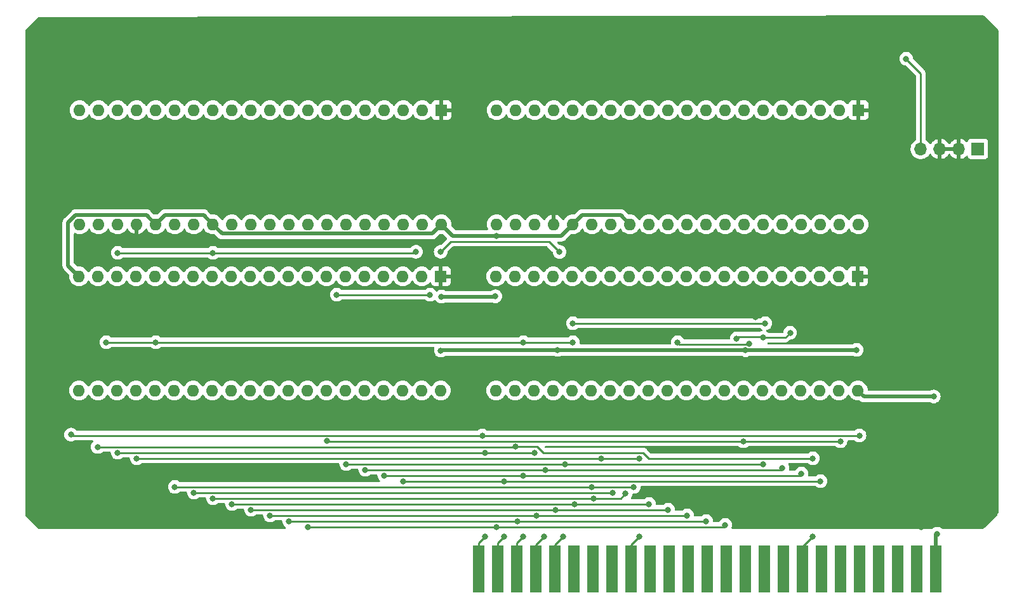
<source format=gtl>
%TF.GenerationSoftware,KiCad,Pcbnew,(6.0.2-0)*%
%TF.CreationDate,2022-03-26T21:25:16+01:00*%
%TF.ProjectId,mockingboard2k,6d6f636b-696e-4676-926f-617264326b2e,0.1*%
%TF.SameCoordinates,PXc52d8a0PY889e9c0*%
%TF.FileFunction,Copper,L1,Top*%
%TF.FilePolarity,Positive*%
%FSLAX46Y46*%
G04 Gerber Fmt 4.6, Leading zero omitted, Abs format (unit mm)*
G04 Created by KiCad (PCBNEW (6.0.2-0)) date 2022-03-26 21:25:16*
%MOMM*%
%LPD*%
G01*
G04 APERTURE LIST*
%TA.AperFunction,SMDPad,CuDef*%
%ADD10R,1.524000X6.350000*%
%TD*%
%TA.AperFunction,ComponentPad*%
%ADD11R,1.600000X1.600000*%
%TD*%
%TA.AperFunction,ComponentPad*%
%ADD12O,1.600000X1.600000*%
%TD*%
%TA.AperFunction,ComponentPad*%
%ADD13R,1.700000X1.700000*%
%TD*%
%TA.AperFunction,ComponentPad*%
%ADD14O,1.700000X1.700000*%
%TD*%
%TA.AperFunction,ViaPad*%
%ADD15C,0.800000*%
%TD*%
%TA.AperFunction,Conductor*%
%ADD16C,0.250000*%
%TD*%
%TA.AperFunction,Conductor*%
%ADD17C,0.500000*%
%TD*%
G04 APERTURE END LIST*
D10*
X-69977000Y3810000D03*
X-67437000Y3810000D03*
X-64897000Y3810000D03*
X-62357000Y3810000D03*
X-59817000Y3810000D03*
X-57277000Y3810000D03*
X-54737000Y3810000D03*
X-52197000Y3810000D03*
X-49657000Y3810000D03*
X-47117000Y3810000D03*
X-44577000Y3810000D03*
X-42037000Y3810000D03*
X-39497000Y3810000D03*
X-36957000Y3810000D03*
X-34417000Y3810000D03*
X-31877000Y3810000D03*
X-29337000Y3810000D03*
X-26797000Y3810000D03*
X-24257000Y3810000D03*
X-21717000Y3810000D03*
X-19177000Y3810000D03*
X-16637000Y3810000D03*
X-14097000Y3810000D03*
X-11557000Y3810000D03*
X-9017000Y3810000D03*
D11*
X-75008642Y42845000D03*
D12*
X-77548642Y42845000D03*
X-80088642Y42845000D03*
X-82628642Y42845000D03*
X-85168642Y42845000D03*
X-87708642Y42845000D03*
X-90248642Y42845000D03*
X-92788642Y42845000D03*
X-95328642Y42845000D03*
X-97868642Y42845000D03*
X-100408642Y42845000D03*
X-102948642Y42845000D03*
X-105488642Y42845000D03*
X-108028642Y42845000D03*
X-110568642Y42845000D03*
X-113108642Y42845000D03*
X-115648642Y42845000D03*
X-118188642Y42845000D03*
X-120728642Y42845000D03*
X-123268642Y42845000D03*
X-123268642Y27605000D03*
X-120728642Y27605000D03*
X-118188642Y27605000D03*
X-115648642Y27605000D03*
X-113108642Y27605000D03*
X-110568642Y27605000D03*
X-108028642Y27605000D03*
X-105488642Y27605000D03*
X-102948642Y27605000D03*
X-100408642Y27605000D03*
X-97868642Y27605000D03*
X-95328642Y27605000D03*
X-92788642Y27605000D03*
X-90248642Y27605000D03*
X-87708642Y27605000D03*
X-85168642Y27605000D03*
X-82628642Y27605000D03*
X-80088642Y27605000D03*
X-77548642Y27605000D03*
X-75008642Y27605000D03*
D11*
X-74935000Y65029000D03*
D12*
X-77475000Y65029000D03*
X-80015000Y65029000D03*
X-82555000Y65029000D03*
X-85095000Y65029000D03*
X-87635000Y65029000D03*
X-90175000Y65029000D03*
X-92715000Y65029000D03*
X-95255000Y65029000D03*
X-97795000Y65029000D03*
X-100335000Y65029000D03*
X-102875000Y65029000D03*
X-105415000Y65029000D03*
X-107955000Y65029000D03*
X-110495000Y65029000D03*
X-113035000Y65029000D03*
X-115575000Y65029000D03*
X-118115000Y65029000D03*
X-120655000Y65029000D03*
X-123195000Y65029000D03*
X-123195000Y49789000D03*
X-120655000Y49789000D03*
X-118115000Y49789000D03*
X-115575000Y49789000D03*
X-113035000Y49789000D03*
X-110495000Y49789000D03*
X-107955000Y49789000D03*
X-105415000Y49789000D03*
X-102875000Y49789000D03*
X-100335000Y49789000D03*
X-97795000Y49789000D03*
X-95255000Y49789000D03*
X-92715000Y49789000D03*
X-90175000Y49789000D03*
X-87635000Y49789000D03*
X-85095000Y49789000D03*
X-82555000Y49789000D03*
X-80015000Y49789000D03*
X-77475000Y49789000D03*
X-74935000Y49789000D03*
D13*
X-3389000Y59862000D03*
D14*
X-5929000Y59862000D03*
X-8469000Y59862000D03*
X-11009000Y59862000D03*
D11*
X-19304000Y65024000D03*
D12*
X-21844000Y65024000D03*
X-24384000Y65024000D03*
X-26924000Y65024000D03*
X-29464000Y65024000D03*
X-32004000Y65024000D03*
X-34544000Y65024000D03*
X-37084000Y65024000D03*
X-39624000Y65024000D03*
X-42164000Y65024000D03*
X-44704000Y65024000D03*
X-47244000Y65024000D03*
X-49784000Y65024000D03*
X-52324000Y65024000D03*
X-54864000Y65024000D03*
X-57404000Y65024000D03*
X-59944000Y65024000D03*
X-62484000Y65024000D03*
X-65024000Y65024000D03*
X-67564000Y65024000D03*
X-67564000Y49784000D03*
X-65024000Y49784000D03*
X-62484000Y49784000D03*
X-59944000Y49784000D03*
X-57404000Y49784000D03*
X-54864000Y49784000D03*
X-52324000Y49784000D03*
X-49784000Y49784000D03*
X-47244000Y49784000D03*
X-44704000Y49784000D03*
X-42164000Y49784000D03*
X-39624000Y49784000D03*
X-37084000Y49784000D03*
X-34544000Y49784000D03*
X-32004000Y49784000D03*
X-29464000Y49784000D03*
X-26924000Y49784000D03*
X-24384000Y49784000D03*
X-21844000Y49784000D03*
X-19304000Y49784000D03*
D11*
X-19382642Y42845000D03*
D12*
X-21922642Y42845000D03*
X-24462642Y42845000D03*
X-27002642Y42845000D03*
X-29542642Y42845000D03*
X-32082642Y42845000D03*
X-34622642Y42845000D03*
X-37162642Y42845000D03*
X-39702642Y42845000D03*
X-42242642Y42845000D03*
X-44782642Y42845000D03*
X-47322642Y42845000D03*
X-49862642Y42845000D03*
X-52402642Y42845000D03*
X-54942642Y42845000D03*
X-57482642Y42845000D03*
X-60022642Y42845000D03*
X-62562642Y42845000D03*
X-65102642Y42845000D03*
X-67642642Y42845000D03*
X-67642642Y27605000D03*
X-65102642Y27605000D03*
X-62562642Y27605000D03*
X-60022642Y27605000D03*
X-57482642Y27605000D03*
X-54942642Y27605000D03*
X-52402642Y27605000D03*
X-49862642Y27605000D03*
X-47322642Y27605000D03*
X-44782642Y27605000D03*
X-42242642Y27605000D03*
X-39702642Y27605000D03*
X-37162642Y27605000D03*
X-34622642Y27605000D03*
X-32082642Y27605000D03*
X-29542642Y27605000D03*
X-27002642Y27605000D03*
X-24462642Y27605000D03*
X-21922642Y27605000D03*
X-19382642Y27605000D03*
D15*
X-32018796Y34656000D03*
X-28433205Y35306000D03*
X-35560000Y34544000D03*
X-12954000Y71882000D03*
X-118110000Y45974000D03*
X-78332600Y46126400D03*
X-105410000Y45974000D03*
X-9279001Y26805001D03*
X-8797312Y8474688D03*
X-19558000Y33020000D03*
X-59436000Y33020000D03*
X-67739500Y40182800D03*
X-74930000Y40132000D03*
X-67564000Y48260000D03*
X-34372255Y32988313D03*
X-75008642Y32941358D03*
X-26924000Y60452000D03*
X-80010000Y60706000D03*
X-24395324Y60558486D03*
X-121315000Y40132000D03*
X-24384000Y54356000D03*
X-82550000Y60706000D03*
X-56134000Y30226000D03*
X-19304000Y58166000D03*
X-24892000Y36322000D03*
X-10922000Y9398000D03*
X-74930000Y58420000D03*
X-80010000Y54356000D03*
X-33088500Y37405500D03*
X-65864500Y40182800D03*
X-11557000Y3810000D03*
X-14097000Y3810000D03*
X-120777000Y20066000D03*
X-25400000Y18542000D03*
X-25400000Y8128000D03*
X-65024000Y20103500D03*
X-32004000Y17780000D03*
X-87630000Y17780000D03*
X-58420000Y17780000D03*
X-58674000Y8128000D03*
X-61214000Y8128000D03*
X-85090000Y17018000D03*
X-61073987Y16980500D03*
X-29464000Y17272000D03*
X-64008000Y8128000D03*
X-64008000Y16256000D03*
X-26924000Y16510000D03*
X-82550000Y16256000D03*
X-66548000Y15494000D03*
X-24384000Y15494000D03*
X-66548000Y8128000D03*
X-80010000Y15494000D03*
X-69088000Y8128000D03*
X-69088000Y19304000D03*
X-118110000Y19304000D03*
X-62484000Y19304000D03*
X-19177000Y21590000D03*
X-124333000Y21717000D03*
X-69469000Y21590000D03*
X-59183000Y46101000D03*
X-76454000Y40386000D03*
X-21717000Y20828000D03*
X-34671000Y20828000D03*
X-88900000Y40386000D03*
X-90170000Y20865500D03*
X-75032600Y46126400D03*
X-43434000Y34036000D03*
X-33870105Y33871504D03*
X-92710000Y9398000D03*
X-67564000Y9398000D03*
X-37084000Y9652000D03*
X-64770000Y10160000D03*
X-39624000Y10160000D03*
X-95250000Y10160000D03*
X-62230000Y10922000D03*
X-42164000Y10922000D03*
X-97790000Y10922000D03*
X-100330000Y11684000D03*
X-59690000Y11684000D03*
X-44704000Y11684000D03*
X-102870000Y12446000D03*
X-57150000Y12446000D03*
X-47244000Y12446000D03*
X-50381500Y13828895D03*
X-105410000Y13208000D03*
X-54610000Y13208000D03*
X-52070000Y13970000D03*
X-107950000Y13970000D03*
X-54864000Y14732000D03*
X-49276000Y14732000D03*
X-110490000Y14732000D03*
X-48514000Y8128000D03*
X-53594000Y18542000D03*
X-48514000Y18542000D03*
X-115570000Y18542000D03*
X-57404000Y34036000D03*
X-119634000Y34036000D03*
X-113030000Y34036000D03*
X-57404000Y36576000D03*
X-64008000Y34036000D03*
X-31750000Y36576000D03*
D16*
X-35560000Y34798000D02*
X-35560000Y34544000D01*
X-32160796Y34798000D02*
X-35560000Y34798000D01*
X-29083205Y34656000D02*
X-28433205Y35306000D01*
X-32018796Y34656000D02*
X-32160796Y34798000D01*
X-32018796Y34656000D02*
X-29083205Y34656000D01*
X-11009000Y69937000D02*
X-12954000Y71882000D01*
X-11009000Y59862000D02*
X-11009000Y69937000D01*
X-118110000Y45974000D02*
X-78485000Y45974000D01*
X-78485000Y45974000D02*
X-78332600Y46126400D01*
D17*
X-106664511Y51038511D02*
X-111785489Y51038511D01*
X-67790300Y40132000D02*
X-67739500Y40182800D01*
X-18582643Y26805001D02*
X-9279001Y26805001D01*
X-113035000Y49789000D02*
X-114284511Y51038511D01*
X-74930000Y33020000D02*
X-75008642Y32941358D01*
X-76184511Y48539489D02*
X-104165489Y48539489D01*
X-9017000Y8255000D02*
X-8797312Y8474688D01*
X-124714000Y44290358D02*
X-123268642Y42845000D01*
X-104165489Y48539489D02*
X-105415000Y49789000D01*
X-57404000Y49784000D02*
X-56154489Y51033511D01*
X-73406000Y48260000D02*
X-74935000Y49789000D01*
X-19382642Y27605000D02*
X-18582643Y26805001D01*
X-111785489Y51038511D02*
X-113035000Y49789000D01*
X-105415000Y49789000D02*
X-106664511Y51038511D01*
X-123712565Y51038511D02*
X-124714000Y50037076D01*
X-57404000Y49784000D02*
X-58928000Y48260000D01*
X-114284511Y51038511D02*
X-123712565Y51038511D01*
X-56154489Y51033511D02*
X-51033511Y51033511D01*
X-74930000Y40132000D02*
X-67790300Y40132000D01*
X-74935000Y49789000D02*
X-76184511Y48539489D01*
X-124714000Y50037076D02*
X-124714000Y44290358D01*
X-59436000Y33020000D02*
X-74930000Y33020000D01*
X-51033511Y51033511D02*
X-49784000Y49784000D01*
X-9017000Y3810000D02*
X-9017000Y8255000D01*
X-58928000Y48260000D02*
X-67564000Y48260000D01*
X-73406000Y48260000D02*
X-67564000Y48260000D01*
X-19589687Y32988313D02*
X-34372255Y32988313D01*
X-34403942Y33020000D02*
X-34372255Y32988313D01*
X-19558000Y33020000D02*
X-19589687Y32988313D01*
X-59436000Y33020000D02*
X-34403942Y33020000D01*
D16*
X-48006000Y19304000D02*
X-61341000Y19304000D01*
X-65061500Y20066000D02*
X-120777000Y20066000D01*
X-65024000Y20103500D02*
X-65061500Y20066000D01*
X-26797000Y6731000D02*
X-25400000Y8128000D01*
X-47244000Y18542000D02*
X-48006000Y19304000D01*
X-61341000Y19304000D02*
X-62140500Y20103500D01*
X-25400000Y18542000D02*
X-47244000Y18542000D01*
X-26797000Y3810000D02*
X-26797000Y6731000D01*
X-62140500Y20103500D02*
X-65024000Y20103500D01*
X-59817000Y3810000D02*
X-59817000Y6985000D01*
X-58420000Y17780000D02*
X-87630000Y17780000D01*
X-58420000Y17780000D02*
X-32004000Y17780000D01*
X-59817000Y6985000D02*
X-58674000Y8128000D01*
X-62357000Y3810000D02*
X-62357000Y6985000D01*
X-62357000Y6985000D02*
X-61214000Y8128000D01*
X-61111487Y17018000D02*
X-61073987Y16980500D01*
X-61073987Y16980500D02*
X-29755500Y16980500D01*
X-29755500Y16980500D02*
X-29464000Y17272000D01*
X-85090000Y17018000D02*
X-61111487Y17018000D01*
X-27178000Y16256000D02*
X-26924000Y16510000D01*
X-64008000Y16256000D02*
X-27178000Y16256000D01*
X-64897000Y3810000D02*
X-64897000Y7239000D01*
X-64008000Y16256000D02*
X-82550000Y16256000D01*
X-64897000Y7239000D02*
X-64008000Y8128000D01*
X-67437000Y7239000D02*
X-66548000Y8128000D01*
X-66548000Y15494000D02*
X-24384000Y15494000D01*
X-66548000Y15494000D02*
X-80010000Y15494000D01*
X-67437000Y3810000D02*
X-67437000Y7239000D01*
X-69088000Y19304000D02*
X-118110000Y19304000D01*
X-69977000Y7239000D02*
X-69088000Y8128000D01*
X-69977000Y3810000D02*
X-69977000Y7239000D01*
X-69088000Y19304000D02*
X-62484000Y19304000D01*
X-124333000Y21717000D02*
X-124206000Y21590000D01*
X-124206000Y21590000D02*
X-69469000Y21590000D01*
X-69469000Y21590000D02*
X-19177000Y21590000D01*
X-75032600Y46126400D02*
X-73661000Y47498000D01*
X-90132500Y20828000D02*
X-34671000Y20828000D01*
X-73661000Y47498000D02*
X-60580000Y47498000D01*
X-21717000Y20828000D02*
X-34671000Y20828000D01*
X-88900000Y40386000D02*
X-76454000Y40386000D01*
X-90170000Y20865500D02*
X-90132500Y20828000D01*
X-60580000Y47498000D02*
X-59183000Y46101000D01*
X-43434000Y34036000D02*
X-43180000Y33782000D01*
X-43180000Y33782000D02*
X-33959609Y33782000D01*
X-33959609Y33782000D02*
X-33870105Y33871504D01*
X-37338000Y9398000D02*
X-37084000Y9652000D01*
X-67564000Y9398000D02*
X-37338000Y9398000D01*
X-67564000Y9398000D02*
X-92710000Y9398000D01*
X-64770000Y10160000D02*
X-95250000Y10160000D01*
X-64770000Y10160000D02*
X-39624000Y10160000D01*
X-62230000Y10922000D02*
X-42164000Y10922000D01*
X-62230000Y10922000D02*
X-97790000Y10922000D01*
X-59690000Y11684000D02*
X-100330000Y11684000D01*
X-59690000Y11684000D02*
X-44704000Y11684000D01*
X-57150000Y12446000D02*
X-102870000Y12446000D01*
X-57150000Y12446000D02*
X-47244000Y12446000D01*
X-51002395Y13208000D02*
X-50381500Y13828895D01*
X-54610000Y13208000D02*
X-51002395Y13208000D01*
X-54610000Y13208000D02*
X-105410000Y13208000D01*
X-52070000Y13970000D02*
X-107950000Y13970000D01*
X-54864000Y14732000D02*
X-110490000Y14732000D01*
X-49276000Y14732000D02*
X-54864000Y14732000D01*
X-49657000Y3810000D02*
X-49657000Y6985000D01*
X-115570000Y18542000D02*
X-53594000Y18542000D01*
X-49657000Y6985000D02*
X-48514000Y8128000D01*
X-53594000Y18542000D02*
X-48514000Y18542000D01*
X-113030000Y34036000D02*
X-119634000Y34036000D01*
X-57404000Y36576000D02*
X-31750000Y36576000D01*
X-57404000Y34036000D02*
X-64008000Y34036000D01*
X-64008000Y34036000D02*
X-113030000Y34036000D01*
%TA.AperFunction,Conductor*%
G36*
X-2775566Y77710173D02*
G01*
X-2516007Y77602957D01*
X-2475016Y77575596D01*
X-778484Y75879064D01*
X-751170Y75838187D01*
X-644591Y75580883D01*
X-635000Y75532665D01*
X-635000Y11337089D01*
X-644591Y11288871D01*
X-752410Y11028573D01*
X-779724Y10987696D01*
X-2478696Y9288724D01*
X-2519573Y9261410D01*
X-2779871Y9153591D01*
X-2828089Y9144000D01*
X-8131969Y9144000D01*
X-8200090Y9164002D01*
X-8206030Y9168064D01*
X-8335218Y9261925D01*
X-8335219Y9261926D01*
X-8340560Y9265806D01*
X-8346588Y9268490D01*
X-8346590Y9268491D01*
X-8508993Y9340797D01*
X-8508994Y9340797D01*
X-8515024Y9343482D01*
X-8608425Y9363335D01*
X-8695368Y9381816D01*
X-8695373Y9381816D01*
X-8701825Y9383188D01*
X-8892799Y9383188D01*
X-8899251Y9381816D01*
X-8899256Y9381816D01*
X-8986199Y9363335D01*
X-9079600Y9343482D01*
X-9085630Y9340797D01*
X-9085631Y9340797D01*
X-9248034Y9268491D01*
X-9248036Y9268490D01*
X-9254064Y9265806D01*
X-9259405Y9261926D01*
X-9259406Y9261925D01*
X-9388594Y9168064D01*
X-9455462Y9144206D01*
X-9462655Y9144000D01*
X-36120382Y9144000D01*
X-36188503Y9164002D01*
X-36234996Y9217658D01*
X-36245100Y9287932D01*
X-36240215Y9308936D01*
X-36192498Y9455794D01*
X-36190458Y9462072D01*
X-36188862Y9477251D01*
X-36171186Y9645435D01*
X-36170496Y9652000D01*
X-36190458Y9841928D01*
X-36249473Y10023556D01*
X-36344960Y10188944D01*
X-36368278Y10214842D01*
X-36468325Y10325955D01*
X-36468326Y10325956D01*
X-36472747Y10330866D01*
X-36627248Y10443118D01*
X-36633276Y10445802D01*
X-36633278Y10445803D01*
X-36795681Y10518109D01*
X-36795682Y10518109D01*
X-36801712Y10520794D01*
X-36914279Y10544721D01*
X-36982056Y10559128D01*
X-36982061Y10559128D01*
X-36988513Y10560500D01*
X-37179487Y10560500D01*
X-37185939Y10559128D01*
X-37185944Y10559128D01*
X-37253721Y10544721D01*
X-37366288Y10520794D01*
X-37372318Y10518109D01*
X-37372319Y10518109D01*
X-37534722Y10445803D01*
X-37534724Y10445802D01*
X-37540752Y10443118D01*
X-37695253Y10330866D01*
X-37699674Y10325956D01*
X-37699675Y10325955D01*
X-37799721Y10214842D01*
X-37823040Y10188944D01*
X-37871414Y10105158D01*
X-37877568Y10094499D01*
X-37928951Y10045506D01*
X-37986687Y10031500D01*
X-38585186Y10031500D01*
X-38653307Y10051502D01*
X-38699800Y10105158D01*
X-38710898Y10156176D01*
X-38710496Y10160000D01*
X-38716260Y10214842D01*
X-38729768Y10343365D01*
X-38729768Y10343367D01*
X-38730458Y10349928D01*
X-38789473Y10531556D01*
X-38884960Y10696944D01*
X-38910936Y10725794D01*
X-39008325Y10833955D01*
X-39008326Y10833956D01*
X-39012747Y10838866D01*
X-39130612Y10924500D01*
X-39161906Y10947237D01*
X-39161907Y10947238D01*
X-39167248Y10951118D01*
X-39173276Y10953802D01*
X-39173278Y10953803D01*
X-39335681Y11026109D01*
X-39335682Y11026109D01*
X-39341712Y11028794D01*
X-39443830Y11050500D01*
X-39522056Y11067128D01*
X-39522061Y11067128D01*
X-39528513Y11068500D01*
X-39719487Y11068500D01*
X-39725939Y11067128D01*
X-39725944Y11067128D01*
X-39804170Y11050500D01*
X-39906288Y11028794D01*
X-39912318Y11026109D01*
X-39912319Y11026109D01*
X-40074722Y10953803D01*
X-40074724Y10953802D01*
X-40080752Y10951118D01*
X-40086093Y10947238D01*
X-40086094Y10947237D01*
X-40124270Y10919500D01*
X-40235253Y10838866D01*
X-40239668Y10833963D01*
X-40244580Y10829540D01*
X-40245705Y10830789D01*
X-40299014Y10797949D01*
X-40332200Y10793500D01*
X-41125186Y10793500D01*
X-41193307Y10813502D01*
X-41239800Y10867158D01*
X-41250898Y10918176D01*
X-41250496Y10922000D01*
X-41257401Y10987696D01*
X-41269768Y11105365D01*
X-41269768Y11105367D01*
X-41270458Y11111928D01*
X-41329473Y11293556D01*
X-41424960Y11458944D01*
X-41450936Y11487794D01*
X-41548325Y11595955D01*
X-41548326Y11595956D01*
X-41552747Y11600866D01*
X-41670612Y11686500D01*
X-41701906Y11709237D01*
X-41701907Y11709238D01*
X-41707248Y11713118D01*
X-41713276Y11715802D01*
X-41713278Y11715803D01*
X-41875681Y11788109D01*
X-41875682Y11788109D01*
X-41881712Y11790794D01*
X-41983830Y11812500D01*
X-42062056Y11829128D01*
X-42062061Y11829128D01*
X-42068513Y11830500D01*
X-42259487Y11830500D01*
X-42265939Y11829128D01*
X-42265944Y11829128D01*
X-42344170Y11812500D01*
X-42446288Y11790794D01*
X-42452318Y11788109D01*
X-42452319Y11788109D01*
X-42614722Y11715803D01*
X-42614724Y11715802D01*
X-42620752Y11713118D01*
X-42626093Y11709238D01*
X-42626094Y11709237D01*
X-42664270Y11681500D01*
X-42775253Y11600866D01*
X-42779668Y11595963D01*
X-42784580Y11591540D01*
X-42785705Y11592789D01*
X-42839014Y11559949D01*
X-42872200Y11555500D01*
X-43665186Y11555500D01*
X-43733307Y11575502D01*
X-43779800Y11629158D01*
X-43790898Y11680176D01*
X-43790496Y11684000D01*
X-43796260Y11738842D01*
X-43809768Y11867365D01*
X-43809768Y11867367D01*
X-43810458Y11873928D01*
X-43869473Y12055556D01*
X-43964960Y12220944D01*
X-43990936Y12249794D01*
X-44088325Y12357955D01*
X-44088326Y12357956D01*
X-44092747Y12362866D01*
X-44210612Y12448500D01*
X-44241906Y12471237D01*
X-44241907Y12471238D01*
X-44247248Y12475118D01*
X-44253276Y12477802D01*
X-44253278Y12477803D01*
X-44415681Y12550109D01*
X-44415682Y12550109D01*
X-44421712Y12552794D01*
X-44523830Y12574500D01*
X-44602056Y12591128D01*
X-44602061Y12591128D01*
X-44608513Y12592500D01*
X-44799487Y12592500D01*
X-44805939Y12591128D01*
X-44805944Y12591128D01*
X-44884170Y12574500D01*
X-44986288Y12552794D01*
X-44992318Y12550109D01*
X-44992319Y12550109D01*
X-45154722Y12477803D01*
X-45154724Y12477802D01*
X-45160752Y12475118D01*
X-45166093Y12471238D01*
X-45166094Y12471237D01*
X-45204270Y12443500D01*
X-45315253Y12362866D01*
X-45319668Y12357963D01*
X-45324580Y12353540D01*
X-45325705Y12354789D01*
X-45379014Y12321949D01*
X-45412200Y12317500D01*
X-46205186Y12317500D01*
X-46273307Y12337502D01*
X-46319800Y12391158D01*
X-46330898Y12442176D01*
X-46330496Y12446000D01*
X-46336260Y12500842D01*
X-46349768Y12629365D01*
X-46349768Y12629367D01*
X-46350458Y12635928D01*
X-46409473Y12817556D01*
X-46504960Y12982944D01*
X-46530936Y13011794D01*
X-46628325Y13119955D01*
X-46628326Y13119956D01*
X-46632747Y13124866D01*
X-46787248Y13237118D01*
X-46793276Y13239802D01*
X-46793278Y13239803D01*
X-46955681Y13312109D01*
X-46955682Y13312109D01*
X-46961712Y13314794D01*
X-47063830Y13336500D01*
X-47142056Y13353128D01*
X-47142061Y13353128D01*
X-47148513Y13354500D01*
X-47339487Y13354500D01*
X-47345939Y13353128D01*
X-47345944Y13353128D01*
X-47424170Y13336500D01*
X-47526288Y13314794D01*
X-47532318Y13312109D01*
X-47532319Y13312109D01*
X-47694722Y13239803D01*
X-47694724Y13239802D01*
X-47700752Y13237118D01*
X-47706093Y13233238D01*
X-47706094Y13233237D01*
X-47749865Y13201435D01*
X-47855253Y13124866D01*
X-47859668Y13119963D01*
X-47864580Y13115540D01*
X-47865705Y13116789D01*
X-47919014Y13083949D01*
X-47952200Y13079500D01*
X-49550752Y13079500D01*
X-49618873Y13099502D01*
X-49665366Y13153158D01*
X-49675470Y13223432D01*
X-49648836Y13280306D01*
X-49650759Y13281703D01*
X-49646880Y13287043D01*
X-49642460Y13291951D01*
X-49560993Y13433056D01*
X-49550277Y13451616D01*
X-49550276Y13451617D01*
X-49546973Y13457339D01*
X-49487958Y13638967D01*
X-49480422Y13710671D01*
X-49453409Y13776327D01*
X-49395188Y13816957D01*
X-49355112Y13823500D01*
X-49180513Y13823500D01*
X-49174061Y13824872D01*
X-49174056Y13824872D01*
X-49082380Y13844359D01*
X-48993712Y13863206D01*
X-48987681Y13865891D01*
X-48825278Y13938197D01*
X-48825276Y13938198D01*
X-48819248Y13940882D01*
X-48788206Y13963435D01*
X-48763843Y13981136D01*
X-48664747Y14053134D01*
X-48536960Y14195056D01*
X-48441473Y14360444D01*
X-48382458Y14542072D01*
X-48377893Y14585500D01*
X-48363186Y14725435D01*
X-48362496Y14732000D01*
X-48362871Y14735571D01*
X-48343184Y14802621D01*
X-48289528Y14849114D01*
X-48237186Y14860500D01*
X-25092200Y14860500D01*
X-25024079Y14840498D01*
X-25004853Y14824157D01*
X-25004580Y14824460D01*
X-24999668Y14820037D01*
X-24995253Y14815134D01*
X-24978030Y14802621D01*
X-24871793Y14725435D01*
X-24840752Y14702882D01*
X-24834724Y14700198D01*
X-24834722Y14700197D01*
X-24672319Y14627891D01*
X-24666288Y14625206D01*
X-24572887Y14605353D01*
X-24485944Y14586872D01*
X-24485939Y14586872D01*
X-24479487Y14585500D01*
X-24288513Y14585500D01*
X-24282061Y14586872D01*
X-24282056Y14586872D01*
X-24195113Y14605353D01*
X-24101712Y14625206D01*
X-24095681Y14627891D01*
X-23933278Y14700197D01*
X-23933276Y14700198D01*
X-23927248Y14702882D01*
X-23896206Y14725435D01*
X-23789970Y14802621D01*
X-23772747Y14815134D01*
X-23676589Y14921928D01*
X-23649379Y14952148D01*
X-23649378Y14952149D01*
X-23644960Y14957056D01*
X-23549473Y15122444D01*
X-23490458Y15304072D01*
X-23478825Y15414749D01*
X-23471186Y15487435D01*
X-23470496Y15494000D01*
X-23476260Y15548842D01*
X-23489768Y15677365D01*
X-23489768Y15677367D01*
X-23490458Y15683928D01*
X-23549473Y15865556D01*
X-23644960Y16030944D01*
X-23670936Y16059794D01*
X-23768325Y16167955D01*
X-23768326Y16167956D01*
X-23772747Y16172866D01*
X-23927248Y16285118D01*
X-23933276Y16287802D01*
X-23933278Y16287803D01*
X-24095681Y16360109D01*
X-24095682Y16360109D01*
X-24101712Y16362794D01*
X-24203830Y16384500D01*
X-24282056Y16401128D01*
X-24282061Y16401128D01*
X-24288513Y16402500D01*
X-24479487Y16402500D01*
X-24485939Y16401128D01*
X-24485944Y16401128D01*
X-24564170Y16384500D01*
X-24666288Y16362794D01*
X-24672318Y16360109D01*
X-24672319Y16360109D01*
X-24834722Y16287803D01*
X-24834724Y16287802D01*
X-24840752Y16285118D01*
X-24846093Y16281238D01*
X-24846094Y16281237D01*
X-24889865Y16249435D01*
X-24995253Y16172866D01*
X-24999668Y16167963D01*
X-25004580Y16163540D01*
X-25005705Y16164789D01*
X-25059014Y16131949D01*
X-25092200Y16127500D01*
X-25919605Y16127500D01*
X-25987726Y16147502D01*
X-26034219Y16201158D01*
X-26044323Y16271432D01*
X-26039437Y16292438D01*
X-26032498Y16313792D01*
X-26032497Y16313797D01*
X-26030458Y16320072D01*
X-26028862Y16335251D01*
X-26011186Y16503435D01*
X-26010496Y16510000D01*
X-26030458Y16699928D01*
X-26089473Y16881556D01*
X-26184960Y17046944D01*
X-26191707Y17054438D01*
X-26308325Y17183955D01*
X-26308326Y17183956D01*
X-26312747Y17188866D01*
X-26427171Y17272000D01*
X-26461906Y17297237D01*
X-26461907Y17297238D01*
X-26467248Y17301118D01*
X-26473276Y17303802D01*
X-26473278Y17303803D01*
X-26635681Y17376109D01*
X-26635682Y17376109D01*
X-26641712Y17378794D01*
X-26754279Y17402721D01*
X-26822056Y17417128D01*
X-26822061Y17417128D01*
X-26828513Y17418500D01*
X-27019487Y17418500D01*
X-27025939Y17417128D01*
X-27025944Y17417128D01*
X-27093721Y17402721D01*
X-27206288Y17378794D01*
X-27212318Y17376109D01*
X-27212319Y17376109D01*
X-27374722Y17303803D01*
X-27374724Y17303802D01*
X-27380752Y17301118D01*
X-27386093Y17297238D01*
X-27386094Y17297237D01*
X-27420829Y17272000D01*
X-27535253Y17188866D01*
X-27539674Y17183956D01*
X-27539675Y17183955D01*
X-27656292Y17054438D01*
X-27663040Y17046944D01*
X-27711414Y16963158D01*
X-27717568Y16952499D01*
X-27768951Y16903506D01*
X-27826687Y16889500D01*
X-28459605Y16889500D01*
X-28527726Y16909502D01*
X-28574219Y16963158D01*
X-28584323Y17033432D01*
X-28579437Y17054438D01*
X-28572498Y17075792D01*
X-28572497Y17075797D01*
X-28570458Y17082072D01*
X-28568862Y17097251D01*
X-28551186Y17265435D01*
X-28550496Y17272000D01*
X-28561720Y17378794D01*
X-28569768Y17455365D01*
X-28569768Y17455367D01*
X-28570458Y17461928D01*
X-28629473Y17643556D01*
X-28646591Y17673206D01*
X-28673319Y17719500D01*
X-28690057Y17788496D01*
X-28666836Y17855587D01*
X-28611029Y17899474D01*
X-28564200Y17908500D01*
X-26108200Y17908500D01*
X-26040079Y17888498D01*
X-26020853Y17872157D01*
X-26020580Y17872460D01*
X-26015668Y17868037D01*
X-26011253Y17863134D01*
X-26000865Y17855587D01*
X-25887793Y17773435D01*
X-25856752Y17750882D01*
X-25850724Y17748198D01*
X-25850722Y17748197D01*
X-25786269Y17719501D01*
X-25682288Y17673206D01*
X-25588887Y17653353D01*
X-25501944Y17634872D01*
X-25501939Y17634872D01*
X-25495487Y17633500D01*
X-25304513Y17633500D01*
X-25298061Y17634872D01*
X-25298056Y17634872D01*
X-25211113Y17653353D01*
X-25117712Y17673206D01*
X-25013731Y17719501D01*
X-24949278Y17748197D01*
X-24949276Y17748198D01*
X-24943248Y17750882D01*
X-24912206Y17773435D01*
X-24863333Y17808944D01*
X-24788747Y17863134D01*
X-24660960Y18005056D01*
X-24565473Y18170444D01*
X-24506458Y18352072D01*
X-24501893Y18395500D01*
X-24487186Y18535435D01*
X-24486496Y18542000D01*
X-24492260Y18596842D01*
X-24505768Y18725365D01*
X-24505768Y18725367D01*
X-24506458Y18731928D01*
X-24565473Y18913556D01*
X-24660960Y19078944D01*
X-24686936Y19107794D01*
X-24784325Y19215955D01*
X-24784326Y19215956D01*
X-24788747Y19220866D01*
X-24943248Y19333118D01*
X-24949276Y19335802D01*
X-24949278Y19335803D01*
X-25111681Y19408109D01*
X-25111682Y19408109D01*
X-25117712Y19410794D01*
X-25219830Y19432500D01*
X-25298056Y19449128D01*
X-25298061Y19449128D01*
X-25304513Y19450500D01*
X-25495487Y19450500D01*
X-25501939Y19449128D01*
X-25501944Y19449128D01*
X-25580170Y19432500D01*
X-25682288Y19410794D01*
X-25688318Y19408109D01*
X-25688319Y19408109D01*
X-25850722Y19335803D01*
X-25850724Y19335802D01*
X-25856752Y19333118D01*
X-25862093Y19329238D01*
X-25862094Y19329237D01*
X-25905865Y19297435D01*
X-26011253Y19220866D01*
X-26015668Y19215963D01*
X-26020580Y19211540D01*
X-26021705Y19212789D01*
X-26075014Y19179949D01*
X-26108200Y19175500D01*
X-46929405Y19175500D01*
X-46997526Y19195502D01*
X-47018501Y19212405D01*
X-47255223Y19449128D01*
X-47502353Y19696258D01*
X-47509887Y19704537D01*
X-47514000Y19711018D01*
X-47563652Y19757644D01*
X-47566493Y19760398D01*
X-47586230Y19780135D01*
X-47589427Y19782615D01*
X-47598449Y19790320D01*
X-47624900Y19815159D01*
X-47630679Y19820586D01*
X-47637625Y19824405D01*
X-47637628Y19824407D01*
X-47648434Y19830348D01*
X-47664953Y19841199D01*
X-47665417Y19841559D01*
X-47680959Y19853614D01*
X-47688228Y19856759D01*
X-47688232Y19856762D01*
X-47721537Y19871174D01*
X-47732187Y19876391D01*
X-47770940Y19897695D01*
X-47790563Y19902733D01*
X-47809266Y19909137D01*
X-47820580Y19914033D01*
X-47820581Y19914033D01*
X-47827855Y19917181D01*
X-47835678Y19918420D01*
X-47835688Y19918423D01*
X-47871524Y19924099D01*
X-47883144Y19926505D01*
X-47918289Y19935528D01*
X-47918290Y19935528D01*
X-47925970Y19937500D01*
X-47946224Y19937500D01*
X-47965935Y19939051D01*
X-47978114Y19940980D01*
X-47985943Y19942220D01*
X-47993835Y19941474D01*
X-48029961Y19938059D01*
X-48041819Y19937500D01*
X-61026405Y19937500D01*
X-61094526Y19957502D01*
X-61115500Y19974405D01*
X-61120500Y19979405D01*
X-61154526Y20041717D01*
X-61149461Y20112532D01*
X-61106914Y20169368D01*
X-61040394Y20194179D01*
X-61031405Y20194500D01*
X-35379200Y20194500D01*
X-35311079Y20174498D01*
X-35291853Y20158157D01*
X-35291580Y20158460D01*
X-35286668Y20154037D01*
X-35282253Y20149134D01*
X-35260671Y20133454D01*
X-35158793Y20059435D01*
X-35127752Y20036882D01*
X-35121724Y20034198D01*
X-35121722Y20034197D01*
X-34998656Y19979405D01*
X-34953288Y19959206D01*
X-34869866Y19941474D01*
X-34772944Y19920872D01*
X-34772939Y19920872D01*
X-34766487Y19919500D01*
X-34575513Y19919500D01*
X-34569061Y19920872D01*
X-34569056Y19920872D01*
X-34472134Y19941474D01*
X-34388712Y19959206D01*
X-34343344Y19979405D01*
X-34220278Y20034197D01*
X-34220276Y20034198D01*
X-34214248Y20036882D01*
X-34183206Y20059435D01*
X-34081329Y20133454D01*
X-34059747Y20149134D01*
X-34055332Y20154037D01*
X-34050420Y20158460D01*
X-34049295Y20157211D01*
X-33995986Y20190051D01*
X-33962800Y20194500D01*
X-22425200Y20194500D01*
X-22357079Y20174498D01*
X-22337853Y20158157D01*
X-22337580Y20158460D01*
X-22332668Y20154037D01*
X-22328253Y20149134D01*
X-22306671Y20133454D01*
X-22204793Y20059435D01*
X-22173752Y20036882D01*
X-22167724Y20034198D01*
X-22167722Y20034197D01*
X-22044656Y19979405D01*
X-21999288Y19959206D01*
X-21915866Y19941474D01*
X-21818944Y19920872D01*
X-21818939Y19920872D01*
X-21812487Y19919500D01*
X-21621513Y19919500D01*
X-21615061Y19920872D01*
X-21615056Y19920872D01*
X-21518134Y19941474D01*
X-21434712Y19959206D01*
X-21389344Y19979405D01*
X-21266278Y20034197D01*
X-21266276Y20034198D01*
X-21260248Y20036882D01*
X-21229206Y20059435D01*
X-21156125Y20112532D01*
X-21105747Y20149134D01*
X-21009589Y20255928D01*
X-20982379Y20286148D01*
X-20982378Y20286149D01*
X-20977960Y20291056D01*
X-20882473Y20456444D01*
X-20823458Y20638072D01*
X-20818893Y20681500D01*
X-20804186Y20821435D01*
X-20803496Y20828000D01*
X-20803871Y20831571D01*
X-20784184Y20898621D01*
X-20730528Y20945114D01*
X-20678186Y20956500D01*
X-19885200Y20956500D01*
X-19817079Y20936498D01*
X-19797853Y20920157D01*
X-19797580Y20920460D01*
X-19792668Y20916037D01*
X-19788253Y20911134D01*
X-19771030Y20898621D01*
X-19648878Y20809872D01*
X-19633752Y20798882D01*
X-19627724Y20796198D01*
X-19627722Y20796197D01*
X-19465319Y20723891D01*
X-19459288Y20721206D01*
X-19365887Y20701353D01*
X-19278944Y20682872D01*
X-19278939Y20682872D01*
X-19272487Y20681500D01*
X-19081513Y20681500D01*
X-19075061Y20682872D01*
X-19075056Y20682872D01*
X-18988113Y20701353D01*
X-18894712Y20721206D01*
X-18888681Y20723891D01*
X-18726278Y20796197D01*
X-18726276Y20796198D01*
X-18720248Y20798882D01*
X-18705121Y20809872D01*
X-18624693Y20868307D01*
X-18565747Y20911134D01*
X-18535151Y20945114D01*
X-18442379Y21048148D01*
X-18442378Y21048149D01*
X-18437960Y21053056D01*
X-18342473Y21218444D01*
X-18283458Y21400072D01*
X-18263496Y21590000D01*
X-18283458Y21779928D01*
X-18342473Y21961556D01*
X-18437960Y22126944D01*
X-18565747Y22268866D01*
X-18720248Y22381118D01*
X-18726276Y22383802D01*
X-18726278Y22383803D01*
X-18888681Y22456109D01*
X-18888682Y22456109D01*
X-18894712Y22458794D01*
X-18988112Y22478647D01*
X-19075056Y22497128D01*
X-19075061Y22497128D01*
X-19081513Y22498500D01*
X-19272487Y22498500D01*
X-19278939Y22497128D01*
X-19278944Y22497128D01*
X-19365888Y22478647D01*
X-19459288Y22458794D01*
X-19465318Y22456109D01*
X-19465319Y22456109D01*
X-19627722Y22383803D01*
X-19627724Y22383802D01*
X-19633752Y22381118D01*
X-19788253Y22268866D01*
X-19792668Y22263963D01*
X-19797580Y22259540D01*
X-19798705Y22260789D01*
X-19852014Y22227949D01*
X-19885200Y22223500D01*
X-68760800Y22223500D01*
X-68828921Y22243502D01*
X-68848147Y22259843D01*
X-68848420Y22259540D01*
X-68853332Y22263963D01*
X-68857747Y22268866D01*
X-69012248Y22381118D01*
X-69018276Y22383802D01*
X-69018278Y22383803D01*
X-69180681Y22456109D01*
X-69180682Y22456109D01*
X-69186712Y22458794D01*
X-69280112Y22478647D01*
X-69367056Y22497128D01*
X-69367061Y22497128D01*
X-69373513Y22498500D01*
X-69564487Y22498500D01*
X-69570939Y22497128D01*
X-69570944Y22497128D01*
X-69657888Y22478647D01*
X-69751288Y22458794D01*
X-69757318Y22456109D01*
X-69757319Y22456109D01*
X-69919722Y22383803D01*
X-69919724Y22383802D01*
X-69925752Y22381118D01*
X-70080253Y22268866D01*
X-70084668Y22263963D01*
X-70089580Y22259540D01*
X-70090705Y22260789D01*
X-70144014Y22227949D01*
X-70177200Y22223500D01*
X-123510450Y22223500D01*
X-123578571Y22243502D01*
X-123604086Y22265190D01*
X-123610888Y22272745D01*
X-123721747Y22395866D01*
X-123820843Y22467864D01*
X-123870906Y22504237D01*
X-123870907Y22504238D01*
X-123876248Y22508118D01*
X-123882276Y22510802D01*
X-123882278Y22510803D01*
X-124044681Y22583109D01*
X-124044682Y22583109D01*
X-124050712Y22585794D01*
X-124144112Y22605647D01*
X-124231056Y22624128D01*
X-124231061Y22624128D01*
X-124237513Y22625500D01*
X-124428487Y22625500D01*
X-124434939Y22624128D01*
X-124434944Y22624128D01*
X-124521888Y22605647D01*
X-124615288Y22585794D01*
X-124621318Y22583109D01*
X-124621319Y22583109D01*
X-124783722Y22510803D01*
X-124783724Y22510802D01*
X-124789752Y22508118D01*
X-124795093Y22504238D01*
X-124795094Y22504237D01*
X-124845157Y22467864D01*
X-124944253Y22395866D01*
X-124948674Y22390956D01*
X-124948675Y22390955D01*
X-125067001Y22259540D01*
X-125072040Y22253944D01*
X-125167527Y22088556D01*
X-125226542Y21906928D01*
X-125246504Y21717000D01*
X-125226542Y21527072D01*
X-125167527Y21345444D01*
X-125072040Y21180056D01*
X-124944253Y21038134D01*
X-124845157Y20966136D01*
X-124802018Y20934794D01*
X-124789752Y20925882D01*
X-124783724Y20923198D01*
X-124783722Y20923197D01*
X-124635305Y20857118D01*
X-124615288Y20848206D01*
X-124531988Y20830500D01*
X-124434944Y20809872D01*
X-124434939Y20809872D01*
X-124428487Y20808500D01*
X-124237513Y20808500D01*
X-124231061Y20809872D01*
X-124231056Y20809872D01*
X-124134012Y20830500D01*
X-124050712Y20848206D01*
X-124030695Y20857118D01*
X-123882278Y20923197D01*
X-123882276Y20923198D01*
X-123876248Y20925882D01*
X-123870910Y20929760D01*
X-123870907Y20929762D01*
X-123867226Y20932437D01*
X-123793166Y20956500D01*
X-121480419Y20956500D01*
X-121412298Y20936498D01*
X-121365805Y20882842D01*
X-121355701Y20812568D01*
X-121385195Y20747988D01*
X-121388255Y20744868D01*
X-121388253Y20744866D01*
X-121490063Y20631794D01*
X-121516040Y20602944D01*
X-121611527Y20437556D01*
X-121670542Y20255928D01*
X-121671232Y20249367D01*
X-121671232Y20249365D01*
X-121685613Y20112532D01*
X-121690504Y20066000D01*
X-121689814Y20059435D01*
X-121673603Y19905199D01*
X-121670542Y19876072D01*
X-121611527Y19694444D01*
X-121516040Y19529056D01*
X-121388253Y19387134D01*
X-121317602Y19335803D01*
X-121264793Y19297435D01*
X-121233752Y19274882D01*
X-121227724Y19272198D01*
X-121227722Y19272197D01*
X-121093426Y19212405D01*
X-121059288Y19197206D01*
X-120965888Y19177353D01*
X-120878944Y19158872D01*
X-120878939Y19158872D01*
X-120872487Y19157500D01*
X-120681513Y19157500D01*
X-120675061Y19158872D01*
X-120675056Y19158872D01*
X-120588112Y19177353D01*
X-120494712Y19197206D01*
X-120460574Y19212405D01*
X-120326278Y19272197D01*
X-120326276Y19272198D01*
X-120320248Y19274882D01*
X-120289206Y19297435D01*
X-120187329Y19371454D01*
X-120165747Y19387134D01*
X-120161332Y19392037D01*
X-120156420Y19396460D01*
X-120155295Y19395211D01*
X-120101986Y19428051D01*
X-120068800Y19432500D01*
X-119148814Y19432500D01*
X-119080693Y19412498D01*
X-119034200Y19358842D01*
X-119023102Y19307824D01*
X-119023504Y19304000D01*
X-119022814Y19297435D01*
X-119008106Y19157500D01*
X-119003542Y19114072D01*
X-118944527Y18932444D01*
X-118849040Y18767056D01*
X-118844622Y18762149D01*
X-118844621Y18762148D01*
X-118817411Y18731928D01*
X-118721253Y18625134D01*
X-118622157Y18553136D01*
X-118597793Y18535435D01*
X-118566752Y18512882D01*
X-118560724Y18510198D01*
X-118560722Y18510197D01*
X-118398319Y18437891D01*
X-118392288Y18435206D01*
X-118298888Y18415353D01*
X-118211944Y18396872D01*
X-118211939Y18396872D01*
X-118205487Y18395500D01*
X-118014513Y18395500D01*
X-118008061Y18396872D01*
X-118008056Y18396872D01*
X-117921112Y18415353D01*
X-117827712Y18435206D01*
X-117821681Y18437891D01*
X-117659278Y18510197D01*
X-117659276Y18510198D01*
X-117653248Y18512882D01*
X-117622206Y18535435D01*
X-117520329Y18609454D01*
X-117498747Y18625134D01*
X-117494332Y18630037D01*
X-117489420Y18634460D01*
X-117488295Y18633211D01*
X-117434986Y18666051D01*
X-117401800Y18670500D01*
X-116608814Y18670500D01*
X-116540693Y18650498D01*
X-116494200Y18596842D01*
X-116483102Y18545824D01*
X-116483504Y18542000D01*
X-116482814Y18535435D01*
X-116468106Y18395500D01*
X-116463542Y18352072D01*
X-116404527Y18170444D01*
X-116309040Y18005056D01*
X-116181253Y17863134D01*
X-116106667Y17808944D01*
X-116057793Y17773435D01*
X-116026752Y17750882D01*
X-116020724Y17748198D01*
X-116020722Y17748197D01*
X-115956269Y17719501D01*
X-115852288Y17673206D01*
X-115758887Y17653353D01*
X-115671944Y17634872D01*
X-115671939Y17634872D01*
X-115665487Y17633500D01*
X-115474513Y17633500D01*
X-115468061Y17634872D01*
X-115468056Y17634872D01*
X-115381113Y17653353D01*
X-115287712Y17673206D01*
X-115183731Y17719501D01*
X-115119278Y17748197D01*
X-115119276Y17748198D01*
X-115113248Y17750882D01*
X-115082206Y17773435D01*
X-114969135Y17855587D01*
X-114958747Y17863134D01*
X-114954332Y17868037D01*
X-114949420Y17872460D01*
X-114948295Y17871211D01*
X-114894986Y17904051D01*
X-114861800Y17908500D01*
X-88668814Y17908500D01*
X-88600693Y17888498D01*
X-88554200Y17834842D01*
X-88543102Y17783824D01*
X-88543504Y17780000D01*
X-88542814Y17773436D01*
X-88542814Y17773435D01*
X-88528106Y17633500D01*
X-88523542Y17590072D01*
X-88464527Y17408444D01*
X-88369040Y17243056D01*
X-88364622Y17238149D01*
X-88364621Y17238148D01*
X-88320247Y17188866D01*
X-88241253Y17101134D01*
X-88176982Y17054438D01*
X-88117793Y17011435D01*
X-88086752Y16988882D01*
X-88080724Y16986198D01*
X-88080722Y16986197D01*
X-87918319Y16913891D01*
X-87912288Y16911206D01*
X-87818887Y16891353D01*
X-87731944Y16872872D01*
X-87731939Y16872872D01*
X-87725487Y16871500D01*
X-87534513Y16871500D01*
X-87528061Y16872872D01*
X-87528056Y16872872D01*
X-87441113Y16891353D01*
X-87347712Y16911206D01*
X-87341681Y16913891D01*
X-87179278Y16986197D01*
X-87179276Y16986198D01*
X-87173248Y16988882D01*
X-87142206Y17011435D01*
X-87035950Y17088635D01*
X-87018747Y17101134D01*
X-87014332Y17106037D01*
X-87009420Y17110460D01*
X-87008295Y17109211D01*
X-86954986Y17142051D01*
X-86921800Y17146500D01*
X-86128814Y17146500D01*
X-86060693Y17126498D01*
X-86014200Y17072842D01*
X-86003102Y17021824D01*
X-86003504Y17018000D01*
X-86002814Y17011435D01*
X-85988106Y16871500D01*
X-85983542Y16828072D01*
X-85924527Y16646444D01*
X-85829040Y16481056D01*
X-85701253Y16339134D01*
X-85636982Y16292438D01*
X-85577793Y16249435D01*
X-85546752Y16226882D01*
X-85540724Y16224198D01*
X-85540722Y16224197D01*
X-85404483Y16163540D01*
X-85372288Y16149206D01*
X-85278887Y16129353D01*
X-85191944Y16110872D01*
X-85191939Y16110872D01*
X-85185487Y16109500D01*
X-84994513Y16109500D01*
X-84988061Y16110872D01*
X-84988056Y16110872D01*
X-84901113Y16129353D01*
X-84807712Y16149206D01*
X-84775517Y16163540D01*
X-84639278Y16224197D01*
X-84639276Y16224198D01*
X-84633248Y16226882D01*
X-84602206Y16249435D01*
X-84495950Y16326635D01*
X-84478747Y16339134D01*
X-84474332Y16344037D01*
X-84469420Y16348460D01*
X-84468295Y16347211D01*
X-84414986Y16380051D01*
X-84381800Y16384500D01*
X-83588814Y16384500D01*
X-83520693Y16364498D01*
X-83474200Y16310842D01*
X-83463102Y16259824D01*
X-83463504Y16256000D01*
X-83462814Y16249435D01*
X-83448106Y16109500D01*
X-83443542Y16066072D01*
X-83384527Y15884444D01*
X-83289040Y15719056D01*
X-83284622Y15714149D01*
X-83284621Y15714148D01*
X-83161253Y15577134D01*
X-83163132Y15575442D01*
X-83131864Y15524672D01*
X-83133226Y15453688D01*
X-83172749Y15394710D01*
X-83237884Y15366461D01*
X-83253419Y15365500D01*
X-109781800Y15365500D01*
X-109849921Y15385502D01*
X-109869147Y15401843D01*
X-109869420Y15401540D01*
X-109874332Y15405963D01*
X-109878747Y15410866D01*
X-109989730Y15491500D01*
X-110027906Y15519237D01*
X-110027907Y15519238D01*
X-110033248Y15523118D01*
X-110039276Y15525802D01*
X-110039278Y15525803D01*
X-110201681Y15598109D01*
X-110201682Y15598109D01*
X-110207712Y15600794D01*
X-110309830Y15622500D01*
X-110388056Y15639128D01*
X-110388061Y15639128D01*
X-110394513Y15640500D01*
X-110585487Y15640500D01*
X-110591939Y15639128D01*
X-110591944Y15639128D01*
X-110670170Y15622500D01*
X-110772288Y15600794D01*
X-110778318Y15598109D01*
X-110778319Y15598109D01*
X-110940722Y15525803D01*
X-110940724Y15525802D01*
X-110946752Y15523118D01*
X-110952093Y15519238D01*
X-110952094Y15519237D01*
X-110983388Y15496500D01*
X-111101253Y15410866D01*
X-111105674Y15405956D01*
X-111105675Y15405955D01*
X-111203063Y15297794D01*
X-111229040Y15268944D01*
X-111324527Y15103556D01*
X-111383542Y14921928D01*
X-111384232Y14915367D01*
X-111384232Y14915365D01*
X-111396082Y14802621D01*
X-111403504Y14732000D01*
X-111402814Y14725435D01*
X-111388106Y14585500D01*
X-111383542Y14542072D01*
X-111324527Y14360444D01*
X-111229040Y14195056D01*
X-111101253Y14053134D01*
X-111002157Y13981136D01*
X-110977793Y13963435D01*
X-110946752Y13940882D01*
X-110940724Y13938198D01*
X-110940722Y13938197D01*
X-110778319Y13865891D01*
X-110772288Y13863206D01*
X-110683620Y13844359D01*
X-110591944Y13824872D01*
X-110591939Y13824872D01*
X-110585487Y13823500D01*
X-110394513Y13823500D01*
X-110388061Y13824872D01*
X-110388056Y13824872D01*
X-110296380Y13844359D01*
X-110207712Y13863206D01*
X-110201681Y13865891D01*
X-110039278Y13938197D01*
X-110039276Y13938198D01*
X-110033248Y13940882D01*
X-110002206Y13963435D01*
X-109900329Y14037454D01*
X-109878747Y14053134D01*
X-109874332Y14058037D01*
X-109869420Y14062460D01*
X-109868295Y14061211D01*
X-109814986Y14094051D01*
X-109781800Y14098500D01*
X-108988814Y14098500D01*
X-108920693Y14078498D01*
X-108874200Y14024842D01*
X-108863102Y13973824D01*
X-108863504Y13970000D01*
X-108862814Y13963435D01*
X-108848106Y13823500D01*
X-108843542Y13780072D01*
X-108784527Y13598444D01*
X-108689040Y13433056D01*
X-108561253Y13291134D01*
X-108490602Y13239803D01*
X-108437793Y13201435D01*
X-108406752Y13178882D01*
X-108400724Y13176198D01*
X-108400722Y13176197D01*
X-108264483Y13115540D01*
X-108232288Y13101206D01*
X-108138887Y13081353D01*
X-108051944Y13062872D01*
X-108051939Y13062872D01*
X-108045487Y13061500D01*
X-107854513Y13061500D01*
X-107848061Y13062872D01*
X-107848056Y13062872D01*
X-107761113Y13081353D01*
X-107667712Y13101206D01*
X-107635517Y13115540D01*
X-107499278Y13176197D01*
X-107499276Y13176198D01*
X-107493248Y13178882D01*
X-107462206Y13201435D01*
X-107351728Y13281703D01*
X-107338747Y13291134D01*
X-107334332Y13296037D01*
X-107329420Y13300460D01*
X-107328295Y13299211D01*
X-107274986Y13332051D01*
X-107241800Y13336500D01*
X-106448814Y13336500D01*
X-106380693Y13316498D01*
X-106334200Y13262842D01*
X-106323102Y13211824D01*
X-106323504Y13208000D01*
X-106322814Y13201435D01*
X-106308106Y13061500D01*
X-106303542Y13018072D01*
X-106244527Y12836444D01*
X-106149040Y12671056D01*
X-106144622Y12666149D01*
X-106144621Y12666148D01*
X-106117411Y12635928D01*
X-106021253Y12529134D01*
X-105950602Y12477803D01*
X-105897793Y12439435D01*
X-105866752Y12416882D01*
X-105860724Y12414198D01*
X-105860722Y12414197D01*
X-105724483Y12353540D01*
X-105692288Y12339206D01*
X-105598887Y12319353D01*
X-105511944Y12300872D01*
X-105511939Y12300872D01*
X-105505487Y12299500D01*
X-105314513Y12299500D01*
X-105308061Y12300872D01*
X-105308056Y12300872D01*
X-105221113Y12319353D01*
X-105127712Y12339206D01*
X-105095517Y12353540D01*
X-104959278Y12414197D01*
X-104959276Y12414198D01*
X-104953248Y12416882D01*
X-104922206Y12439435D01*
X-104820328Y12513454D01*
X-104798747Y12529134D01*
X-104794332Y12534037D01*
X-104789420Y12538460D01*
X-104788295Y12537211D01*
X-104734986Y12570051D01*
X-104701800Y12574500D01*
X-103908814Y12574500D01*
X-103840693Y12554498D01*
X-103794200Y12500842D01*
X-103783102Y12449824D01*
X-103783504Y12446000D01*
X-103782814Y12439435D01*
X-103768106Y12299500D01*
X-103763542Y12256072D01*
X-103704527Y12074444D01*
X-103609040Y11909056D01*
X-103604622Y11904149D01*
X-103604621Y11904148D01*
X-103577411Y11873928D01*
X-103481253Y11767134D01*
X-103410602Y11715803D01*
X-103357793Y11677435D01*
X-103326752Y11654882D01*
X-103320724Y11652198D01*
X-103320722Y11652197D01*
X-103184483Y11591540D01*
X-103152288Y11577206D01*
X-103058887Y11557353D01*
X-102971944Y11538872D01*
X-102971939Y11538872D01*
X-102965487Y11537500D01*
X-102774513Y11537500D01*
X-102768061Y11538872D01*
X-102768056Y11538872D01*
X-102681113Y11557353D01*
X-102587712Y11577206D01*
X-102555517Y11591540D01*
X-102419278Y11652197D01*
X-102419276Y11652198D01*
X-102413248Y11654882D01*
X-102382206Y11677435D01*
X-102280329Y11751454D01*
X-102258747Y11767134D01*
X-102254332Y11772037D01*
X-102249420Y11776460D01*
X-102248295Y11775211D01*
X-102194986Y11808051D01*
X-102161800Y11812500D01*
X-101368814Y11812500D01*
X-101300693Y11792498D01*
X-101254200Y11738842D01*
X-101243102Y11687824D01*
X-101243504Y11684000D01*
X-101242814Y11677435D01*
X-101228106Y11537500D01*
X-101223542Y11494072D01*
X-101164527Y11312444D01*
X-101069040Y11147056D01*
X-101064622Y11142149D01*
X-101064621Y11142148D01*
X-101037411Y11111928D01*
X-100941253Y11005134D01*
X-100900896Y10975813D01*
X-100800123Y10902597D01*
X-100786752Y10892882D01*
X-100780724Y10890198D01*
X-100780722Y10890197D01*
X-100644483Y10829540D01*
X-100612288Y10815206D01*
X-100518887Y10795353D01*
X-100431944Y10776872D01*
X-100431939Y10776872D01*
X-100425487Y10775500D01*
X-100234513Y10775500D01*
X-100228061Y10776872D01*
X-100228056Y10776872D01*
X-100141113Y10795353D01*
X-100047712Y10815206D01*
X-100015517Y10829540D01*
X-99879278Y10890197D01*
X-99879276Y10890198D01*
X-99873248Y10892882D01*
X-99859876Y10902597D01*
X-99740329Y10989454D01*
X-99718747Y11005134D01*
X-99714332Y11010037D01*
X-99709420Y11014460D01*
X-99708295Y11013211D01*
X-99654986Y11046051D01*
X-99621800Y11050500D01*
X-98828814Y11050500D01*
X-98760693Y11030498D01*
X-98714200Y10976842D01*
X-98703102Y10925824D01*
X-98703504Y10922000D01*
X-98702814Y10915435D01*
X-98688106Y10775500D01*
X-98683542Y10732072D01*
X-98624527Y10550444D01*
X-98529040Y10385056D01*
X-98524622Y10380149D01*
X-98524621Y10380148D01*
X-98480247Y10330866D01*
X-98401253Y10243134D01*
X-98333422Y10193852D01*
X-98277793Y10153435D01*
X-98246752Y10130882D01*
X-98240724Y10128198D01*
X-98240722Y10128197D01*
X-98078319Y10055891D01*
X-98072288Y10053206D01*
X-97978887Y10033353D01*
X-97891944Y10014872D01*
X-97891939Y10014872D01*
X-97885487Y10013500D01*
X-97694513Y10013500D01*
X-97688061Y10014872D01*
X-97688056Y10014872D01*
X-97601113Y10033353D01*
X-97507712Y10053206D01*
X-97501681Y10055891D01*
X-97339278Y10128197D01*
X-97339276Y10128198D01*
X-97333248Y10130882D01*
X-97302206Y10153435D01*
X-97200329Y10227454D01*
X-97178747Y10243134D01*
X-97174332Y10248037D01*
X-97169420Y10252460D01*
X-97168295Y10251211D01*
X-97114986Y10284051D01*
X-97081800Y10288500D01*
X-96288814Y10288500D01*
X-96220693Y10268498D01*
X-96174200Y10214842D01*
X-96163102Y10163824D01*
X-96163504Y10160000D01*
X-96162814Y10153435D01*
X-96148106Y10013500D01*
X-96143542Y9970072D01*
X-96084527Y9788444D01*
X-95989040Y9623056D01*
X-95861253Y9481134D01*
X-95855911Y9477253D01*
X-95855909Y9477251D01*
X-95710955Y9371936D01*
X-95667601Y9315714D01*
X-95661526Y9244978D01*
X-95694657Y9182186D01*
X-95756477Y9147274D01*
X-95785016Y9144000D01*
X-128642390Y9144000D01*
X-128710511Y9164002D01*
X-128731485Y9180905D01*
X-130392095Y10841515D01*
X-130426121Y10903827D01*
X-130429000Y10930610D01*
X-130429000Y27605000D01*
X-124582140Y27605000D01*
X-124562185Y27376913D01*
X-124560761Y27371600D01*
X-124560761Y27371598D01*
X-124508499Y27176557D01*
X-124502926Y27155757D01*
X-124500603Y27150776D01*
X-124500603Y27150775D01*
X-124408491Y26953238D01*
X-124408488Y26953233D01*
X-124406165Y26948251D01*
X-124274840Y26760700D01*
X-124112942Y26598802D01*
X-124108434Y26595645D01*
X-124108431Y26595643D01*
X-124030253Y26540902D01*
X-123925391Y26467477D01*
X-123920409Y26465154D01*
X-123920404Y26465151D01*
X-123840136Y26427722D01*
X-123717885Y26370716D01*
X-123712577Y26369294D01*
X-123712575Y26369293D01*
X-123502044Y26312881D01*
X-123502042Y26312881D01*
X-123496729Y26311457D01*
X-123268642Y26291502D01*
X-123040555Y26311457D01*
X-123035242Y26312881D01*
X-123035240Y26312881D01*
X-122824709Y26369293D01*
X-122824707Y26369294D01*
X-122819399Y26370716D01*
X-122697148Y26427722D01*
X-122616880Y26465151D01*
X-122616875Y26465154D01*
X-122611893Y26467477D01*
X-122507031Y26540902D01*
X-122428853Y26595643D01*
X-122428850Y26595645D01*
X-122424342Y26598802D01*
X-122262444Y26760700D01*
X-122131119Y26948251D01*
X-122128796Y26953233D01*
X-122128793Y26953238D01*
X-122112837Y26987457D01*
X-122065920Y27040742D01*
X-121997643Y27060203D01*
X-121929683Y27039661D01*
X-121884447Y26987457D01*
X-121868491Y26953238D01*
X-121868488Y26953233D01*
X-121866165Y26948251D01*
X-121734840Y26760700D01*
X-121572942Y26598802D01*
X-121568434Y26595645D01*
X-121568431Y26595643D01*
X-121490253Y26540902D01*
X-121385391Y26467477D01*
X-121380409Y26465154D01*
X-121380404Y26465151D01*
X-121300136Y26427722D01*
X-121177885Y26370716D01*
X-121172577Y26369294D01*
X-121172575Y26369293D01*
X-120962044Y26312881D01*
X-120962042Y26312881D01*
X-120956729Y26311457D01*
X-120728642Y26291502D01*
X-120500555Y26311457D01*
X-120495242Y26312881D01*
X-120495240Y26312881D01*
X-120284709Y26369293D01*
X-120284707Y26369294D01*
X-120279399Y26370716D01*
X-120157148Y26427722D01*
X-120076880Y26465151D01*
X-120076875Y26465154D01*
X-120071893Y26467477D01*
X-119967031Y26540902D01*
X-119888853Y26595643D01*
X-119888850Y26595645D01*
X-119884342Y26598802D01*
X-119722444Y26760700D01*
X-119591119Y26948251D01*
X-119588796Y26953233D01*
X-119588793Y26953238D01*
X-119572837Y26987457D01*
X-119525920Y27040742D01*
X-119457643Y27060203D01*
X-119389683Y27039661D01*
X-119344447Y26987457D01*
X-119328491Y26953238D01*
X-119328488Y26953233D01*
X-119326165Y26948251D01*
X-119194840Y26760700D01*
X-119032942Y26598802D01*
X-119028434Y26595645D01*
X-119028431Y26595643D01*
X-118950253Y26540902D01*
X-118845391Y26467477D01*
X-118840409Y26465154D01*
X-118840404Y26465151D01*
X-118760136Y26427722D01*
X-118637885Y26370716D01*
X-118632577Y26369294D01*
X-118632575Y26369293D01*
X-118422044Y26312881D01*
X-118422042Y26312881D01*
X-118416729Y26311457D01*
X-118188642Y26291502D01*
X-117960555Y26311457D01*
X-117955242Y26312881D01*
X-117955240Y26312881D01*
X-117744709Y26369293D01*
X-117744707Y26369294D01*
X-117739399Y26370716D01*
X-117617148Y26427722D01*
X-117536880Y26465151D01*
X-117536875Y26465154D01*
X-117531893Y26467477D01*
X-117427031Y26540902D01*
X-117348853Y26595643D01*
X-117348850Y26595645D01*
X-117344342Y26598802D01*
X-117182444Y26760700D01*
X-117051119Y26948251D01*
X-117048796Y26953233D01*
X-117048793Y26953238D01*
X-117032837Y26987457D01*
X-116985920Y27040742D01*
X-116917643Y27060203D01*
X-116849683Y27039661D01*
X-116804447Y26987457D01*
X-116788491Y26953238D01*
X-116788488Y26953233D01*
X-116786165Y26948251D01*
X-116654840Y26760700D01*
X-116492942Y26598802D01*
X-116488434Y26595645D01*
X-116488431Y26595643D01*
X-116410253Y26540902D01*
X-116305391Y26467477D01*
X-116300409Y26465154D01*
X-116300404Y26465151D01*
X-116220136Y26427722D01*
X-116097885Y26370716D01*
X-116092577Y26369294D01*
X-116092575Y26369293D01*
X-115882044Y26312881D01*
X-115882042Y26312881D01*
X-115876729Y26311457D01*
X-115648642Y26291502D01*
X-115420555Y26311457D01*
X-115415242Y26312881D01*
X-115415240Y26312881D01*
X-115204709Y26369293D01*
X-115204707Y26369294D01*
X-115199399Y26370716D01*
X-115077148Y26427722D01*
X-114996880Y26465151D01*
X-114996875Y26465154D01*
X-114991893Y26467477D01*
X-114887031Y26540902D01*
X-114808853Y26595643D01*
X-114808850Y26595645D01*
X-114804342Y26598802D01*
X-114642444Y26760700D01*
X-114511119Y26948251D01*
X-114508796Y26953233D01*
X-114508793Y26953238D01*
X-114492837Y26987457D01*
X-114445920Y27040742D01*
X-114377643Y27060203D01*
X-114309683Y27039661D01*
X-114264447Y26987457D01*
X-114248491Y26953238D01*
X-114248488Y26953233D01*
X-114246165Y26948251D01*
X-114114840Y26760700D01*
X-113952942Y26598802D01*
X-113948434Y26595645D01*
X-113948431Y26595643D01*
X-113870253Y26540902D01*
X-113765391Y26467477D01*
X-113760409Y26465154D01*
X-113760404Y26465151D01*
X-113680136Y26427722D01*
X-113557885Y26370716D01*
X-113552577Y26369294D01*
X-113552575Y26369293D01*
X-113342044Y26312881D01*
X-113342042Y26312881D01*
X-113336729Y26311457D01*
X-113108642Y26291502D01*
X-112880555Y26311457D01*
X-112875242Y26312881D01*
X-112875240Y26312881D01*
X-112664709Y26369293D01*
X-112664707Y26369294D01*
X-112659399Y26370716D01*
X-112537148Y26427722D01*
X-112456880Y26465151D01*
X-112456875Y26465154D01*
X-112451893Y26467477D01*
X-112347031Y26540902D01*
X-112268853Y26595643D01*
X-112268850Y26595645D01*
X-112264342Y26598802D01*
X-112102444Y26760700D01*
X-111971119Y26948251D01*
X-111968796Y26953233D01*
X-111968793Y26953238D01*
X-111952837Y26987457D01*
X-111905920Y27040742D01*
X-111837643Y27060203D01*
X-111769683Y27039661D01*
X-111724447Y26987457D01*
X-111708491Y26953238D01*
X-111708488Y26953233D01*
X-111706165Y26948251D01*
X-111574840Y26760700D01*
X-111412942Y26598802D01*
X-111408434Y26595645D01*
X-111408431Y26595643D01*
X-111330253Y26540902D01*
X-111225391Y26467477D01*
X-111220409Y26465154D01*
X-111220404Y26465151D01*
X-111140136Y26427722D01*
X-111017885Y26370716D01*
X-111012577Y26369294D01*
X-111012575Y26369293D01*
X-110802044Y26312881D01*
X-110802042Y26312881D01*
X-110796729Y26311457D01*
X-110568642Y26291502D01*
X-110340555Y26311457D01*
X-110335242Y26312881D01*
X-110335240Y26312881D01*
X-110124709Y26369293D01*
X-110124707Y26369294D01*
X-110119399Y26370716D01*
X-109997148Y26427722D01*
X-109916880Y26465151D01*
X-109916875Y26465154D01*
X-109911893Y26467477D01*
X-109807031Y26540902D01*
X-109728853Y26595643D01*
X-109728850Y26595645D01*
X-109724342Y26598802D01*
X-109562444Y26760700D01*
X-109431119Y26948251D01*
X-109428796Y26953233D01*
X-109428793Y26953238D01*
X-109412837Y26987457D01*
X-109365920Y27040742D01*
X-109297643Y27060203D01*
X-109229683Y27039661D01*
X-109184447Y26987457D01*
X-109168491Y26953238D01*
X-109168488Y26953233D01*
X-109166165Y26948251D01*
X-109034840Y26760700D01*
X-108872942Y26598802D01*
X-108868434Y26595645D01*
X-108868431Y26595643D01*
X-108790253Y26540902D01*
X-108685391Y26467477D01*
X-108680409Y26465154D01*
X-108680404Y26465151D01*
X-108600136Y26427722D01*
X-108477885Y26370716D01*
X-108472577Y26369294D01*
X-108472575Y26369293D01*
X-108262044Y26312881D01*
X-108262042Y26312881D01*
X-108256729Y26311457D01*
X-108028642Y26291502D01*
X-107800555Y26311457D01*
X-107795242Y26312881D01*
X-107795240Y26312881D01*
X-107584709Y26369293D01*
X-107584707Y26369294D01*
X-107579399Y26370716D01*
X-107457148Y26427722D01*
X-107376880Y26465151D01*
X-107376875Y26465154D01*
X-107371893Y26467477D01*
X-107267031Y26540902D01*
X-107188853Y26595643D01*
X-107188850Y26595645D01*
X-107184342Y26598802D01*
X-107022444Y26760700D01*
X-106891119Y26948251D01*
X-106888796Y26953233D01*
X-106888793Y26953238D01*
X-106872837Y26987457D01*
X-106825920Y27040742D01*
X-106757643Y27060203D01*
X-106689683Y27039661D01*
X-106644447Y26987457D01*
X-106628491Y26953238D01*
X-106628488Y26953233D01*
X-106626165Y26948251D01*
X-106494840Y26760700D01*
X-106332942Y26598802D01*
X-106328434Y26595645D01*
X-106328431Y26595643D01*
X-106250253Y26540902D01*
X-106145391Y26467477D01*
X-106140409Y26465154D01*
X-106140404Y26465151D01*
X-106060136Y26427722D01*
X-105937885Y26370716D01*
X-105932577Y26369294D01*
X-105932575Y26369293D01*
X-105722044Y26312881D01*
X-105722042Y26312881D01*
X-105716729Y26311457D01*
X-105488642Y26291502D01*
X-105260555Y26311457D01*
X-105255242Y26312881D01*
X-105255240Y26312881D01*
X-105044709Y26369293D01*
X-105044707Y26369294D01*
X-105039399Y26370716D01*
X-104917148Y26427722D01*
X-104836880Y26465151D01*
X-104836875Y26465154D01*
X-104831893Y26467477D01*
X-104727031Y26540902D01*
X-104648853Y26595643D01*
X-104648850Y26595645D01*
X-104644342Y26598802D01*
X-104482444Y26760700D01*
X-104351119Y26948251D01*
X-104348796Y26953233D01*
X-104348793Y26953238D01*
X-104332837Y26987457D01*
X-104285920Y27040742D01*
X-104217643Y27060203D01*
X-104149683Y27039661D01*
X-104104447Y26987457D01*
X-104088491Y26953238D01*
X-104088488Y26953233D01*
X-104086165Y26948251D01*
X-103954840Y26760700D01*
X-103792942Y26598802D01*
X-103788434Y26595645D01*
X-103788431Y26595643D01*
X-103710253Y26540902D01*
X-103605391Y26467477D01*
X-103600409Y26465154D01*
X-103600404Y26465151D01*
X-103520136Y26427722D01*
X-103397885Y26370716D01*
X-103392577Y26369294D01*
X-103392575Y26369293D01*
X-103182044Y26312881D01*
X-103182042Y26312881D01*
X-103176729Y26311457D01*
X-102948642Y26291502D01*
X-102720555Y26311457D01*
X-102715242Y26312881D01*
X-102715240Y26312881D01*
X-102504709Y26369293D01*
X-102504707Y26369294D01*
X-102499399Y26370716D01*
X-102377148Y26427722D01*
X-102296880Y26465151D01*
X-102296875Y26465154D01*
X-102291893Y26467477D01*
X-102187031Y26540902D01*
X-102108853Y26595643D01*
X-102108850Y26595645D01*
X-102104342Y26598802D01*
X-101942444Y26760700D01*
X-101811119Y26948251D01*
X-101808796Y26953233D01*
X-101808793Y26953238D01*
X-101792837Y26987457D01*
X-101745920Y27040742D01*
X-101677643Y27060203D01*
X-101609683Y27039661D01*
X-101564447Y26987457D01*
X-101548491Y26953238D01*
X-101548488Y26953233D01*
X-101546165Y26948251D01*
X-101414840Y26760700D01*
X-101252942Y26598802D01*
X-101248434Y26595645D01*
X-101248431Y26595643D01*
X-101170253Y26540902D01*
X-101065391Y26467477D01*
X-101060409Y26465154D01*
X-101060404Y26465151D01*
X-100980136Y26427722D01*
X-100857885Y26370716D01*
X-100852577Y26369294D01*
X-100852575Y26369293D01*
X-100642044Y26312881D01*
X-100642042Y26312881D01*
X-100636729Y26311457D01*
X-100408642Y26291502D01*
X-100180555Y26311457D01*
X-100175242Y26312881D01*
X-100175240Y26312881D01*
X-99964709Y26369293D01*
X-99964707Y26369294D01*
X-99959399Y26370716D01*
X-99837148Y26427722D01*
X-99756880Y26465151D01*
X-99756875Y26465154D01*
X-99751893Y26467477D01*
X-99647031Y26540902D01*
X-99568853Y26595643D01*
X-99568850Y26595645D01*
X-99564342Y26598802D01*
X-99402444Y26760700D01*
X-99271119Y26948251D01*
X-99268796Y26953233D01*
X-99268793Y26953238D01*
X-99252837Y26987457D01*
X-99205920Y27040742D01*
X-99137643Y27060203D01*
X-99069683Y27039661D01*
X-99024447Y26987457D01*
X-99008491Y26953238D01*
X-99008488Y26953233D01*
X-99006165Y26948251D01*
X-98874840Y26760700D01*
X-98712942Y26598802D01*
X-98708434Y26595645D01*
X-98708431Y26595643D01*
X-98630253Y26540902D01*
X-98525391Y26467477D01*
X-98520409Y26465154D01*
X-98520404Y26465151D01*
X-98440136Y26427722D01*
X-98317885Y26370716D01*
X-98312577Y26369294D01*
X-98312575Y26369293D01*
X-98102044Y26312881D01*
X-98102042Y26312881D01*
X-98096729Y26311457D01*
X-97868642Y26291502D01*
X-97640555Y26311457D01*
X-97635242Y26312881D01*
X-97635240Y26312881D01*
X-97424709Y26369293D01*
X-97424707Y26369294D01*
X-97419399Y26370716D01*
X-97297148Y26427722D01*
X-97216880Y26465151D01*
X-97216875Y26465154D01*
X-97211893Y26467477D01*
X-97107031Y26540902D01*
X-97028853Y26595643D01*
X-97028850Y26595645D01*
X-97024342Y26598802D01*
X-96862444Y26760700D01*
X-96731119Y26948251D01*
X-96728796Y26953233D01*
X-96728793Y26953238D01*
X-96712837Y26987457D01*
X-96665920Y27040742D01*
X-96597643Y27060203D01*
X-96529683Y27039661D01*
X-96484447Y26987457D01*
X-96468491Y26953238D01*
X-96468488Y26953233D01*
X-96466165Y26948251D01*
X-96334840Y26760700D01*
X-96172942Y26598802D01*
X-96168434Y26595645D01*
X-96168431Y26595643D01*
X-96090253Y26540902D01*
X-95985391Y26467477D01*
X-95980409Y26465154D01*
X-95980404Y26465151D01*
X-95900136Y26427722D01*
X-95777885Y26370716D01*
X-95772577Y26369294D01*
X-95772575Y26369293D01*
X-95562044Y26312881D01*
X-95562042Y26312881D01*
X-95556729Y26311457D01*
X-95328642Y26291502D01*
X-95100555Y26311457D01*
X-95095242Y26312881D01*
X-95095240Y26312881D01*
X-94884709Y26369293D01*
X-94884707Y26369294D01*
X-94879399Y26370716D01*
X-94757148Y26427722D01*
X-94676880Y26465151D01*
X-94676875Y26465154D01*
X-94671893Y26467477D01*
X-94567031Y26540902D01*
X-94488853Y26595643D01*
X-94488850Y26595645D01*
X-94484342Y26598802D01*
X-94322444Y26760700D01*
X-94191119Y26948251D01*
X-94188796Y26953233D01*
X-94188793Y26953238D01*
X-94172837Y26987457D01*
X-94125920Y27040742D01*
X-94057643Y27060203D01*
X-93989683Y27039661D01*
X-93944447Y26987457D01*
X-93928491Y26953238D01*
X-93928488Y26953233D01*
X-93926165Y26948251D01*
X-93794840Y26760700D01*
X-93632942Y26598802D01*
X-93628434Y26595645D01*
X-93628431Y26595643D01*
X-93550253Y26540902D01*
X-93445391Y26467477D01*
X-93440409Y26465154D01*
X-93440404Y26465151D01*
X-93360136Y26427722D01*
X-93237885Y26370716D01*
X-93232577Y26369294D01*
X-93232575Y26369293D01*
X-93022044Y26312881D01*
X-93022042Y26312881D01*
X-93016729Y26311457D01*
X-92788642Y26291502D01*
X-92560555Y26311457D01*
X-92555242Y26312881D01*
X-92555240Y26312881D01*
X-92344709Y26369293D01*
X-92344707Y26369294D01*
X-92339399Y26370716D01*
X-92217148Y26427722D01*
X-92136880Y26465151D01*
X-92136875Y26465154D01*
X-92131893Y26467477D01*
X-92027031Y26540902D01*
X-91948853Y26595643D01*
X-91948850Y26595645D01*
X-91944342Y26598802D01*
X-91782444Y26760700D01*
X-91651119Y26948251D01*
X-91648796Y26953233D01*
X-91648793Y26953238D01*
X-91632837Y26987457D01*
X-91585920Y27040742D01*
X-91517643Y27060203D01*
X-91449683Y27039661D01*
X-91404447Y26987457D01*
X-91388491Y26953238D01*
X-91388488Y26953233D01*
X-91386165Y26948251D01*
X-91254840Y26760700D01*
X-91092942Y26598802D01*
X-91088434Y26595645D01*
X-91088431Y26595643D01*
X-91010253Y26540902D01*
X-90905391Y26467477D01*
X-90900409Y26465154D01*
X-90900404Y26465151D01*
X-90820136Y26427722D01*
X-90697885Y26370716D01*
X-90692577Y26369294D01*
X-90692575Y26369293D01*
X-90482044Y26312881D01*
X-90482042Y26312881D01*
X-90476729Y26311457D01*
X-90248642Y26291502D01*
X-90020555Y26311457D01*
X-90015242Y26312881D01*
X-90015240Y26312881D01*
X-89804709Y26369293D01*
X-89804707Y26369294D01*
X-89799399Y26370716D01*
X-89677148Y26427722D01*
X-89596880Y26465151D01*
X-89596875Y26465154D01*
X-89591893Y26467477D01*
X-89487031Y26540902D01*
X-89408853Y26595643D01*
X-89408850Y26595645D01*
X-89404342Y26598802D01*
X-89242444Y26760700D01*
X-89111119Y26948251D01*
X-89108796Y26953233D01*
X-89108793Y26953238D01*
X-89092837Y26987457D01*
X-89045920Y27040742D01*
X-88977643Y27060203D01*
X-88909683Y27039661D01*
X-88864447Y26987457D01*
X-88848491Y26953238D01*
X-88848488Y26953233D01*
X-88846165Y26948251D01*
X-88714840Y26760700D01*
X-88552942Y26598802D01*
X-88548434Y26595645D01*
X-88548431Y26595643D01*
X-88470253Y26540902D01*
X-88365391Y26467477D01*
X-88360409Y26465154D01*
X-88360404Y26465151D01*
X-88280136Y26427722D01*
X-88157885Y26370716D01*
X-88152577Y26369294D01*
X-88152575Y26369293D01*
X-87942044Y26312881D01*
X-87942042Y26312881D01*
X-87936729Y26311457D01*
X-87708642Y26291502D01*
X-87480555Y26311457D01*
X-87475242Y26312881D01*
X-87475240Y26312881D01*
X-87264709Y26369293D01*
X-87264707Y26369294D01*
X-87259399Y26370716D01*
X-87137148Y26427722D01*
X-87056880Y26465151D01*
X-87056875Y26465154D01*
X-87051893Y26467477D01*
X-86947031Y26540902D01*
X-86868853Y26595643D01*
X-86868850Y26595645D01*
X-86864342Y26598802D01*
X-86702444Y26760700D01*
X-86571119Y26948251D01*
X-86568796Y26953233D01*
X-86568793Y26953238D01*
X-86552837Y26987457D01*
X-86505920Y27040742D01*
X-86437643Y27060203D01*
X-86369683Y27039661D01*
X-86324447Y26987457D01*
X-86308491Y26953238D01*
X-86308488Y26953233D01*
X-86306165Y26948251D01*
X-86174840Y26760700D01*
X-86012942Y26598802D01*
X-86008434Y26595645D01*
X-86008431Y26595643D01*
X-85930253Y26540902D01*
X-85825391Y26467477D01*
X-85820409Y26465154D01*
X-85820404Y26465151D01*
X-85740136Y26427722D01*
X-85617885Y26370716D01*
X-85612577Y26369294D01*
X-85612575Y26369293D01*
X-85402044Y26312881D01*
X-85402042Y26312881D01*
X-85396729Y26311457D01*
X-85168642Y26291502D01*
X-84940555Y26311457D01*
X-84935242Y26312881D01*
X-84935240Y26312881D01*
X-84724709Y26369293D01*
X-84724707Y26369294D01*
X-84719399Y26370716D01*
X-84597148Y26427722D01*
X-84516880Y26465151D01*
X-84516875Y26465154D01*
X-84511893Y26467477D01*
X-84407031Y26540902D01*
X-84328853Y26595643D01*
X-84328850Y26595645D01*
X-84324342Y26598802D01*
X-84162444Y26760700D01*
X-84031119Y26948251D01*
X-84028796Y26953233D01*
X-84028793Y26953238D01*
X-84012837Y26987457D01*
X-83965920Y27040742D01*
X-83897643Y27060203D01*
X-83829683Y27039661D01*
X-83784447Y26987457D01*
X-83768491Y26953238D01*
X-83768488Y26953233D01*
X-83766165Y26948251D01*
X-83634840Y26760700D01*
X-83472942Y26598802D01*
X-83468434Y26595645D01*
X-83468431Y26595643D01*
X-83390253Y26540902D01*
X-83285391Y26467477D01*
X-83280409Y26465154D01*
X-83280404Y26465151D01*
X-83200136Y26427722D01*
X-83077885Y26370716D01*
X-83072577Y26369294D01*
X-83072575Y26369293D01*
X-82862044Y26312881D01*
X-82862042Y26312881D01*
X-82856729Y26311457D01*
X-82628642Y26291502D01*
X-82400555Y26311457D01*
X-82395242Y26312881D01*
X-82395240Y26312881D01*
X-82184709Y26369293D01*
X-82184707Y26369294D01*
X-82179399Y26370716D01*
X-82057148Y26427722D01*
X-81976880Y26465151D01*
X-81976875Y26465154D01*
X-81971893Y26467477D01*
X-81867031Y26540902D01*
X-81788853Y26595643D01*
X-81788850Y26595645D01*
X-81784342Y26598802D01*
X-81622444Y26760700D01*
X-81491119Y26948251D01*
X-81488796Y26953233D01*
X-81488793Y26953238D01*
X-81472837Y26987457D01*
X-81425920Y27040742D01*
X-81357643Y27060203D01*
X-81289683Y27039661D01*
X-81244447Y26987457D01*
X-81228491Y26953238D01*
X-81228488Y26953233D01*
X-81226165Y26948251D01*
X-81094840Y26760700D01*
X-80932942Y26598802D01*
X-80928434Y26595645D01*
X-80928431Y26595643D01*
X-80850253Y26540902D01*
X-80745391Y26467477D01*
X-80740409Y26465154D01*
X-80740404Y26465151D01*
X-80660136Y26427722D01*
X-80537885Y26370716D01*
X-80532577Y26369294D01*
X-80532575Y26369293D01*
X-80322044Y26312881D01*
X-80322042Y26312881D01*
X-80316729Y26311457D01*
X-80088642Y26291502D01*
X-79860555Y26311457D01*
X-79855242Y26312881D01*
X-79855240Y26312881D01*
X-79644709Y26369293D01*
X-79644707Y26369294D01*
X-79639399Y26370716D01*
X-79517148Y26427722D01*
X-79436880Y26465151D01*
X-79436875Y26465154D01*
X-79431893Y26467477D01*
X-79327031Y26540902D01*
X-79248853Y26595643D01*
X-79248850Y26595645D01*
X-79244342Y26598802D01*
X-79082444Y26760700D01*
X-78951119Y26948251D01*
X-78948796Y26953233D01*
X-78948793Y26953238D01*
X-78932837Y26987457D01*
X-78885920Y27040742D01*
X-78817643Y27060203D01*
X-78749683Y27039661D01*
X-78704447Y26987457D01*
X-78688491Y26953238D01*
X-78688488Y26953233D01*
X-78686165Y26948251D01*
X-78554840Y26760700D01*
X-78392942Y26598802D01*
X-78388434Y26595645D01*
X-78388431Y26595643D01*
X-78310253Y26540902D01*
X-78205391Y26467477D01*
X-78200409Y26465154D01*
X-78200404Y26465151D01*
X-78120136Y26427722D01*
X-77997885Y26370716D01*
X-77992577Y26369294D01*
X-77992575Y26369293D01*
X-77782044Y26312881D01*
X-77782042Y26312881D01*
X-77776729Y26311457D01*
X-77548642Y26291502D01*
X-77320555Y26311457D01*
X-77315242Y26312881D01*
X-77315240Y26312881D01*
X-77104709Y26369293D01*
X-77104707Y26369294D01*
X-77099399Y26370716D01*
X-76977148Y26427722D01*
X-76896880Y26465151D01*
X-76896875Y26465154D01*
X-76891893Y26467477D01*
X-76787031Y26540902D01*
X-76708853Y26595643D01*
X-76708850Y26595645D01*
X-76704342Y26598802D01*
X-76542444Y26760700D01*
X-76411119Y26948251D01*
X-76408796Y26953233D01*
X-76408793Y26953238D01*
X-76392837Y26987457D01*
X-76345920Y27040742D01*
X-76277643Y27060203D01*
X-76209683Y27039661D01*
X-76164447Y26987457D01*
X-76148491Y26953238D01*
X-76148488Y26953233D01*
X-76146165Y26948251D01*
X-76014840Y26760700D01*
X-75852942Y26598802D01*
X-75848434Y26595645D01*
X-75848431Y26595643D01*
X-75770253Y26540902D01*
X-75665391Y26467477D01*
X-75660409Y26465154D01*
X-75660404Y26465151D01*
X-75580136Y26427722D01*
X-75457885Y26370716D01*
X-75452577Y26369294D01*
X-75452575Y26369293D01*
X-75242044Y26312881D01*
X-75242042Y26312881D01*
X-75236729Y26311457D01*
X-75008642Y26291502D01*
X-74780555Y26311457D01*
X-74775242Y26312881D01*
X-74775240Y26312881D01*
X-74564709Y26369293D01*
X-74564707Y26369294D01*
X-74559399Y26370716D01*
X-74437148Y26427722D01*
X-74356880Y26465151D01*
X-74356875Y26465154D01*
X-74351893Y26467477D01*
X-74247031Y26540902D01*
X-74168853Y26595643D01*
X-74168850Y26595645D01*
X-74164342Y26598802D01*
X-74002444Y26760700D01*
X-73871119Y26948251D01*
X-73868796Y26953233D01*
X-73868793Y26953238D01*
X-73776681Y27150775D01*
X-73776681Y27150776D01*
X-73774358Y27155757D01*
X-73768784Y27176557D01*
X-73716523Y27371598D01*
X-73716523Y27371600D01*
X-73715099Y27376913D01*
X-73695144Y27605000D01*
X-68956140Y27605000D01*
X-68936185Y27376913D01*
X-68934761Y27371600D01*
X-68934761Y27371598D01*
X-68882499Y27176557D01*
X-68876926Y27155757D01*
X-68874603Y27150776D01*
X-68874603Y27150775D01*
X-68782491Y26953238D01*
X-68782488Y26953233D01*
X-68780165Y26948251D01*
X-68648840Y26760700D01*
X-68486942Y26598802D01*
X-68482434Y26595645D01*
X-68482431Y26595643D01*
X-68404253Y26540902D01*
X-68299391Y26467477D01*
X-68294409Y26465154D01*
X-68294404Y26465151D01*
X-68214136Y26427722D01*
X-68091885Y26370716D01*
X-68086577Y26369294D01*
X-68086575Y26369293D01*
X-67876044Y26312881D01*
X-67876042Y26312881D01*
X-67870729Y26311457D01*
X-67642642Y26291502D01*
X-67414555Y26311457D01*
X-67409242Y26312881D01*
X-67409240Y26312881D01*
X-67198709Y26369293D01*
X-67198707Y26369294D01*
X-67193399Y26370716D01*
X-67071148Y26427722D01*
X-66990880Y26465151D01*
X-66990875Y26465154D01*
X-66985893Y26467477D01*
X-66881031Y26540902D01*
X-66802853Y26595643D01*
X-66802850Y26595645D01*
X-66798342Y26598802D01*
X-66636444Y26760700D01*
X-66505119Y26948251D01*
X-66502796Y26953233D01*
X-66502793Y26953238D01*
X-66486837Y26987457D01*
X-66439920Y27040742D01*
X-66371643Y27060203D01*
X-66303683Y27039661D01*
X-66258447Y26987457D01*
X-66242491Y26953238D01*
X-66242488Y26953233D01*
X-66240165Y26948251D01*
X-66108840Y26760700D01*
X-65946942Y26598802D01*
X-65942434Y26595645D01*
X-65942431Y26595643D01*
X-65864253Y26540902D01*
X-65759391Y26467477D01*
X-65754409Y26465154D01*
X-65754404Y26465151D01*
X-65674136Y26427722D01*
X-65551885Y26370716D01*
X-65546577Y26369294D01*
X-65546575Y26369293D01*
X-65336044Y26312881D01*
X-65336042Y26312881D01*
X-65330729Y26311457D01*
X-65102642Y26291502D01*
X-64874555Y26311457D01*
X-64869242Y26312881D01*
X-64869240Y26312881D01*
X-64658709Y26369293D01*
X-64658707Y26369294D01*
X-64653399Y26370716D01*
X-64531148Y26427722D01*
X-64450880Y26465151D01*
X-64450875Y26465154D01*
X-64445893Y26467477D01*
X-64341031Y26540902D01*
X-64262853Y26595643D01*
X-64262850Y26595645D01*
X-64258342Y26598802D01*
X-64096444Y26760700D01*
X-63965119Y26948251D01*
X-63962796Y26953233D01*
X-63962793Y26953238D01*
X-63946837Y26987457D01*
X-63899920Y27040742D01*
X-63831643Y27060203D01*
X-63763683Y27039661D01*
X-63718447Y26987457D01*
X-63702491Y26953238D01*
X-63702488Y26953233D01*
X-63700165Y26948251D01*
X-63568840Y26760700D01*
X-63406942Y26598802D01*
X-63402434Y26595645D01*
X-63402431Y26595643D01*
X-63324253Y26540902D01*
X-63219391Y26467477D01*
X-63214409Y26465154D01*
X-63214404Y26465151D01*
X-63134136Y26427722D01*
X-63011885Y26370716D01*
X-63006577Y26369294D01*
X-63006575Y26369293D01*
X-62796044Y26312881D01*
X-62796042Y26312881D01*
X-62790729Y26311457D01*
X-62562642Y26291502D01*
X-62334555Y26311457D01*
X-62329242Y26312881D01*
X-62329240Y26312881D01*
X-62118709Y26369293D01*
X-62118707Y26369294D01*
X-62113399Y26370716D01*
X-61991148Y26427722D01*
X-61910880Y26465151D01*
X-61910875Y26465154D01*
X-61905893Y26467477D01*
X-61801031Y26540902D01*
X-61722853Y26595643D01*
X-61722850Y26595645D01*
X-61718342Y26598802D01*
X-61556444Y26760700D01*
X-61425119Y26948251D01*
X-61422796Y26953233D01*
X-61422793Y26953238D01*
X-61406837Y26987457D01*
X-61359920Y27040742D01*
X-61291643Y27060203D01*
X-61223683Y27039661D01*
X-61178447Y26987457D01*
X-61162491Y26953238D01*
X-61162488Y26953233D01*
X-61160165Y26948251D01*
X-61028840Y26760700D01*
X-60866942Y26598802D01*
X-60862434Y26595645D01*
X-60862431Y26595643D01*
X-60784253Y26540902D01*
X-60679391Y26467477D01*
X-60674409Y26465154D01*
X-60674404Y26465151D01*
X-60594136Y26427722D01*
X-60471885Y26370716D01*
X-60466577Y26369294D01*
X-60466575Y26369293D01*
X-60256044Y26312881D01*
X-60256042Y26312881D01*
X-60250729Y26311457D01*
X-60022642Y26291502D01*
X-59794555Y26311457D01*
X-59789242Y26312881D01*
X-59789240Y26312881D01*
X-59578709Y26369293D01*
X-59578707Y26369294D01*
X-59573399Y26370716D01*
X-59451148Y26427722D01*
X-59370880Y26465151D01*
X-59370875Y26465154D01*
X-59365893Y26467477D01*
X-59261031Y26540902D01*
X-59182853Y26595643D01*
X-59182850Y26595645D01*
X-59178342Y26598802D01*
X-59016444Y26760700D01*
X-58885119Y26948251D01*
X-58882796Y26953233D01*
X-58882793Y26953238D01*
X-58866837Y26987457D01*
X-58819920Y27040742D01*
X-58751643Y27060203D01*
X-58683683Y27039661D01*
X-58638447Y26987457D01*
X-58622491Y26953238D01*
X-58622488Y26953233D01*
X-58620165Y26948251D01*
X-58488840Y26760700D01*
X-58326942Y26598802D01*
X-58322434Y26595645D01*
X-58322431Y26595643D01*
X-58244253Y26540902D01*
X-58139391Y26467477D01*
X-58134409Y26465154D01*
X-58134404Y26465151D01*
X-58054136Y26427722D01*
X-57931885Y26370716D01*
X-57926577Y26369294D01*
X-57926575Y26369293D01*
X-57716044Y26312881D01*
X-57716042Y26312881D01*
X-57710729Y26311457D01*
X-57482642Y26291502D01*
X-57254555Y26311457D01*
X-57249242Y26312881D01*
X-57249240Y26312881D01*
X-57038709Y26369293D01*
X-57038707Y26369294D01*
X-57033399Y26370716D01*
X-56911148Y26427722D01*
X-56830880Y26465151D01*
X-56830875Y26465154D01*
X-56825893Y26467477D01*
X-56721031Y26540902D01*
X-56642853Y26595643D01*
X-56642850Y26595645D01*
X-56638342Y26598802D01*
X-56476444Y26760700D01*
X-56345119Y26948251D01*
X-56342796Y26953233D01*
X-56342793Y26953238D01*
X-56326837Y26987457D01*
X-56279920Y27040742D01*
X-56211643Y27060203D01*
X-56143683Y27039661D01*
X-56098447Y26987457D01*
X-56082491Y26953238D01*
X-56082488Y26953233D01*
X-56080165Y26948251D01*
X-55948840Y26760700D01*
X-55786942Y26598802D01*
X-55782434Y26595645D01*
X-55782431Y26595643D01*
X-55704253Y26540902D01*
X-55599391Y26467477D01*
X-55594409Y26465154D01*
X-55594404Y26465151D01*
X-55514136Y26427722D01*
X-55391885Y26370716D01*
X-55386577Y26369294D01*
X-55386575Y26369293D01*
X-55176044Y26312881D01*
X-55176042Y26312881D01*
X-55170729Y26311457D01*
X-54942642Y26291502D01*
X-54714555Y26311457D01*
X-54709242Y26312881D01*
X-54709240Y26312881D01*
X-54498709Y26369293D01*
X-54498707Y26369294D01*
X-54493399Y26370716D01*
X-54371148Y26427722D01*
X-54290880Y26465151D01*
X-54290875Y26465154D01*
X-54285893Y26467477D01*
X-54181031Y26540902D01*
X-54102853Y26595643D01*
X-54102850Y26595645D01*
X-54098342Y26598802D01*
X-53936444Y26760700D01*
X-53805119Y26948251D01*
X-53802796Y26953233D01*
X-53802793Y26953238D01*
X-53786837Y26987457D01*
X-53739920Y27040742D01*
X-53671643Y27060203D01*
X-53603683Y27039661D01*
X-53558447Y26987457D01*
X-53542491Y26953238D01*
X-53542488Y26953233D01*
X-53540165Y26948251D01*
X-53408840Y26760700D01*
X-53246942Y26598802D01*
X-53242434Y26595645D01*
X-53242431Y26595643D01*
X-53164253Y26540902D01*
X-53059391Y26467477D01*
X-53054409Y26465154D01*
X-53054404Y26465151D01*
X-52974136Y26427722D01*
X-52851885Y26370716D01*
X-52846577Y26369294D01*
X-52846575Y26369293D01*
X-52636044Y26312881D01*
X-52636042Y26312881D01*
X-52630729Y26311457D01*
X-52402642Y26291502D01*
X-52174555Y26311457D01*
X-52169242Y26312881D01*
X-52169240Y26312881D01*
X-51958709Y26369293D01*
X-51958707Y26369294D01*
X-51953399Y26370716D01*
X-51831148Y26427722D01*
X-51750880Y26465151D01*
X-51750875Y26465154D01*
X-51745893Y26467477D01*
X-51641031Y26540902D01*
X-51562853Y26595643D01*
X-51562850Y26595645D01*
X-51558342Y26598802D01*
X-51396444Y26760700D01*
X-51265119Y26948251D01*
X-51262796Y26953233D01*
X-51262793Y26953238D01*
X-51246837Y26987457D01*
X-51199920Y27040742D01*
X-51131643Y27060203D01*
X-51063683Y27039661D01*
X-51018447Y26987457D01*
X-51002491Y26953238D01*
X-51002488Y26953233D01*
X-51000165Y26948251D01*
X-50868840Y26760700D01*
X-50706942Y26598802D01*
X-50702434Y26595645D01*
X-50702431Y26595643D01*
X-50624253Y26540902D01*
X-50519391Y26467477D01*
X-50514409Y26465154D01*
X-50514404Y26465151D01*
X-50434136Y26427722D01*
X-50311885Y26370716D01*
X-50306577Y26369294D01*
X-50306575Y26369293D01*
X-50096044Y26312881D01*
X-50096042Y26312881D01*
X-50090729Y26311457D01*
X-49862642Y26291502D01*
X-49634555Y26311457D01*
X-49629242Y26312881D01*
X-49629240Y26312881D01*
X-49418709Y26369293D01*
X-49418707Y26369294D01*
X-49413399Y26370716D01*
X-49291148Y26427722D01*
X-49210880Y26465151D01*
X-49210875Y26465154D01*
X-49205893Y26467477D01*
X-49101031Y26540902D01*
X-49022853Y26595643D01*
X-49022850Y26595645D01*
X-49018342Y26598802D01*
X-48856444Y26760700D01*
X-48725119Y26948251D01*
X-48722796Y26953233D01*
X-48722793Y26953238D01*
X-48706837Y26987457D01*
X-48659920Y27040742D01*
X-48591643Y27060203D01*
X-48523683Y27039661D01*
X-48478447Y26987457D01*
X-48462491Y26953238D01*
X-48462488Y26953233D01*
X-48460165Y26948251D01*
X-48328840Y26760700D01*
X-48166942Y26598802D01*
X-48162434Y26595645D01*
X-48162431Y26595643D01*
X-48084253Y26540902D01*
X-47979391Y26467477D01*
X-47974409Y26465154D01*
X-47974404Y26465151D01*
X-47894136Y26427722D01*
X-47771885Y26370716D01*
X-47766577Y26369294D01*
X-47766575Y26369293D01*
X-47556044Y26312881D01*
X-47556042Y26312881D01*
X-47550729Y26311457D01*
X-47322642Y26291502D01*
X-47094555Y26311457D01*
X-47089242Y26312881D01*
X-47089240Y26312881D01*
X-46878709Y26369293D01*
X-46878707Y26369294D01*
X-46873399Y26370716D01*
X-46751148Y26427722D01*
X-46670880Y26465151D01*
X-46670875Y26465154D01*
X-46665893Y26467477D01*
X-46561031Y26540902D01*
X-46482853Y26595643D01*
X-46482850Y26595645D01*
X-46478342Y26598802D01*
X-46316444Y26760700D01*
X-46185119Y26948251D01*
X-46182796Y26953233D01*
X-46182793Y26953238D01*
X-46166837Y26987457D01*
X-46119920Y27040742D01*
X-46051643Y27060203D01*
X-45983683Y27039661D01*
X-45938447Y26987457D01*
X-45922491Y26953238D01*
X-45922488Y26953233D01*
X-45920165Y26948251D01*
X-45788840Y26760700D01*
X-45626942Y26598802D01*
X-45622434Y26595645D01*
X-45622431Y26595643D01*
X-45544253Y26540902D01*
X-45439391Y26467477D01*
X-45434409Y26465154D01*
X-45434404Y26465151D01*
X-45354136Y26427722D01*
X-45231885Y26370716D01*
X-45226577Y26369294D01*
X-45226575Y26369293D01*
X-45016044Y26312881D01*
X-45016042Y26312881D01*
X-45010729Y26311457D01*
X-44782642Y26291502D01*
X-44554555Y26311457D01*
X-44549242Y26312881D01*
X-44549240Y26312881D01*
X-44338709Y26369293D01*
X-44338707Y26369294D01*
X-44333399Y26370716D01*
X-44211148Y26427722D01*
X-44130880Y26465151D01*
X-44130875Y26465154D01*
X-44125893Y26467477D01*
X-44021031Y26540902D01*
X-43942853Y26595643D01*
X-43942850Y26595645D01*
X-43938342Y26598802D01*
X-43776444Y26760700D01*
X-43645119Y26948251D01*
X-43642796Y26953233D01*
X-43642793Y26953238D01*
X-43626837Y26987457D01*
X-43579920Y27040742D01*
X-43511643Y27060203D01*
X-43443683Y27039661D01*
X-43398447Y26987457D01*
X-43382491Y26953238D01*
X-43382488Y26953233D01*
X-43380165Y26948251D01*
X-43248840Y26760700D01*
X-43086942Y26598802D01*
X-43082434Y26595645D01*
X-43082431Y26595643D01*
X-43004253Y26540902D01*
X-42899391Y26467477D01*
X-42894409Y26465154D01*
X-42894404Y26465151D01*
X-42814136Y26427722D01*
X-42691885Y26370716D01*
X-42686577Y26369294D01*
X-42686575Y26369293D01*
X-42476044Y26312881D01*
X-42476042Y26312881D01*
X-42470729Y26311457D01*
X-42242642Y26291502D01*
X-42014555Y26311457D01*
X-42009242Y26312881D01*
X-42009240Y26312881D01*
X-41798709Y26369293D01*
X-41798707Y26369294D01*
X-41793399Y26370716D01*
X-41671148Y26427722D01*
X-41590880Y26465151D01*
X-41590875Y26465154D01*
X-41585893Y26467477D01*
X-41481031Y26540902D01*
X-41402853Y26595643D01*
X-41402850Y26595645D01*
X-41398342Y26598802D01*
X-41236444Y26760700D01*
X-41105119Y26948251D01*
X-41102796Y26953233D01*
X-41102793Y26953238D01*
X-41086837Y26987457D01*
X-41039920Y27040742D01*
X-40971643Y27060203D01*
X-40903683Y27039661D01*
X-40858447Y26987457D01*
X-40842491Y26953238D01*
X-40842488Y26953233D01*
X-40840165Y26948251D01*
X-40708840Y26760700D01*
X-40546942Y26598802D01*
X-40542434Y26595645D01*
X-40542431Y26595643D01*
X-40464253Y26540902D01*
X-40359391Y26467477D01*
X-40354409Y26465154D01*
X-40354404Y26465151D01*
X-40274136Y26427722D01*
X-40151885Y26370716D01*
X-40146577Y26369294D01*
X-40146575Y26369293D01*
X-39936044Y26312881D01*
X-39936042Y26312881D01*
X-39930729Y26311457D01*
X-39702642Y26291502D01*
X-39474555Y26311457D01*
X-39469242Y26312881D01*
X-39469240Y26312881D01*
X-39258709Y26369293D01*
X-39258707Y26369294D01*
X-39253399Y26370716D01*
X-39131148Y26427722D01*
X-39050880Y26465151D01*
X-39050875Y26465154D01*
X-39045893Y26467477D01*
X-38941031Y26540902D01*
X-38862853Y26595643D01*
X-38862850Y26595645D01*
X-38858342Y26598802D01*
X-38696444Y26760700D01*
X-38565119Y26948251D01*
X-38562796Y26953233D01*
X-38562793Y26953238D01*
X-38546837Y26987457D01*
X-38499920Y27040742D01*
X-38431643Y27060203D01*
X-38363683Y27039661D01*
X-38318447Y26987457D01*
X-38302491Y26953238D01*
X-38302488Y26953233D01*
X-38300165Y26948251D01*
X-38168840Y26760700D01*
X-38006942Y26598802D01*
X-38002434Y26595645D01*
X-38002431Y26595643D01*
X-37924253Y26540902D01*
X-37819391Y26467477D01*
X-37814409Y26465154D01*
X-37814404Y26465151D01*
X-37734136Y26427722D01*
X-37611885Y26370716D01*
X-37606577Y26369294D01*
X-37606575Y26369293D01*
X-37396044Y26312881D01*
X-37396042Y26312881D01*
X-37390729Y26311457D01*
X-37162642Y26291502D01*
X-36934555Y26311457D01*
X-36929242Y26312881D01*
X-36929240Y26312881D01*
X-36718709Y26369293D01*
X-36718707Y26369294D01*
X-36713399Y26370716D01*
X-36591148Y26427722D01*
X-36510880Y26465151D01*
X-36510875Y26465154D01*
X-36505893Y26467477D01*
X-36401031Y26540902D01*
X-36322853Y26595643D01*
X-36322850Y26595645D01*
X-36318342Y26598802D01*
X-36156444Y26760700D01*
X-36025119Y26948251D01*
X-36022796Y26953233D01*
X-36022793Y26953238D01*
X-36006837Y26987457D01*
X-35959920Y27040742D01*
X-35891643Y27060203D01*
X-35823683Y27039661D01*
X-35778447Y26987457D01*
X-35762491Y26953238D01*
X-35762488Y26953233D01*
X-35760165Y26948251D01*
X-35628840Y26760700D01*
X-35466942Y26598802D01*
X-35462434Y26595645D01*
X-35462431Y26595643D01*
X-35384253Y26540902D01*
X-35279391Y26467477D01*
X-35274409Y26465154D01*
X-35274404Y26465151D01*
X-35194136Y26427722D01*
X-35071885Y26370716D01*
X-35066577Y26369294D01*
X-35066575Y26369293D01*
X-34856044Y26312881D01*
X-34856042Y26312881D01*
X-34850729Y26311457D01*
X-34622642Y26291502D01*
X-34394555Y26311457D01*
X-34389242Y26312881D01*
X-34389240Y26312881D01*
X-34178709Y26369293D01*
X-34178707Y26369294D01*
X-34173399Y26370716D01*
X-34051148Y26427722D01*
X-33970880Y26465151D01*
X-33970875Y26465154D01*
X-33965893Y26467477D01*
X-33861031Y26540902D01*
X-33782853Y26595643D01*
X-33782850Y26595645D01*
X-33778342Y26598802D01*
X-33616444Y26760700D01*
X-33485119Y26948251D01*
X-33482796Y26953233D01*
X-33482793Y26953238D01*
X-33466837Y26987457D01*
X-33419920Y27040742D01*
X-33351643Y27060203D01*
X-33283683Y27039661D01*
X-33238447Y26987457D01*
X-33222491Y26953238D01*
X-33222488Y26953233D01*
X-33220165Y26948251D01*
X-33088840Y26760700D01*
X-32926942Y26598802D01*
X-32922434Y26595645D01*
X-32922431Y26595643D01*
X-32844253Y26540902D01*
X-32739391Y26467477D01*
X-32734409Y26465154D01*
X-32734404Y26465151D01*
X-32654136Y26427722D01*
X-32531885Y26370716D01*
X-32526577Y26369294D01*
X-32526575Y26369293D01*
X-32316044Y26312881D01*
X-32316042Y26312881D01*
X-32310729Y26311457D01*
X-32082642Y26291502D01*
X-31854555Y26311457D01*
X-31849242Y26312881D01*
X-31849240Y26312881D01*
X-31638709Y26369293D01*
X-31638707Y26369294D01*
X-31633399Y26370716D01*
X-31511148Y26427722D01*
X-31430880Y26465151D01*
X-31430875Y26465154D01*
X-31425893Y26467477D01*
X-31321031Y26540902D01*
X-31242853Y26595643D01*
X-31242850Y26595645D01*
X-31238342Y26598802D01*
X-31076444Y26760700D01*
X-30945119Y26948251D01*
X-30942796Y26953233D01*
X-30942793Y26953238D01*
X-30926837Y26987457D01*
X-30879920Y27040742D01*
X-30811643Y27060203D01*
X-30743683Y27039661D01*
X-30698447Y26987457D01*
X-30682491Y26953238D01*
X-30682488Y26953233D01*
X-30680165Y26948251D01*
X-30548840Y26760700D01*
X-30386942Y26598802D01*
X-30382434Y26595645D01*
X-30382431Y26595643D01*
X-30304253Y26540902D01*
X-30199391Y26467477D01*
X-30194409Y26465154D01*
X-30194404Y26465151D01*
X-30114136Y26427722D01*
X-29991885Y26370716D01*
X-29986577Y26369294D01*
X-29986575Y26369293D01*
X-29776044Y26312881D01*
X-29776042Y26312881D01*
X-29770729Y26311457D01*
X-29542642Y26291502D01*
X-29314555Y26311457D01*
X-29309242Y26312881D01*
X-29309240Y26312881D01*
X-29098709Y26369293D01*
X-29098707Y26369294D01*
X-29093399Y26370716D01*
X-28971148Y26427722D01*
X-28890880Y26465151D01*
X-28890875Y26465154D01*
X-28885893Y26467477D01*
X-28781031Y26540902D01*
X-28702853Y26595643D01*
X-28702850Y26595645D01*
X-28698342Y26598802D01*
X-28536444Y26760700D01*
X-28405119Y26948251D01*
X-28402796Y26953233D01*
X-28402793Y26953238D01*
X-28386837Y26987457D01*
X-28339920Y27040742D01*
X-28271643Y27060203D01*
X-28203683Y27039661D01*
X-28158447Y26987457D01*
X-28142491Y26953238D01*
X-28142488Y26953233D01*
X-28140165Y26948251D01*
X-28008840Y26760700D01*
X-27846942Y26598802D01*
X-27842434Y26595645D01*
X-27842431Y26595643D01*
X-27764253Y26540902D01*
X-27659391Y26467477D01*
X-27654409Y26465154D01*
X-27654404Y26465151D01*
X-27574136Y26427722D01*
X-27451885Y26370716D01*
X-27446577Y26369294D01*
X-27446575Y26369293D01*
X-27236044Y26312881D01*
X-27236042Y26312881D01*
X-27230729Y26311457D01*
X-27002642Y26291502D01*
X-26774555Y26311457D01*
X-26769242Y26312881D01*
X-26769240Y26312881D01*
X-26558709Y26369293D01*
X-26558707Y26369294D01*
X-26553399Y26370716D01*
X-26431148Y26427722D01*
X-26350880Y26465151D01*
X-26350875Y26465154D01*
X-26345893Y26467477D01*
X-26241031Y26540902D01*
X-26162853Y26595643D01*
X-26162850Y26595645D01*
X-26158342Y26598802D01*
X-25996444Y26760700D01*
X-25865119Y26948251D01*
X-25862796Y26953233D01*
X-25862793Y26953238D01*
X-25846837Y26987457D01*
X-25799920Y27040742D01*
X-25731643Y27060203D01*
X-25663683Y27039661D01*
X-25618447Y26987457D01*
X-25602491Y26953238D01*
X-25602488Y26953233D01*
X-25600165Y26948251D01*
X-25468840Y26760700D01*
X-25306942Y26598802D01*
X-25302434Y26595645D01*
X-25302431Y26595643D01*
X-25224253Y26540902D01*
X-25119391Y26467477D01*
X-25114409Y26465154D01*
X-25114404Y26465151D01*
X-25034136Y26427722D01*
X-24911885Y26370716D01*
X-24906577Y26369294D01*
X-24906575Y26369293D01*
X-24696044Y26312881D01*
X-24696042Y26312881D01*
X-24690729Y26311457D01*
X-24462642Y26291502D01*
X-24234555Y26311457D01*
X-24229242Y26312881D01*
X-24229240Y26312881D01*
X-24018709Y26369293D01*
X-24018707Y26369294D01*
X-24013399Y26370716D01*
X-23891148Y26427722D01*
X-23810880Y26465151D01*
X-23810875Y26465154D01*
X-23805893Y26467477D01*
X-23701031Y26540902D01*
X-23622853Y26595643D01*
X-23622850Y26595645D01*
X-23618342Y26598802D01*
X-23456444Y26760700D01*
X-23325119Y26948251D01*
X-23322796Y26953233D01*
X-23322793Y26953238D01*
X-23306837Y26987457D01*
X-23259920Y27040742D01*
X-23191643Y27060203D01*
X-23123683Y27039661D01*
X-23078447Y26987457D01*
X-23062491Y26953238D01*
X-23062488Y26953233D01*
X-23060165Y26948251D01*
X-22928840Y26760700D01*
X-22766942Y26598802D01*
X-22762434Y26595645D01*
X-22762431Y26595643D01*
X-22684253Y26540902D01*
X-22579391Y26467477D01*
X-22574409Y26465154D01*
X-22574404Y26465151D01*
X-22494136Y26427722D01*
X-22371885Y26370716D01*
X-22366577Y26369294D01*
X-22366575Y26369293D01*
X-22156044Y26312881D01*
X-22156042Y26312881D01*
X-22150729Y26311457D01*
X-21922642Y26291502D01*
X-21694555Y26311457D01*
X-21689242Y26312881D01*
X-21689240Y26312881D01*
X-21478709Y26369293D01*
X-21478707Y26369294D01*
X-21473399Y26370716D01*
X-21351148Y26427722D01*
X-21270880Y26465151D01*
X-21270875Y26465154D01*
X-21265893Y26467477D01*
X-21161031Y26540902D01*
X-21082853Y26595643D01*
X-21082850Y26595645D01*
X-21078342Y26598802D01*
X-20916444Y26760700D01*
X-20785119Y26948251D01*
X-20782796Y26953233D01*
X-20782793Y26953238D01*
X-20766837Y26987457D01*
X-20719920Y27040742D01*
X-20651643Y27060203D01*
X-20583683Y27039661D01*
X-20538447Y26987457D01*
X-20522491Y26953238D01*
X-20522488Y26953233D01*
X-20520165Y26948251D01*
X-20388840Y26760700D01*
X-20226942Y26598802D01*
X-20222434Y26595645D01*
X-20222431Y26595643D01*
X-20144253Y26540902D01*
X-20039391Y26467477D01*
X-20034409Y26465154D01*
X-20034404Y26465151D01*
X-19954136Y26427722D01*
X-19831885Y26370716D01*
X-19826577Y26369294D01*
X-19826575Y26369293D01*
X-19616044Y26312881D01*
X-19616042Y26312881D01*
X-19610729Y26311457D01*
X-19382642Y26291502D01*
X-19223950Y26305386D01*
X-19154345Y26291397D01*
X-19131388Y26275889D01*
X-19100874Y26249965D01*
X-19093359Y26243036D01*
X-19087664Y26237341D01*
X-19084782Y26235061D01*
X-19065392Y26219720D01*
X-19061988Y26216929D01*
X-19011940Y26174410D01*
X-19006358Y26169668D01*
X-18999842Y26166340D01*
X-18994793Y26162973D01*
X-18989664Y26159806D01*
X-18983927Y26155267D01*
X-18917768Y26124346D01*
X-18913874Y26122443D01*
X-18848835Y26089232D01*
X-18841727Y26087493D01*
X-18836084Y26085394D01*
X-18830321Y26083477D01*
X-18823693Y26080379D01*
X-18816531Y26078889D01*
X-18816530Y26078889D01*
X-18752231Y26065515D01*
X-18747947Y26064545D01*
X-18677033Y26047193D01*
X-18671431Y26046845D01*
X-18671428Y26046845D01*
X-18665879Y26046501D01*
X-18665881Y26046465D01*
X-18661888Y26046226D01*
X-18657696Y26045852D01*
X-18650528Y26044361D01*
X-18573123Y26046455D01*
X-18569715Y26046501D01*
X-9821588Y26046501D01*
X-9747529Y26022438D01*
X-9741099Y26017766D01*
X-9741092Y26017762D01*
X-9735753Y26013883D01*
X-9729725Y26011199D01*
X-9729723Y26011198D01*
X-9567320Y25938892D01*
X-9561289Y25936207D01*
X-9467889Y25916354D01*
X-9380945Y25897873D01*
X-9380940Y25897873D01*
X-9374488Y25896501D01*
X-9183514Y25896501D01*
X-9177062Y25897873D01*
X-9177057Y25897873D01*
X-9090113Y25916354D01*
X-8996713Y25936207D01*
X-8990682Y25938892D01*
X-8828279Y26011198D01*
X-8828277Y26011199D01*
X-8822249Y26013883D01*
X-8816904Y26017766D01*
X-8752520Y26064544D01*
X-8667748Y26126135D01*
X-8562490Y26243036D01*
X-8544380Y26263149D01*
X-8544379Y26263150D01*
X-8539961Y26268057D01*
X-8444474Y26433445D01*
X-8385459Y26615073D01*
X-8365497Y26805001D01*
X-8381077Y26953238D01*
X-8384769Y26988366D01*
X-8384769Y26988368D01*
X-8385459Y26994929D01*
X-8444474Y27176557D01*
X-8539961Y27341945D01*
X-8566660Y27371598D01*
X-8663326Y27478956D01*
X-8663327Y27478957D01*
X-8667748Y27483867D01*
X-8777354Y27563501D01*
X-8816907Y27592238D01*
X-8816908Y27592239D01*
X-8822249Y27596119D01*
X-8828277Y27598803D01*
X-8828279Y27598804D01*
X-8990682Y27671110D01*
X-8990683Y27671110D01*
X-8996713Y27673795D01*
X-9090114Y27693648D01*
X-9177057Y27712129D01*
X-9177062Y27712129D01*
X-9183514Y27713501D01*
X-9374488Y27713501D01*
X-9380940Y27712129D01*
X-9380945Y27712129D01*
X-9467888Y27693648D01*
X-9561289Y27673795D01*
X-9567319Y27671110D01*
X-9567320Y27671110D01*
X-9729723Y27598804D01*
X-9729725Y27598803D01*
X-9735753Y27596119D01*
X-9741092Y27592240D01*
X-9741099Y27592236D01*
X-9747529Y27587564D01*
X-9821588Y27563501D01*
X-17950055Y27563501D01*
X-18018176Y27583503D01*
X-18064669Y27637159D01*
X-18075576Y27678519D01*
X-18088620Y27827607D01*
X-18089099Y27833087D01*
X-18148358Y28054243D01*
X-18226837Y28222543D01*
X-18242793Y28256762D01*
X-18242796Y28256767D01*
X-18245119Y28261749D01*
X-18376444Y28449300D01*
X-18538342Y28611198D01*
X-18542850Y28614355D01*
X-18542853Y28614357D01*
X-18621031Y28669098D01*
X-18725893Y28742523D01*
X-18730875Y28744846D01*
X-18730880Y28744849D01*
X-18928417Y28836961D01*
X-18928418Y28836961D01*
X-18933399Y28839284D01*
X-18938707Y28840706D01*
X-18938709Y28840707D01*
X-19149240Y28897119D01*
X-19149242Y28897119D01*
X-19154555Y28898543D01*
X-19382642Y28918498D01*
X-19610729Y28898543D01*
X-19616042Y28897119D01*
X-19616044Y28897119D01*
X-19826575Y28840707D01*
X-19826577Y28840706D01*
X-19831885Y28839284D01*
X-19836866Y28836961D01*
X-19836867Y28836961D01*
X-20034404Y28744849D01*
X-20034409Y28744846D01*
X-20039391Y28742523D01*
X-20144253Y28669098D01*
X-20222431Y28614357D01*
X-20222434Y28614355D01*
X-20226942Y28611198D01*
X-20388840Y28449300D01*
X-20520165Y28261749D01*
X-20522488Y28256767D01*
X-20522491Y28256762D01*
X-20538447Y28222543D01*
X-20585364Y28169258D01*
X-20653641Y28149797D01*
X-20721601Y28170339D01*
X-20766837Y28222543D01*
X-20782793Y28256762D01*
X-20782796Y28256767D01*
X-20785119Y28261749D01*
X-20916444Y28449300D01*
X-21078342Y28611198D01*
X-21082850Y28614355D01*
X-21082853Y28614357D01*
X-21161031Y28669098D01*
X-21265893Y28742523D01*
X-21270875Y28744846D01*
X-21270880Y28744849D01*
X-21468417Y28836961D01*
X-21468418Y28836961D01*
X-21473399Y28839284D01*
X-21478707Y28840706D01*
X-21478709Y28840707D01*
X-21689240Y28897119D01*
X-21689242Y28897119D01*
X-21694555Y28898543D01*
X-21922642Y28918498D01*
X-22150729Y28898543D01*
X-22156042Y28897119D01*
X-22156044Y28897119D01*
X-22366575Y28840707D01*
X-22366577Y28840706D01*
X-22371885Y28839284D01*
X-22376866Y28836961D01*
X-22376867Y28836961D01*
X-22574404Y28744849D01*
X-22574409Y28744846D01*
X-22579391Y28742523D01*
X-22684253Y28669098D01*
X-22762431Y28614357D01*
X-22762434Y28614355D01*
X-22766942Y28611198D01*
X-22928840Y28449300D01*
X-23060165Y28261749D01*
X-23062488Y28256767D01*
X-23062491Y28256762D01*
X-23078447Y28222543D01*
X-23125364Y28169258D01*
X-23193641Y28149797D01*
X-23261601Y28170339D01*
X-23306837Y28222543D01*
X-23322793Y28256762D01*
X-23322796Y28256767D01*
X-23325119Y28261749D01*
X-23456444Y28449300D01*
X-23618342Y28611198D01*
X-23622850Y28614355D01*
X-23622853Y28614357D01*
X-23701031Y28669098D01*
X-23805893Y28742523D01*
X-23810875Y28744846D01*
X-23810880Y28744849D01*
X-24008417Y28836961D01*
X-24008418Y28836961D01*
X-24013399Y28839284D01*
X-24018707Y28840706D01*
X-24018709Y28840707D01*
X-24229240Y28897119D01*
X-24229242Y28897119D01*
X-24234555Y28898543D01*
X-24462642Y28918498D01*
X-24690729Y28898543D01*
X-24696042Y28897119D01*
X-24696044Y28897119D01*
X-24906575Y28840707D01*
X-24906577Y28840706D01*
X-24911885Y28839284D01*
X-24916866Y28836961D01*
X-24916867Y28836961D01*
X-25114404Y28744849D01*
X-25114409Y28744846D01*
X-25119391Y28742523D01*
X-25224253Y28669098D01*
X-25302431Y28614357D01*
X-25302434Y28614355D01*
X-25306942Y28611198D01*
X-25468840Y28449300D01*
X-25600165Y28261749D01*
X-25602488Y28256767D01*
X-25602491Y28256762D01*
X-25618447Y28222543D01*
X-25665364Y28169258D01*
X-25733641Y28149797D01*
X-25801601Y28170339D01*
X-25846837Y28222543D01*
X-25862793Y28256762D01*
X-25862796Y28256767D01*
X-25865119Y28261749D01*
X-25996444Y28449300D01*
X-26158342Y28611198D01*
X-26162850Y28614355D01*
X-26162853Y28614357D01*
X-26241031Y28669098D01*
X-26345893Y28742523D01*
X-26350875Y28744846D01*
X-26350880Y28744849D01*
X-26548417Y28836961D01*
X-26548418Y28836961D01*
X-26553399Y28839284D01*
X-26558707Y28840706D01*
X-26558709Y28840707D01*
X-26769240Y28897119D01*
X-26769242Y28897119D01*
X-26774555Y28898543D01*
X-27002642Y28918498D01*
X-27230729Y28898543D01*
X-27236042Y28897119D01*
X-27236044Y28897119D01*
X-27446575Y28840707D01*
X-27446577Y28840706D01*
X-27451885Y28839284D01*
X-27456866Y28836961D01*
X-27456867Y28836961D01*
X-27654404Y28744849D01*
X-27654409Y28744846D01*
X-27659391Y28742523D01*
X-27764253Y28669098D01*
X-27842431Y28614357D01*
X-27842434Y28614355D01*
X-27846942Y28611198D01*
X-28008840Y28449300D01*
X-28140165Y28261749D01*
X-28142488Y28256767D01*
X-28142491Y28256762D01*
X-28158447Y28222543D01*
X-28205364Y28169258D01*
X-28273641Y28149797D01*
X-28341601Y28170339D01*
X-28386837Y28222543D01*
X-28402793Y28256762D01*
X-28402796Y28256767D01*
X-28405119Y28261749D01*
X-28536444Y28449300D01*
X-28698342Y28611198D01*
X-28702850Y28614355D01*
X-28702853Y28614357D01*
X-28781031Y28669098D01*
X-28885893Y28742523D01*
X-28890875Y28744846D01*
X-28890880Y28744849D01*
X-29088417Y28836961D01*
X-29088418Y28836961D01*
X-29093399Y28839284D01*
X-29098707Y28840706D01*
X-29098709Y28840707D01*
X-29309240Y28897119D01*
X-29309242Y28897119D01*
X-29314555Y28898543D01*
X-29542642Y28918498D01*
X-29770729Y28898543D01*
X-29776042Y28897119D01*
X-29776044Y28897119D01*
X-29986575Y28840707D01*
X-29986577Y28840706D01*
X-29991885Y28839284D01*
X-29996866Y28836961D01*
X-29996867Y28836961D01*
X-30194404Y28744849D01*
X-30194409Y28744846D01*
X-30199391Y28742523D01*
X-30304253Y28669098D01*
X-30382431Y28614357D01*
X-30382434Y28614355D01*
X-30386942Y28611198D01*
X-30548840Y28449300D01*
X-30680165Y28261749D01*
X-30682488Y28256767D01*
X-30682491Y28256762D01*
X-30698447Y28222543D01*
X-30745364Y28169258D01*
X-30813641Y28149797D01*
X-30881601Y28170339D01*
X-30926837Y28222543D01*
X-30942793Y28256762D01*
X-30942796Y28256767D01*
X-30945119Y28261749D01*
X-31076444Y28449300D01*
X-31238342Y28611198D01*
X-31242850Y28614355D01*
X-31242853Y28614357D01*
X-31321031Y28669098D01*
X-31425893Y28742523D01*
X-31430875Y28744846D01*
X-31430880Y28744849D01*
X-31628417Y28836961D01*
X-31628418Y28836961D01*
X-31633399Y28839284D01*
X-31638707Y28840706D01*
X-31638709Y28840707D01*
X-31849240Y28897119D01*
X-31849242Y28897119D01*
X-31854555Y28898543D01*
X-32082642Y28918498D01*
X-32310729Y28898543D01*
X-32316042Y28897119D01*
X-32316044Y28897119D01*
X-32526575Y28840707D01*
X-32526577Y28840706D01*
X-32531885Y28839284D01*
X-32536866Y28836961D01*
X-32536867Y28836961D01*
X-32734404Y28744849D01*
X-32734409Y28744846D01*
X-32739391Y28742523D01*
X-32844253Y28669098D01*
X-32922431Y28614357D01*
X-32922434Y28614355D01*
X-32926942Y28611198D01*
X-33088840Y28449300D01*
X-33220165Y28261749D01*
X-33222488Y28256767D01*
X-33222491Y28256762D01*
X-33238447Y28222543D01*
X-33285364Y28169258D01*
X-33353641Y28149797D01*
X-33421601Y28170339D01*
X-33466837Y28222543D01*
X-33482793Y28256762D01*
X-33482796Y28256767D01*
X-33485119Y28261749D01*
X-33616444Y28449300D01*
X-33778342Y28611198D01*
X-33782850Y28614355D01*
X-33782853Y28614357D01*
X-33861031Y28669098D01*
X-33965893Y28742523D01*
X-33970875Y28744846D01*
X-33970880Y28744849D01*
X-34168417Y28836961D01*
X-34168418Y28836961D01*
X-34173399Y28839284D01*
X-34178707Y28840706D01*
X-34178709Y28840707D01*
X-34389240Y28897119D01*
X-34389242Y28897119D01*
X-34394555Y28898543D01*
X-34622642Y28918498D01*
X-34850729Y28898543D01*
X-34856042Y28897119D01*
X-34856044Y28897119D01*
X-35066575Y28840707D01*
X-35066577Y28840706D01*
X-35071885Y28839284D01*
X-35076866Y28836961D01*
X-35076867Y28836961D01*
X-35274404Y28744849D01*
X-35274409Y28744846D01*
X-35279391Y28742523D01*
X-35384253Y28669098D01*
X-35462431Y28614357D01*
X-35462434Y28614355D01*
X-35466942Y28611198D01*
X-35628840Y28449300D01*
X-35760165Y28261749D01*
X-35762488Y28256767D01*
X-35762491Y28256762D01*
X-35778447Y28222543D01*
X-35825364Y28169258D01*
X-35893641Y28149797D01*
X-35961601Y28170339D01*
X-36006837Y28222543D01*
X-36022793Y28256762D01*
X-36022796Y28256767D01*
X-36025119Y28261749D01*
X-36156444Y28449300D01*
X-36318342Y28611198D01*
X-36322850Y28614355D01*
X-36322853Y28614357D01*
X-36401031Y28669098D01*
X-36505893Y28742523D01*
X-36510875Y28744846D01*
X-36510880Y28744849D01*
X-36708417Y28836961D01*
X-36708418Y28836961D01*
X-36713399Y28839284D01*
X-36718707Y28840706D01*
X-36718709Y28840707D01*
X-36929240Y28897119D01*
X-36929242Y28897119D01*
X-36934555Y28898543D01*
X-37162642Y28918498D01*
X-37390729Y28898543D01*
X-37396042Y28897119D01*
X-37396044Y28897119D01*
X-37606575Y28840707D01*
X-37606577Y28840706D01*
X-37611885Y28839284D01*
X-37616866Y28836961D01*
X-37616867Y28836961D01*
X-37814404Y28744849D01*
X-37814409Y28744846D01*
X-37819391Y28742523D01*
X-37924253Y28669098D01*
X-38002431Y28614357D01*
X-38002434Y28614355D01*
X-38006942Y28611198D01*
X-38168840Y28449300D01*
X-38300165Y28261749D01*
X-38302488Y28256767D01*
X-38302491Y28256762D01*
X-38318447Y28222543D01*
X-38365364Y28169258D01*
X-38433641Y28149797D01*
X-38501601Y28170339D01*
X-38546837Y28222543D01*
X-38562793Y28256762D01*
X-38562796Y28256767D01*
X-38565119Y28261749D01*
X-38696444Y28449300D01*
X-38858342Y28611198D01*
X-38862850Y28614355D01*
X-38862853Y28614357D01*
X-38941031Y28669098D01*
X-39045893Y28742523D01*
X-39050875Y28744846D01*
X-39050880Y28744849D01*
X-39248417Y28836961D01*
X-39248418Y28836961D01*
X-39253399Y28839284D01*
X-39258707Y28840706D01*
X-39258709Y28840707D01*
X-39469240Y28897119D01*
X-39469242Y28897119D01*
X-39474555Y28898543D01*
X-39702642Y28918498D01*
X-39930729Y28898543D01*
X-39936042Y28897119D01*
X-39936044Y28897119D01*
X-40146575Y28840707D01*
X-40146577Y28840706D01*
X-40151885Y28839284D01*
X-40156866Y28836961D01*
X-40156867Y28836961D01*
X-40354404Y28744849D01*
X-40354409Y28744846D01*
X-40359391Y28742523D01*
X-40464253Y28669098D01*
X-40542431Y28614357D01*
X-40542434Y28614355D01*
X-40546942Y28611198D01*
X-40708840Y28449300D01*
X-40840165Y28261749D01*
X-40842488Y28256767D01*
X-40842491Y28256762D01*
X-40858447Y28222543D01*
X-40905364Y28169258D01*
X-40973641Y28149797D01*
X-41041601Y28170339D01*
X-41086837Y28222543D01*
X-41102793Y28256762D01*
X-41102796Y28256767D01*
X-41105119Y28261749D01*
X-41236444Y28449300D01*
X-41398342Y28611198D01*
X-41402850Y28614355D01*
X-41402853Y28614357D01*
X-41481031Y28669098D01*
X-41585893Y28742523D01*
X-41590875Y28744846D01*
X-41590880Y28744849D01*
X-41788417Y28836961D01*
X-41788418Y28836961D01*
X-41793399Y28839284D01*
X-41798707Y28840706D01*
X-41798709Y28840707D01*
X-42009240Y28897119D01*
X-42009242Y28897119D01*
X-42014555Y28898543D01*
X-42242642Y28918498D01*
X-42470729Y28898543D01*
X-42476042Y28897119D01*
X-42476044Y28897119D01*
X-42686575Y28840707D01*
X-42686577Y28840706D01*
X-42691885Y28839284D01*
X-42696866Y28836961D01*
X-42696867Y28836961D01*
X-42894404Y28744849D01*
X-42894409Y28744846D01*
X-42899391Y28742523D01*
X-43004253Y28669098D01*
X-43082431Y28614357D01*
X-43082434Y28614355D01*
X-43086942Y28611198D01*
X-43248840Y28449300D01*
X-43380165Y28261749D01*
X-43382488Y28256767D01*
X-43382491Y28256762D01*
X-43398447Y28222543D01*
X-43445364Y28169258D01*
X-43513641Y28149797D01*
X-43581601Y28170339D01*
X-43626837Y28222543D01*
X-43642793Y28256762D01*
X-43642796Y28256767D01*
X-43645119Y28261749D01*
X-43776444Y28449300D01*
X-43938342Y28611198D01*
X-43942850Y28614355D01*
X-43942853Y28614357D01*
X-44021031Y28669098D01*
X-44125893Y28742523D01*
X-44130875Y28744846D01*
X-44130880Y28744849D01*
X-44328417Y28836961D01*
X-44328418Y28836961D01*
X-44333399Y28839284D01*
X-44338707Y28840706D01*
X-44338709Y28840707D01*
X-44549240Y28897119D01*
X-44549242Y28897119D01*
X-44554555Y28898543D01*
X-44782642Y28918498D01*
X-45010729Y28898543D01*
X-45016042Y28897119D01*
X-45016044Y28897119D01*
X-45226575Y28840707D01*
X-45226577Y28840706D01*
X-45231885Y28839284D01*
X-45236866Y28836961D01*
X-45236867Y28836961D01*
X-45434404Y28744849D01*
X-45434409Y28744846D01*
X-45439391Y28742523D01*
X-45544253Y28669098D01*
X-45622431Y28614357D01*
X-45622434Y28614355D01*
X-45626942Y28611198D01*
X-45788840Y28449300D01*
X-45920165Y28261749D01*
X-45922488Y28256767D01*
X-45922491Y28256762D01*
X-45938447Y28222543D01*
X-45985364Y28169258D01*
X-46053641Y28149797D01*
X-46121601Y28170339D01*
X-46166837Y28222543D01*
X-46182793Y28256762D01*
X-46182796Y28256767D01*
X-46185119Y28261749D01*
X-46316444Y28449300D01*
X-46478342Y28611198D01*
X-46482850Y28614355D01*
X-46482853Y28614357D01*
X-46561031Y28669098D01*
X-46665893Y28742523D01*
X-46670875Y28744846D01*
X-46670880Y28744849D01*
X-46868417Y28836961D01*
X-46868418Y28836961D01*
X-46873399Y28839284D01*
X-46878707Y28840706D01*
X-46878709Y28840707D01*
X-47089240Y28897119D01*
X-47089242Y28897119D01*
X-47094555Y28898543D01*
X-47322642Y28918498D01*
X-47550729Y28898543D01*
X-47556042Y28897119D01*
X-47556044Y28897119D01*
X-47766575Y28840707D01*
X-47766577Y28840706D01*
X-47771885Y28839284D01*
X-47776866Y28836961D01*
X-47776867Y28836961D01*
X-47974404Y28744849D01*
X-47974409Y28744846D01*
X-47979391Y28742523D01*
X-48084253Y28669098D01*
X-48162431Y28614357D01*
X-48162434Y28614355D01*
X-48166942Y28611198D01*
X-48328840Y28449300D01*
X-48460165Y28261749D01*
X-48462488Y28256767D01*
X-48462491Y28256762D01*
X-48478447Y28222543D01*
X-48525364Y28169258D01*
X-48593641Y28149797D01*
X-48661601Y28170339D01*
X-48706837Y28222543D01*
X-48722793Y28256762D01*
X-48722796Y28256767D01*
X-48725119Y28261749D01*
X-48856444Y28449300D01*
X-49018342Y28611198D01*
X-49022850Y28614355D01*
X-49022853Y28614357D01*
X-49101031Y28669098D01*
X-49205893Y28742523D01*
X-49210875Y28744846D01*
X-49210880Y28744849D01*
X-49408417Y28836961D01*
X-49408418Y28836961D01*
X-49413399Y28839284D01*
X-49418707Y28840706D01*
X-49418709Y28840707D01*
X-49629240Y28897119D01*
X-49629242Y28897119D01*
X-49634555Y28898543D01*
X-49862642Y28918498D01*
X-50090729Y28898543D01*
X-50096042Y28897119D01*
X-50096044Y28897119D01*
X-50306575Y28840707D01*
X-50306577Y28840706D01*
X-50311885Y28839284D01*
X-50316866Y28836961D01*
X-50316867Y28836961D01*
X-50514404Y28744849D01*
X-50514409Y28744846D01*
X-50519391Y28742523D01*
X-50624253Y28669098D01*
X-50702431Y28614357D01*
X-50702434Y28614355D01*
X-50706942Y28611198D01*
X-50868840Y28449300D01*
X-51000165Y28261749D01*
X-51002488Y28256767D01*
X-51002491Y28256762D01*
X-51018447Y28222543D01*
X-51065364Y28169258D01*
X-51133641Y28149797D01*
X-51201601Y28170339D01*
X-51246837Y28222543D01*
X-51262793Y28256762D01*
X-51262796Y28256767D01*
X-51265119Y28261749D01*
X-51396444Y28449300D01*
X-51558342Y28611198D01*
X-51562850Y28614355D01*
X-51562853Y28614357D01*
X-51641031Y28669098D01*
X-51745893Y28742523D01*
X-51750875Y28744846D01*
X-51750880Y28744849D01*
X-51948417Y28836961D01*
X-51948418Y28836961D01*
X-51953399Y28839284D01*
X-51958707Y28840706D01*
X-51958709Y28840707D01*
X-52169240Y28897119D01*
X-52169242Y28897119D01*
X-52174555Y28898543D01*
X-52402642Y28918498D01*
X-52630729Y28898543D01*
X-52636042Y28897119D01*
X-52636044Y28897119D01*
X-52846575Y28840707D01*
X-52846577Y28840706D01*
X-52851885Y28839284D01*
X-52856866Y28836961D01*
X-52856867Y28836961D01*
X-53054404Y28744849D01*
X-53054409Y28744846D01*
X-53059391Y28742523D01*
X-53164253Y28669098D01*
X-53242431Y28614357D01*
X-53242434Y28614355D01*
X-53246942Y28611198D01*
X-53408840Y28449300D01*
X-53540165Y28261749D01*
X-53542488Y28256767D01*
X-53542491Y28256762D01*
X-53558447Y28222543D01*
X-53605364Y28169258D01*
X-53673641Y28149797D01*
X-53741601Y28170339D01*
X-53786837Y28222543D01*
X-53802793Y28256762D01*
X-53802796Y28256767D01*
X-53805119Y28261749D01*
X-53936444Y28449300D01*
X-54098342Y28611198D01*
X-54102850Y28614355D01*
X-54102853Y28614357D01*
X-54181031Y28669098D01*
X-54285893Y28742523D01*
X-54290875Y28744846D01*
X-54290880Y28744849D01*
X-54488417Y28836961D01*
X-54488418Y28836961D01*
X-54493399Y28839284D01*
X-54498707Y28840706D01*
X-54498709Y28840707D01*
X-54709240Y28897119D01*
X-54709242Y28897119D01*
X-54714555Y28898543D01*
X-54942642Y28918498D01*
X-55170729Y28898543D01*
X-55176042Y28897119D01*
X-55176044Y28897119D01*
X-55386575Y28840707D01*
X-55386577Y28840706D01*
X-55391885Y28839284D01*
X-55396866Y28836961D01*
X-55396867Y28836961D01*
X-55594404Y28744849D01*
X-55594409Y28744846D01*
X-55599391Y28742523D01*
X-55704253Y28669098D01*
X-55782431Y28614357D01*
X-55782434Y28614355D01*
X-55786942Y28611198D01*
X-55948840Y28449300D01*
X-56080165Y28261749D01*
X-56082488Y28256767D01*
X-56082491Y28256762D01*
X-56098447Y28222543D01*
X-56145364Y28169258D01*
X-56213641Y28149797D01*
X-56281601Y28170339D01*
X-56326837Y28222543D01*
X-56342793Y28256762D01*
X-56342796Y28256767D01*
X-56345119Y28261749D01*
X-56476444Y28449300D01*
X-56638342Y28611198D01*
X-56642850Y28614355D01*
X-56642853Y28614357D01*
X-56721031Y28669098D01*
X-56825893Y28742523D01*
X-56830875Y28744846D01*
X-56830880Y28744849D01*
X-57028417Y28836961D01*
X-57028418Y28836961D01*
X-57033399Y28839284D01*
X-57038707Y28840706D01*
X-57038709Y28840707D01*
X-57249240Y28897119D01*
X-57249242Y28897119D01*
X-57254555Y28898543D01*
X-57482642Y28918498D01*
X-57710729Y28898543D01*
X-57716042Y28897119D01*
X-57716044Y28897119D01*
X-57926575Y28840707D01*
X-57926577Y28840706D01*
X-57931885Y28839284D01*
X-57936866Y28836961D01*
X-57936867Y28836961D01*
X-58134404Y28744849D01*
X-58134409Y28744846D01*
X-58139391Y28742523D01*
X-58244253Y28669098D01*
X-58322431Y28614357D01*
X-58322434Y28614355D01*
X-58326942Y28611198D01*
X-58488840Y28449300D01*
X-58620165Y28261749D01*
X-58622488Y28256767D01*
X-58622491Y28256762D01*
X-58638447Y28222543D01*
X-58685364Y28169258D01*
X-58753641Y28149797D01*
X-58821601Y28170339D01*
X-58866837Y28222543D01*
X-58882793Y28256762D01*
X-58882796Y28256767D01*
X-58885119Y28261749D01*
X-59016444Y28449300D01*
X-59178342Y28611198D01*
X-59182850Y28614355D01*
X-59182853Y28614357D01*
X-59261031Y28669098D01*
X-59365893Y28742523D01*
X-59370875Y28744846D01*
X-59370880Y28744849D01*
X-59568417Y28836961D01*
X-59568418Y28836961D01*
X-59573399Y28839284D01*
X-59578707Y28840706D01*
X-59578709Y28840707D01*
X-59789240Y28897119D01*
X-59789242Y28897119D01*
X-59794555Y28898543D01*
X-60022642Y28918498D01*
X-60250729Y28898543D01*
X-60256042Y28897119D01*
X-60256044Y28897119D01*
X-60466575Y28840707D01*
X-60466577Y28840706D01*
X-60471885Y28839284D01*
X-60476866Y28836961D01*
X-60476867Y28836961D01*
X-60674404Y28744849D01*
X-60674409Y28744846D01*
X-60679391Y28742523D01*
X-60784253Y28669098D01*
X-60862431Y28614357D01*
X-60862434Y28614355D01*
X-60866942Y28611198D01*
X-61028840Y28449300D01*
X-61160165Y28261749D01*
X-61162488Y28256767D01*
X-61162491Y28256762D01*
X-61178447Y28222543D01*
X-61225364Y28169258D01*
X-61293641Y28149797D01*
X-61361601Y28170339D01*
X-61406837Y28222543D01*
X-61422793Y28256762D01*
X-61422796Y28256767D01*
X-61425119Y28261749D01*
X-61556444Y28449300D01*
X-61718342Y28611198D01*
X-61722850Y28614355D01*
X-61722853Y28614357D01*
X-61801031Y28669098D01*
X-61905893Y28742523D01*
X-61910875Y28744846D01*
X-61910880Y28744849D01*
X-62108417Y28836961D01*
X-62108418Y28836961D01*
X-62113399Y28839284D01*
X-62118707Y28840706D01*
X-62118709Y28840707D01*
X-62329240Y28897119D01*
X-62329242Y28897119D01*
X-62334555Y28898543D01*
X-62562642Y28918498D01*
X-62790729Y28898543D01*
X-62796042Y28897119D01*
X-62796044Y28897119D01*
X-63006575Y28840707D01*
X-63006577Y28840706D01*
X-63011885Y28839284D01*
X-63016866Y28836961D01*
X-63016867Y28836961D01*
X-63214404Y28744849D01*
X-63214409Y28744846D01*
X-63219391Y28742523D01*
X-63324253Y28669098D01*
X-63402431Y28614357D01*
X-63402434Y28614355D01*
X-63406942Y28611198D01*
X-63568840Y28449300D01*
X-63700165Y28261749D01*
X-63702488Y28256767D01*
X-63702491Y28256762D01*
X-63718447Y28222543D01*
X-63765364Y28169258D01*
X-63833641Y28149797D01*
X-63901601Y28170339D01*
X-63946837Y28222543D01*
X-63962793Y28256762D01*
X-63962796Y28256767D01*
X-63965119Y28261749D01*
X-64096444Y28449300D01*
X-64258342Y28611198D01*
X-64262850Y28614355D01*
X-64262853Y28614357D01*
X-64341031Y28669098D01*
X-64445893Y28742523D01*
X-64450875Y28744846D01*
X-64450880Y28744849D01*
X-64648417Y28836961D01*
X-64648418Y28836961D01*
X-64653399Y28839284D01*
X-64658707Y28840706D01*
X-64658709Y28840707D01*
X-64869240Y28897119D01*
X-64869242Y28897119D01*
X-64874555Y28898543D01*
X-65102642Y28918498D01*
X-65330729Y28898543D01*
X-65336042Y28897119D01*
X-65336044Y28897119D01*
X-65546575Y28840707D01*
X-65546577Y28840706D01*
X-65551885Y28839284D01*
X-65556866Y28836961D01*
X-65556867Y28836961D01*
X-65754404Y28744849D01*
X-65754409Y28744846D01*
X-65759391Y28742523D01*
X-65864253Y28669098D01*
X-65942431Y28614357D01*
X-65942434Y28614355D01*
X-65946942Y28611198D01*
X-66108840Y28449300D01*
X-66240165Y28261749D01*
X-66242488Y28256767D01*
X-66242491Y28256762D01*
X-66258447Y28222543D01*
X-66305364Y28169258D01*
X-66373641Y28149797D01*
X-66441601Y28170339D01*
X-66486837Y28222543D01*
X-66502793Y28256762D01*
X-66502796Y28256767D01*
X-66505119Y28261749D01*
X-66636444Y28449300D01*
X-66798342Y28611198D01*
X-66802850Y28614355D01*
X-66802853Y28614357D01*
X-66881031Y28669098D01*
X-66985893Y28742523D01*
X-66990875Y28744846D01*
X-66990880Y28744849D01*
X-67188417Y28836961D01*
X-67188418Y28836961D01*
X-67193399Y28839284D01*
X-67198707Y28840706D01*
X-67198709Y28840707D01*
X-67409240Y28897119D01*
X-67409242Y28897119D01*
X-67414555Y28898543D01*
X-67642642Y28918498D01*
X-67870729Y28898543D01*
X-67876042Y28897119D01*
X-67876044Y28897119D01*
X-68086575Y28840707D01*
X-68086577Y28840706D01*
X-68091885Y28839284D01*
X-68096866Y28836961D01*
X-68096867Y28836961D01*
X-68294404Y28744849D01*
X-68294409Y28744846D01*
X-68299391Y28742523D01*
X-68404253Y28669098D01*
X-68482431Y28614357D01*
X-68482434Y28614355D01*
X-68486942Y28611198D01*
X-68648840Y28449300D01*
X-68780165Y28261749D01*
X-68782488Y28256767D01*
X-68782491Y28256762D01*
X-68798447Y28222543D01*
X-68876926Y28054243D01*
X-68936185Y27833087D01*
X-68956140Y27605000D01*
X-73695144Y27605000D01*
X-73715099Y27833087D01*
X-73774358Y28054243D01*
X-73852837Y28222543D01*
X-73868793Y28256762D01*
X-73868796Y28256767D01*
X-73871119Y28261749D01*
X-74002444Y28449300D01*
X-74164342Y28611198D01*
X-74168850Y28614355D01*
X-74168853Y28614357D01*
X-74247031Y28669098D01*
X-74351893Y28742523D01*
X-74356875Y28744846D01*
X-74356880Y28744849D01*
X-74554417Y28836961D01*
X-74554418Y28836961D01*
X-74559399Y28839284D01*
X-74564707Y28840706D01*
X-74564709Y28840707D01*
X-74775240Y28897119D01*
X-74775242Y28897119D01*
X-74780555Y28898543D01*
X-75008642Y28918498D01*
X-75236729Y28898543D01*
X-75242042Y28897119D01*
X-75242044Y28897119D01*
X-75452575Y28840707D01*
X-75452577Y28840706D01*
X-75457885Y28839284D01*
X-75462866Y28836961D01*
X-75462867Y28836961D01*
X-75660404Y28744849D01*
X-75660409Y28744846D01*
X-75665391Y28742523D01*
X-75770253Y28669098D01*
X-75848431Y28614357D01*
X-75848434Y28614355D01*
X-75852942Y28611198D01*
X-76014840Y28449300D01*
X-76146165Y28261749D01*
X-76148488Y28256767D01*
X-76148491Y28256762D01*
X-76164447Y28222543D01*
X-76211364Y28169258D01*
X-76279641Y28149797D01*
X-76347601Y28170339D01*
X-76392837Y28222543D01*
X-76408793Y28256762D01*
X-76408796Y28256767D01*
X-76411119Y28261749D01*
X-76542444Y28449300D01*
X-76704342Y28611198D01*
X-76708850Y28614355D01*
X-76708853Y28614357D01*
X-76787031Y28669098D01*
X-76891893Y28742523D01*
X-76896875Y28744846D01*
X-76896880Y28744849D01*
X-77094417Y28836961D01*
X-77094418Y28836961D01*
X-77099399Y28839284D01*
X-77104707Y28840706D01*
X-77104709Y28840707D01*
X-77315240Y28897119D01*
X-77315242Y28897119D01*
X-77320555Y28898543D01*
X-77548642Y28918498D01*
X-77776729Y28898543D01*
X-77782042Y28897119D01*
X-77782044Y28897119D01*
X-77992575Y28840707D01*
X-77992577Y28840706D01*
X-77997885Y28839284D01*
X-78002866Y28836961D01*
X-78002867Y28836961D01*
X-78200404Y28744849D01*
X-78200409Y28744846D01*
X-78205391Y28742523D01*
X-78310253Y28669098D01*
X-78388431Y28614357D01*
X-78388434Y28614355D01*
X-78392942Y28611198D01*
X-78554840Y28449300D01*
X-78686165Y28261749D01*
X-78688488Y28256767D01*
X-78688491Y28256762D01*
X-78704447Y28222543D01*
X-78751364Y28169258D01*
X-78819641Y28149797D01*
X-78887601Y28170339D01*
X-78932837Y28222543D01*
X-78948793Y28256762D01*
X-78948796Y28256767D01*
X-78951119Y28261749D01*
X-79082444Y28449300D01*
X-79244342Y28611198D01*
X-79248850Y28614355D01*
X-79248853Y28614357D01*
X-79327031Y28669098D01*
X-79431893Y28742523D01*
X-79436875Y28744846D01*
X-79436880Y28744849D01*
X-79634417Y28836961D01*
X-79634418Y28836961D01*
X-79639399Y28839284D01*
X-79644707Y28840706D01*
X-79644709Y28840707D01*
X-79855240Y28897119D01*
X-79855242Y28897119D01*
X-79860555Y28898543D01*
X-80088642Y28918498D01*
X-80316729Y28898543D01*
X-80322042Y28897119D01*
X-80322044Y28897119D01*
X-80532575Y28840707D01*
X-80532577Y28840706D01*
X-80537885Y28839284D01*
X-80542866Y28836961D01*
X-80542867Y28836961D01*
X-80740404Y28744849D01*
X-80740409Y28744846D01*
X-80745391Y28742523D01*
X-80850253Y28669098D01*
X-80928431Y28614357D01*
X-80928434Y28614355D01*
X-80932942Y28611198D01*
X-81094840Y28449300D01*
X-81226165Y28261749D01*
X-81228488Y28256767D01*
X-81228491Y28256762D01*
X-81244447Y28222543D01*
X-81291364Y28169258D01*
X-81359641Y28149797D01*
X-81427601Y28170339D01*
X-81472837Y28222543D01*
X-81488793Y28256762D01*
X-81488796Y28256767D01*
X-81491119Y28261749D01*
X-81622444Y28449300D01*
X-81784342Y28611198D01*
X-81788850Y28614355D01*
X-81788853Y28614357D01*
X-81867031Y28669098D01*
X-81971893Y28742523D01*
X-81976875Y28744846D01*
X-81976880Y28744849D01*
X-82174417Y28836961D01*
X-82174418Y28836961D01*
X-82179399Y28839284D01*
X-82184707Y28840706D01*
X-82184709Y28840707D01*
X-82395240Y28897119D01*
X-82395242Y28897119D01*
X-82400555Y28898543D01*
X-82628642Y28918498D01*
X-82856729Y28898543D01*
X-82862042Y28897119D01*
X-82862044Y28897119D01*
X-83072575Y28840707D01*
X-83072577Y28840706D01*
X-83077885Y28839284D01*
X-83082866Y28836961D01*
X-83082867Y28836961D01*
X-83280404Y28744849D01*
X-83280409Y28744846D01*
X-83285391Y28742523D01*
X-83390253Y28669098D01*
X-83468431Y28614357D01*
X-83468434Y28614355D01*
X-83472942Y28611198D01*
X-83634840Y28449300D01*
X-83766165Y28261749D01*
X-83768488Y28256767D01*
X-83768491Y28256762D01*
X-83784447Y28222543D01*
X-83831364Y28169258D01*
X-83899641Y28149797D01*
X-83967601Y28170339D01*
X-84012837Y28222543D01*
X-84028793Y28256762D01*
X-84028796Y28256767D01*
X-84031119Y28261749D01*
X-84162444Y28449300D01*
X-84324342Y28611198D01*
X-84328850Y28614355D01*
X-84328853Y28614357D01*
X-84407031Y28669098D01*
X-84511893Y28742523D01*
X-84516875Y28744846D01*
X-84516880Y28744849D01*
X-84714417Y28836961D01*
X-84714418Y28836961D01*
X-84719399Y28839284D01*
X-84724707Y28840706D01*
X-84724709Y28840707D01*
X-84935240Y28897119D01*
X-84935242Y28897119D01*
X-84940555Y28898543D01*
X-85168642Y28918498D01*
X-85396729Y28898543D01*
X-85402042Y28897119D01*
X-85402044Y28897119D01*
X-85612575Y28840707D01*
X-85612577Y28840706D01*
X-85617885Y28839284D01*
X-85622866Y28836961D01*
X-85622867Y28836961D01*
X-85820404Y28744849D01*
X-85820409Y28744846D01*
X-85825391Y28742523D01*
X-85930253Y28669098D01*
X-86008431Y28614357D01*
X-86008434Y28614355D01*
X-86012942Y28611198D01*
X-86174840Y28449300D01*
X-86306165Y28261749D01*
X-86308488Y28256767D01*
X-86308491Y28256762D01*
X-86324447Y28222543D01*
X-86371364Y28169258D01*
X-86439641Y28149797D01*
X-86507601Y28170339D01*
X-86552837Y28222543D01*
X-86568793Y28256762D01*
X-86568796Y28256767D01*
X-86571119Y28261749D01*
X-86702444Y28449300D01*
X-86864342Y28611198D01*
X-86868850Y28614355D01*
X-86868853Y28614357D01*
X-86947031Y28669098D01*
X-87051893Y28742523D01*
X-87056875Y28744846D01*
X-87056880Y28744849D01*
X-87254417Y28836961D01*
X-87254418Y28836961D01*
X-87259399Y28839284D01*
X-87264707Y28840706D01*
X-87264709Y28840707D01*
X-87475240Y28897119D01*
X-87475242Y28897119D01*
X-87480555Y28898543D01*
X-87708642Y28918498D01*
X-87936729Y28898543D01*
X-87942042Y28897119D01*
X-87942044Y28897119D01*
X-88152575Y28840707D01*
X-88152577Y28840706D01*
X-88157885Y28839284D01*
X-88162866Y28836961D01*
X-88162867Y28836961D01*
X-88360404Y28744849D01*
X-88360409Y28744846D01*
X-88365391Y28742523D01*
X-88470253Y28669098D01*
X-88548431Y28614357D01*
X-88548434Y28614355D01*
X-88552942Y28611198D01*
X-88714840Y28449300D01*
X-88846165Y28261749D01*
X-88848488Y28256767D01*
X-88848491Y28256762D01*
X-88864447Y28222543D01*
X-88911364Y28169258D01*
X-88979641Y28149797D01*
X-89047601Y28170339D01*
X-89092837Y28222543D01*
X-89108793Y28256762D01*
X-89108796Y28256767D01*
X-89111119Y28261749D01*
X-89242444Y28449300D01*
X-89404342Y28611198D01*
X-89408850Y28614355D01*
X-89408853Y28614357D01*
X-89487031Y28669098D01*
X-89591893Y28742523D01*
X-89596875Y28744846D01*
X-89596880Y28744849D01*
X-89794417Y28836961D01*
X-89794418Y28836961D01*
X-89799399Y28839284D01*
X-89804707Y28840706D01*
X-89804709Y28840707D01*
X-90015240Y28897119D01*
X-90015242Y28897119D01*
X-90020555Y28898543D01*
X-90248642Y28918498D01*
X-90476729Y28898543D01*
X-90482042Y28897119D01*
X-90482044Y28897119D01*
X-90692575Y28840707D01*
X-90692577Y28840706D01*
X-90697885Y28839284D01*
X-90702866Y28836961D01*
X-90702867Y28836961D01*
X-90900404Y28744849D01*
X-90900409Y28744846D01*
X-90905391Y28742523D01*
X-91010253Y28669098D01*
X-91088431Y28614357D01*
X-91088434Y28614355D01*
X-91092942Y28611198D01*
X-91254840Y28449300D01*
X-91386165Y28261749D01*
X-91388488Y28256767D01*
X-91388491Y28256762D01*
X-91404447Y28222543D01*
X-91451364Y28169258D01*
X-91519641Y28149797D01*
X-91587601Y28170339D01*
X-91632837Y28222543D01*
X-91648793Y28256762D01*
X-91648796Y28256767D01*
X-91651119Y28261749D01*
X-91782444Y28449300D01*
X-91944342Y28611198D01*
X-91948850Y28614355D01*
X-91948853Y28614357D01*
X-92027031Y28669098D01*
X-92131893Y28742523D01*
X-92136875Y28744846D01*
X-92136880Y28744849D01*
X-92334417Y28836961D01*
X-92334418Y28836961D01*
X-92339399Y28839284D01*
X-92344707Y28840706D01*
X-92344709Y28840707D01*
X-92555240Y28897119D01*
X-92555242Y28897119D01*
X-92560555Y28898543D01*
X-92788642Y28918498D01*
X-93016729Y28898543D01*
X-93022042Y28897119D01*
X-93022044Y28897119D01*
X-93232575Y28840707D01*
X-93232577Y28840706D01*
X-93237885Y28839284D01*
X-93242866Y28836961D01*
X-93242867Y28836961D01*
X-93440404Y28744849D01*
X-93440409Y28744846D01*
X-93445391Y28742523D01*
X-93550253Y28669098D01*
X-93628431Y28614357D01*
X-93628434Y28614355D01*
X-93632942Y28611198D01*
X-93794840Y28449300D01*
X-93926165Y28261749D01*
X-93928488Y28256767D01*
X-93928491Y28256762D01*
X-93944447Y28222543D01*
X-93991364Y28169258D01*
X-94059641Y28149797D01*
X-94127601Y28170339D01*
X-94172837Y28222543D01*
X-94188793Y28256762D01*
X-94188796Y28256767D01*
X-94191119Y28261749D01*
X-94322444Y28449300D01*
X-94484342Y28611198D01*
X-94488850Y28614355D01*
X-94488853Y28614357D01*
X-94567031Y28669098D01*
X-94671893Y28742523D01*
X-94676875Y28744846D01*
X-94676880Y28744849D01*
X-94874417Y28836961D01*
X-94874418Y28836961D01*
X-94879399Y28839284D01*
X-94884707Y28840706D01*
X-94884709Y28840707D01*
X-95095240Y28897119D01*
X-95095242Y28897119D01*
X-95100555Y28898543D01*
X-95328642Y28918498D01*
X-95556729Y28898543D01*
X-95562042Y28897119D01*
X-95562044Y28897119D01*
X-95772575Y28840707D01*
X-95772577Y28840706D01*
X-95777885Y28839284D01*
X-95782866Y28836961D01*
X-95782867Y28836961D01*
X-95980404Y28744849D01*
X-95980409Y28744846D01*
X-95985391Y28742523D01*
X-96090253Y28669098D01*
X-96168431Y28614357D01*
X-96168434Y28614355D01*
X-96172942Y28611198D01*
X-96334840Y28449300D01*
X-96466165Y28261749D01*
X-96468488Y28256767D01*
X-96468491Y28256762D01*
X-96484447Y28222543D01*
X-96531364Y28169258D01*
X-96599641Y28149797D01*
X-96667601Y28170339D01*
X-96712837Y28222543D01*
X-96728793Y28256762D01*
X-96728796Y28256767D01*
X-96731119Y28261749D01*
X-96862444Y28449300D01*
X-97024342Y28611198D01*
X-97028850Y28614355D01*
X-97028853Y28614357D01*
X-97107031Y28669098D01*
X-97211893Y28742523D01*
X-97216875Y28744846D01*
X-97216880Y28744849D01*
X-97414417Y28836961D01*
X-97414418Y28836961D01*
X-97419399Y28839284D01*
X-97424707Y28840706D01*
X-97424709Y28840707D01*
X-97635240Y28897119D01*
X-97635242Y28897119D01*
X-97640555Y28898543D01*
X-97868642Y28918498D01*
X-98096729Y28898543D01*
X-98102042Y28897119D01*
X-98102044Y28897119D01*
X-98312575Y28840707D01*
X-98312577Y28840706D01*
X-98317885Y28839284D01*
X-98322866Y28836961D01*
X-98322867Y28836961D01*
X-98520404Y28744849D01*
X-98520409Y28744846D01*
X-98525391Y28742523D01*
X-98630253Y28669098D01*
X-98708431Y28614357D01*
X-98708434Y28614355D01*
X-98712942Y28611198D01*
X-98874840Y28449300D01*
X-99006165Y28261749D01*
X-99008488Y28256767D01*
X-99008491Y28256762D01*
X-99024447Y28222543D01*
X-99071364Y28169258D01*
X-99139641Y28149797D01*
X-99207601Y28170339D01*
X-99252837Y28222543D01*
X-99268793Y28256762D01*
X-99268796Y28256767D01*
X-99271119Y28261749D01*
X-99402444Y28449300D01*
X-99564342Y28611198D01*
X-99568850Y28614355D01*
X-99568853Y28614357D01*
X-99647031Y28669098D01*
X-99751893Y28742523D01*
X-99756875Y28744846D01*
X-99756880Y28744849D01*
X-99954417Y28836961D01*
X-99954418Y28836961D01*
X-99959399Y28839284D01*
X-99964707Y28840706D01*
X-99964709Y28840707D01*
X-100175240Y28897119D01*
X-100175242Y28897119D01*
X-100180555Y28898543D01*
X-100408642Y28918498D01*
X-100636729Y28898543D01*
X-100642042Y28897119D01*
X-100642044Y28897119D01*
X-100852575Y28840707D01*
X-100852577Y28840706D01*
X-100857885Y28839284D01*
X-100862866Y28836961D01*
X-100862867Y28836961D01*
X-101060404Y28744849D01*
X-101060409Y28744846D01*
X-101065391Y28742523D01*
X-101170253Y28669098D01*
X-101248431Y28614357D01*
X-101248434Y28614355D01*
X-101252942Y28611198D01*
X-101414840Y28449300D01*
X-101546165Y28261749D01*
X-101548488Y28256767D01*
X-101548491Y28256762D01*
X-101564447Y28222543D01*
X-101611364Y28169258D01*
X-101679641Y28149797D01*
X-101747601Y28170339D01*
X-101792837Y28222543D01*
X-101808793Y28256762D01*
X-101808796Y28256767D01*
X-101811119Y28261749D01*
X-101942444Y28449300D01*
X-102104342Y28611198D01*
X-102108850Y28614355D01*
X-102108853Y28614357D01*
X-102187031Y28669098D01*
X-102291893Y28742523D01*
X-102296875Y28744846D01*
X-102296880Y28744849D01*
X-102494417Y28836961D01*
X-102494418Y28836961D01*
X-102499399Y28839284D01*
X-102504707Y28840706D01*
X-102504709Y28840707D01*
X-102715240Y28897119D01*
X-102715242Y28897119D01*
X-102720555Y28898543D01*
X-102948642Y28918498D01*
X-103176729Y28898543D01*
X-103182042Y28897119D01*
X-103182044Y28897119D01*
X-103392575Y28840707D01*
X-103392577Y28840706D01*
X-103397885Y28839284D01*
X-103402866Y28836961D01*
X-103402867Y28836961D01*
X-103600404Y28744849D01*
X-103600409Y28744846D01*
X-103605391Y28742523D01*
X-103710253Y28669098D01*
X-103788431Y28614357D01*
X-103788434Y28614355D01*
X-103792942Y28611198D01*
X-103954840Y28449300D01*
X-104086165Y28261749D01*
X-104088488Y28256767D01*
X-104088491Y28256762D01*
X-104104447Y28222543D01*
X-104151364Y28169258D01*
X-104219641Y28149797D01*
X-104287601Y28170339D01*
X-104332837Y28222543D01*
X-104348793Y28256762D01*
X-104348796Y28256767D01*
X-104351119Y28261749D01*
X-104482444Y28449300D01*
X-104644342Y28611198D01*
X-104648850Y28614355D01*
X-104648853Y28614357D01*
X-104727031Y28669098D01*
X-104831893Y28742523D01*
X-104836875Y28744846D01*
X-104836880Y28744849D01*
X-105034417Y28836961D01*
X-105034418Y28836961D01*
X-105039399Y28839284D01*
X-105044707Y28840706D01*
X-105044709Y28840707D01*
X-105255240Y28897119D01*
X-105255242Y28897119D01*
X-105260555Y28898543D01*
X-105488642Y28918498D01*
X-105716729Y28898543D01*
X-105722042Y28897119D01*
X-105722044Y28897119D01*
X-105932575Y28840707D01*
X-105932577Y28840706D01*
X-105937885Y28839284D01*
X-105942866Y28836961D01*
X-105942867Y28836961D01*
X-106140404Y28744849D01*
X-106140409Y28744846D01*
X-106145391Y28742523D01*
X-106250253Y28669098D01*
X-106328431Y28614357D01*
X-106328434Y28614355D01*
X-106332942Y28611198D01*
X-106494840Y28449300D01*
X-106626165Y28261749D01*
X-106628488Y28256767D01*
X-106628491Y28256762D01*
X-106644447Y28222543D01*
X-106691364Y28169258D01*
X-106759641Y28149797D01*
X-106827601Y28170339D01*
X-106872837Y28222543D01*
X-106888793Y28256762D01*
X-106888796Y28256767D01*
X-106891119Y28261749D01*
X-107022444Y28449300D01*
X-107184342Y28611198D01*
X-107188850Y28614355D01*
X-107188853Y28614357D01*
X-107267031Y28669098D01*
X-107371893Y28742523D01*
X-107376875Y28744846D01*
X-107376880Y28744849D01*
X-107574417Y28836961D01*
X-107574418Y28836961D01*
X-107579399Y28839284D01*
X-107584707Y28840706D01*
X-107584709Y28840707D01*
X-107795240Y28897119D01*
X-107795242Y28897119D01*
X-107800555Y28898543D01*
X-108028642Y28918498D01*
X-108256729Y28898543D01*
X-108262042Y28897119D01*
X-108262044Y28897119D01*
X-108472575Y28840707D01*
X-108472577Y28840706D01*
X-108477885Y28839284D01*
X-108482866Y28836961D01*
X-108482867Y28836961D01*
X-108680404Y28744849D01*
X-108680409Y28744846D01*
X-108685391Y28742523D01*
X-108790253Y28669098D01*
X-108868431Y28614357D01*
X-108868434Y28614355D01*
X-108872942Y28611198D01*
X-109034840Y28449300D01*
X-109166165Y28261749D01*
X-109168488Y28256767D01*
X-109168491Y28256762D01*
X-109184447Y28222543D01*
X-109231364Y28169258D01*
X-109299641Y28149797D01*
X-109367601Y28170339D01*
X-109412837Y28222543D01*
X-109428793Y28256762D01*
X-109428796Y28256767D01*
X-109431119Y28261749D01*
X-109562444Y28449300D01*
X-109724342Y28611198D01*
X-109728850Y28614355D01*
X-109728853Y28614357D01*
X-109807031Y28669098D01*
X-109911893Y28742523D01*
X-109916875Y28744846D01*
X-109916880Y28744849D01*
X-110114417Y28836961D01*
X-110114418Y28836961D01*
X-110119399Y28839284D01*
X-110124707Y28840706D01*
X-110124709Y28840707D01*
X-110335240Y28897119D01*
X-110335242Y28897119D01*
X-110340555Y28898543D01*
X-110568642Y28918498D01*
X-110796729Y28898543D01*
X-110802042Y28897119D01*
X-110802044Y28897119D01*
X-111012575Y28840707D01*
X-111012577Y28840706D01*
X-111017885Y28839284D01*
X-111022866Y28836961D01*
X-111022867Y28836961D01*
X-111220404Y28744849D01*
X-111220409Y28744846D01*
X-111225391Y28742523D01*
X-111330253Y28669098D01*
X-111408431Y28614357D01*
X-111408434Y28614355D01*
X-111412942Y28611198D01*
X-111574840Y28449300D01*
X-111706165Y28261749D01*
X-111708488Y28256767D01*
X-111708491Y28256762D01*
X-111724447Y28222543D01*
X-111771364Y28169258D01*
X-111839641Y28149797D01*
X-111907601Y28170339D01*
X-111952837Y28222543D01*
X-111968793Y28256762D01*
X-111968796Y28256767D01*
X-111971119Y28261749D01*
X-112102444Y28449300D01*
X-112264342Y28611198D01*
X-112268850Y28614355D01*
X-112268853Y28614357D01*
X-112347031Y28669098D01*
X-112451893Y28742523D01*
X-112456875Y28744846D01*
X-112456880Y28744849D01*
X-112654417Y28836961D01*
X-112654418Y28836961D01*
X-112659399Y28839284D01*
X-112664707Y28840706D01*
X-112664709Y28840707D01*
X-112875240Y28897119D01*
X-112875242Y28897119D01*
X-112880555Y28898543D01*
X-113108642Y28918498D01*
X-113336729Y28898543D01*
X-113342042Y28897119D01*
X-113342044Y28897119D01*
X-113552575Y28840707D01*
X-113552577Y28840706D01*
X-113557885Y28839284D01*
X-113562866Y28836961D01*
X-113562867Y28836961D01*
X-113760404Y28744849D01*
X-113760409Y28744846D01*
X-113765391Y28742523D01*
X-113870253Y28669098D01*
X-113948431Y28614357D01*
X-113948434Y28614355D01*
X-113952942Y28611198D01*
X-114114840Y28449300D01*
X-114246165Y28261749D01*
X-114248488Y28256767D01*
X-114248491Y28256762D01*
X-114264447Y28222543D01*
X-114311364Y28169258D01*
X-114379641Y28149797D01*
X-114447601Y28170339D01*
X-114492837Y28222543D01*
X-114508793Y28256762D01*
X-114508796Y28256767D01*
X-114511119Y28261749D01*
X-114642444Y28449300D01*
X-114804342Y28611198D01*
X-114808850Y28614355D01*
X-114808853Y28614357D01*
X-114887031Y28669098D01*
X-114991893Y28742523D01*
X-114996875Y28744846D01*
X-114996880Y28744849D01*
X-115194417Y28836961D01*
X-115194418Y28836961D01*
X-115199399Y28839284D01*
X-115204707Y28840706D01*
X-115204709Y28840707D01*
X-115415240Y28897119D01*
X-115415242Y28897119D01*
X-115420555Y28898543D01*
X-115648642Y28918498D01*
X-115876729Y28898543D01*
X-115882042Y28897119D01*
X-115882044Y28897119D01*
X-116092575Y28840707D01*
X-116092577Y28840706D01*
X-116097885Y28839284D01*
X-116102866Y28836961D01*
X-116102867Y28836961D01*
X-116300404Y28744849D01*
X-116300409Y28744846D01*
X-116305391Y28742523D01*
X-116410253Y28669098D01*
X-116488431Y28614357D01*
X-116488434Y28614355D01*
X-116492942Y28611198D01*
X-116654840Y28449300D01*
X-116786165Y28261749D01*
X-116788488Y28256767D01*
X-116788491Y28256762D01*
X-116804447Y28222543D01*
X-116851364Y28169258D01*
X-116919641Y28149797D01*
X-116987601Y28170339D01*
X-117032837Y28222543D01*
X-117048793Y28256762D01*
X-117048796Y28256767D01*
X-117051119Y28261749D01*
X-117182444Y28449300D01*
X-117344342Y28611198D01*
X-117348850Y28614355D01*
X-117348853Y28614357D01*
X-117427031Y28669098D01*
X-117531893Y28742523D01*
X-117536875Y28744846D01*
X-117536880Y28744849D01*
X-117734417Y28836961D01*
X-117734418Y28836961D01*
X-117739399Y28839284D01*
X-117744707Y28840706D01*
X-117744709Y28840707D01*
X-117955240Y28897119D01*
X-117955242Y28897119D01*
X-117960555Y28898543D01*
X-118188642Y28918498D01*
X-118416729Y28898543D01*
X-118422042Y28897119D01*
X-118422044Y28897119D01*
X-118632575Y28840707D01*
X-118632577Y28840706D01*
X-118637885Y28839284D01*
X-118642866Y28836961D01*
X-118642867Y28836961D01*
X-118840404Y28744849D01*
X-118840409Y28744846D01*
X-118845391Y28742523D01*
X-118950253Y28669098D01*
X-119028431Y28614357D01*
X-119028434Y28614355D01*
X-119032942Y28611198D01*
X-119194840Y28449300D01*
X-119326165Y28261749D01*
X-119328488Y28256767D01*
X-119328491Y28256762D01*
X-119344447Y28222543D01*
X-119391364Y28169258D01*
X-119459641Y28149797D01*
X-119527601Y28170339D01*
X-119572837Y28222543D01*
X-119588793Y28256762D01*
X-119588796Y28256767D01*
X-119591119Y28261749D01*
X-119722444Y28449300D01*
X-119884342Y28611198D01*
X-119888850Y28614355D01*
X-119888853Y28614357D01*
X-119967031Y28669098D01*
X-120071893Y28742523D01*
X-120076875Y28744846D01*
X-120076880Y28744849D01*
X-120274417Y28836961D01*
X-120274418Y28836961D01*
X-120279399Y28839284D01*
X-120284707Y28840706D01*
X-120284709Y28840707D01*
X-120495240Y28897119D01*
X-120495242Y28897119D01*
X-120500555Y28898543D01*
X-120728642Y28918498D01*
X-120956729Y28898543D01*
X-120962042Y28897119D01*
X-120962044Y28897119D01*
X-121172575Y28840707D01*
X-121172577Y28840706D01*
X-121177885Y28839284D01*
X-121182866Y28836961D01*
X-121182867Y28836961D01*
X-121380404Y28744849D01*
X-121380409Y28744846D01*
X-121385391Y28742523D01*
X-121490253Y28669098D01*
X-121568431Y28614357D01*
X-121568434Y28614355D01*
X-121572942Y28611198D01*
X-121734840Y28449300D01*
X-121866165Y28261749D01*
X-121868488Y28256767D01*
X-121868491Y28256762D01*
X-121884447Y28222543D01*
X-121931364Y28169258D01*
X-121999641Y28149797D01*
X-122067601Y28170339D01*
X-122112837Y28222543D01*
X-122128793Y28256762D01*
X-122128796Y28256767D01*
X-122131119Y28261749D01*
X-122262444Y28449300D01*
X-122424342Y28611198D01*
X-122428850Y28614355D01*
X-122428853Y28614357D01*
X-122507031Y28669098D01*
X-122611893Y28742523D01*
X-122616875Y28744846D01*
X-122616880Y28744849D01*
X-122814417Y28836961D01*
X-122814418Y28836961D01*
X-122819399Y28839284D01*
X-122824707Y28840706D01*
X-122824709Y28840707D01*
X-123035240Y28897119D01*
X-123035242Y28897119D01*
X-123040555Y28898543D01*
X-123268642Y28918498D01*
X-123496729Y28898543D01*
X-123502042Y28897119D01*
X-123502044Y28897119D01*
X-123712575Y28840707D01*
X-123712577Y28840706D01*
X-123717885Y28839284D01*
X-123722866Y28836961D01*
X-123722867Y28836961D01*
X-123920404Y28744849D01*
X-123920409Y28744846D01*
X-123925391Y28742523D01*
X-124030253Y28669098D01*
X-124108431Y28614357D01*
X-124108434Y28614355D01*
X-124112942Y28611198D01*
X-124274840Y28449300D01*
X-124406165Y28261749D01*
X-124408488Y28256767D01*
X-124408491Y28256762D01*
X-124424447Y28222543D01*
X-124502926Y28054243D01*
X-124562185Y27833087D01*
X-124582140Y27605000D01*
X-130429000Y27605000D01*
X-130429000Y34036000D01*
X-120547504Y34036000D01*
X-120546814Y34029436D01*
X-120546814Y34029435D01*
X-120532176Y33890166D01*
X-120527542Y33846072D01*
X-120468527Y33664444D01*
X-120373040Y33499056D01*
X-120245253Y33357134D01*
X-120090752Y33244882D01*
X-120084724Y33242198D01*
X-120084722Y33242197D01*
X-120012244Y33209928D01*
X-119916288Y33167206D01*
X-119822887Y33147353D01*
X-119735944Y33128872D01*
X-119735939Y33128872D01*
X-119729487Y33127500D01*
X-119538513Y33127500D01*
X-119532061Y33128872D01*
X-119532056Y33128872D01*
X-119445113Y33147353D01*
X-119351712Y33167206D01*
X-119255756Y33209928D01*
X-119183278Y33242197D01*
X-119183276Y33242198D01*
X-119177248Y33244882D01*
X-119022747Y33357134D01*
X-119018332Y33362037D01*
X-119013420Y33366460D01*
X-119012295Y33365211D01*
X-118958986Y33398051D01*
X-118925800Y33402500D01*
X-113738200Y33402500D01*
X-113670079Y33382498D01*
X-113650853Y33366157D01*
X-113650580Y33366460D01*
X-113645668Y33362037D01*
X-113641253Y33357134D01*
X-113486752Y33244882D01*
X-113480724Y33242198D01*
X-113480722Y33242197D01*
X-113408244Y33209928D01*
X-113312288Y33167206D01*
X-113218887Y33147353D01*
X-113131944Y33128872D01*
X-113131939Y33128872D01*
X-113125487Y33127500D01*
X-112934513Y33127500D01*
X-112928061Y33128872D01*
X-112928056Y33128872D01*
X-112841113Y33147353D01*
X-112747712Y33167206D01*
X-112651756Y33209928D01*
X-112579278Y33242197D01*
X-112579276Y33242198D01*
X-112573248Y33244882D01*
X-112418747Y33357134D01*
X-112414332Y33362037D01*
X-112409420Y33366460D01*
X-112408295Y33365211D01*
X-112354986Y33398051D01*
X-112321800Y33402500D01*
X-75987485Y33402500D01*
X-75919364Y33382498D01*
X-75872871Y33328842D01*
X-75862767Y33258568D01*
X-75867652Y33237564D01*
X-75902184Y33131286D01*
X-75902874Y33124725D01*
X-75902874Y33124723D01*
X-75921456Y32947923D01*
X-75922146Y32941358D01*
X-75902184Y32751430D01*
X-75843169Y32569802D01*
X-75747682Y32404414D01*
X-75743264Y32399507D01*
X-75743263Y32399506D01*
X-75687208Y32337251D01*
X-75619895Y32262492D01*
X-75465394Y32150240D01*
X-75459366Y32147556D01*
X-75459364Y32147555D01*
X-75307212Y32079813D01*
X-75290930Y32072564D01*
X-75197529Y32052711D01*
X-75110586Y32034230D01*
X-75110581Y32034230D01*
X-75104129Y32032858D01*
X-74913155Y32032858D01*
X-74906703Y32034230D01*
X-74906698Y32034230D01*
X-74819755Y32052711D01*
X-74726354Y32072564D01*
X-74710072Y32079813D01*
X-74557920Y32147555D01*
X-74557918Y32147556D01*
X-74551890Y32150240D01*
X-74490957Y32194510D01*
X-74431875Y32237436D01*
X-74357814Y32261500D01*
X-59978587Y32261500D01*
X-59904528Y32237437D01*
X-59898098Y32232765D01*
X-59898091Y32232761D01*
X-59892752Y32228882D01*
X-59886724Y32226198D01*
X-59886722Y32226197D01*
X-59724319Y32153891D01*
X-59718288Y32151206D01*
X-59624888Y32131353D01*
X-59537944Y32112872D01*
X-59537939Y32112872D01*
X-59531487Y32111500D01*
X-59340513Y32111500D01*
X-59334061Y32112872D01*
X-59334056Y32112872D01*
X-59247112Y32131353D01*
X-59153712Y32151206D01*
X-59147681Y32153891D01*
X-58985278Y32226197D01*
X-58985276Y32226198D01*
X-58979248Y32228882D01*
X-58973909Y32232761D01*
X-58973902Y32232765D01*
X-58967472Y32237437D01*
X-58893413Y32261500D01*
X-34958455Y32261500D01*
X-34884394Y32237436D01*
X-34834351Y32201078D01*
X-34829007Y32197195D01*
X-34822979Y32194511D01*
X-34822977Y32194510D01*
X-34660574Y32122204D01*
X-34654543Y32119519D01*
X-34561142Y32099666D01*
X-34474199Y32081185D01*
X-34474194Y32081185D01*
X-34467742Y32079813D01*
X-34276768Y32079813D01*
X-34270316Y32081185D01*
X-34270311Y32081185D01*
X-34183368Y32099666D01*
X-34089967Y32119519D01*
X-34083936Y32122204D01*
X-33921533Y32194510D01*
X-33921531Y32194511D01*
X-33915503Y32197195D01*
X-33910164Y32201074D01*
X-33910157Y32201078D01*
X-33903727Y32205750D01*
X-33829668Y32229813D01*
X-20043626Y32229813D01*
X-19992377Y32218920D01*
X-19846835Y32154121D01*
X-19840288Y32151206D01*
X-19746888Y32131353D01*
X-19659944Y32112872D01*
X-19659939Y32112872D01*
X-19653487Y32111500D01*
X-19462513Y32111500D01*
X-19456061Y32112872D01*
X-19456056Y32112872D01*
X-19369112Y32131353D01*
X-19275712Y32151206D01*
X-19269681Y32153891D01*
X-19107278Y32226197D01*
X-19107276Y32226198D01*
X-19101248Y32228882D01*
X-19095903Y32232765D01*
X-19045843Y32269136D01*
X-18946747Y32341134D01*
X-18818960Y32483056D01*
X-18723473Y32648444D01*
X-18664458Y32830072D01*
X-18653451Y32934793D01*
X-18645186Y33013435D01*
X-18644496Y33020000D01*
X-18655503Y33124723D01*
X-18663768Y33203365D01*
X-18663768Y33203367D01*
X-18664458Y33209928D01*
X-18723473Y33391556D01*
X-18729791Y33402500D01*
X-18815659Y33551226D01*
X-18818960Y33556944D01*
X-18946747Y33698866D01*
X-19068336Y33787206D01*
X-19095906Y33807237D01*
X-19095907Y33807238D01*
X-19101248Y33811118D01*
X-19107276Y33813802D01*
X-19107278Y33813803D01*
X-19269681Y33886109D01*
X-19269682Y33886109D01*
X-19275712Y33888794D01*
X-19369112Y33908647D01*
X-19456056Y33927128D01*
X-19456061Y33927128D01*
X-19462513Y33928500D01*
X-19653487Y33928500D01*
X-19659939Y33927128D01*
X-19659944Y33927128D01*
X-19746887Y33908647D01*
X-19840288Y33888794D01*
X-19846318Y33886109D01*
X-19846319Y33886109D01*
X-20008722Y33813803D01*
X-20008724Y33813802D01*
X-20014752Y33811118D01*
X-20020093Y33807238D01*
X-20020094Y33807237D01*
X-20070139Y33770877D01*
X-20144200Y33746813D01*
X-31336765Y33746813D01*
X-31404886Y33766815D01*
X-31451379Y33820471D01*
X-31461483Y33890745D01*
X-31431989Y33955325D01*
X-31417555Y33968573D01*
X-31417791Y33968835D01*
X-31412882Y33973255D01*
X-31407543Y33977134D01*
X-31403128Y33982037D01*
X-31398216Y33986460D01*
X-31397091Y33985211D01*
X-31343782Y34018051D01*
X-31310596Y34022500D01*
X-29161972Y34022500D01*
X-29150789Y34021973D01*
X-29143296Y34020298D01*
X-29135370Y34020547D01*
X-29135369Y34020547D01*
X-29075219Y34022438D01*
X-29071260Y34022500D01*
X-29043349Y34022500D01*
X-29039414Y34022997D01*
X-29039349Y34023005D01*
X-29027512Y34023938D01*
X-28995254Y34024952D01*
X-28991235Y34025078D01*
X-28983316Y34025327D01*
X-28963862Y34030979D01*
X-28944505Y34034987D01*
X-28932275Y34036532D01*
X-28932274Y34036532D01*
X-28924408Y34037526D01*
X-28917037Y34040445D01*
X-28917035Y34040445D01*
X-28883293Y34053804D01*
X-28872063Y34057649D01*
X-28837222Y34067771D01*
X-28837221Y34067771D01*
X-28829612Y34069982D01*
X-28822793Y34074015D01*
X-28822788Y34074017D01*
X-28812177Y34080293D01*
X-28794429Y34088988D01*
X-28775588Y34096448D01*
X-28739818Y34122436D01*
X-28729898Y34128952D01*
X-28698670Y34147420D01*
X-28698667Y34147422D01*
X-28691843Y34151458D01*
X-28677522Y34165779D01*
X-28662488Y34178620D01*
X-28652512Y34185868D01*
X-28646098Y34190528D01*
X-28617912Y34224599D01*
X-28609923Y34233378D01*
X-28482706Y34360595D01*
X-28420394Y34394621D01*
X-28393611Y34397500D01*
X-28337718Y34397500D01*
X-28331266Y34398872D01*
X-28331261Y34398872D01*
X-28244318Y34417353D01*
X-28150917Y34437206D01*
X-28144886Y34439891D01*
X-27982483Y34512197D01*
X-27982481Y34512198D01*
X-27976453Y34514882D01*
X-27821952Y34627134D01*
X-27817530Y34632045D01*
X-27698584Y34764148D01*
X-27698583Y34764149D01*
X-27694165Y34769056D01*
X-27598678Y34934444D01*
X-27539663Y35116072D01*
X-27528030Y35226749D01*
X-27520391Y35299435D01*
X-27519701Y35306000D01*
X-27523143Y35338745D01*
X-27538973Y35489365D01*
X-27538973Y35489367D01*
X-27539663Y35495928D01*
X-27598678Y35677556D01*
X-27615002Y35705831D01*
X-27690864Y35837226D01*
X-27694165Y35842944D01*
X-27739461Y35893251D01*
X-27817530Y35979955D01*
X-27817531Y35979956D01*
X-27821952Y35984866D01*
X-27976453Y36097118D01*
X-27982481Y36099802D01*
X-27982483Y36099803D01*
X-28144886Y36172109D01*
X-28144887Y36172109D01*
X-28150917Y36174794D01*
X-28263484Y36198721D01*
X-28331261Y36213128D01*
X-28331266Y36213128D01*
X-28337718Y36214500D01*
X-28528692Y36214500D01*
X-28535144Y36213128D01*
X-28535149Y36213128D01*
X-28602926Y36198721D01*
X-28715493Y36174794D01*
X-28721523Y36172109D01*
X-28721524Y36172109D01*
X-28883927Y36099803D01*
X-28883929Y36099802D01*
X-28889957Y36097118D01*
X-29044458Y35984866D01*
X-29048879Y35979956D01*
X-29048880Y35979955D01*
X-29126948Y35893251D01*
X-29172245Y35842944D01*
X-29175546Y35837226D01*
X-29251407Y35705831D01*
X-29267732Y35677556D01*
X-29326747Y35495928D01*
X-29335766Y35410109D01*
X-29336584Y35402330D01*
X-29363597Y35336673D01*
X-29421818Y35296043D01*
X-29461894Y35289500D01*
X-31310596Y35289500D01*
X-31378717Y35309502D01*
X-31397943Y35325843D01*
X-31398216Y35325540D01*
X-31403128Y35329963D01*
X-31407543Y35334866D01*
X-31514801Y35412794D01*
X-31556702Y35443237D01*
X-31556703Y35443238D01*
X-31562044Y35447118D01*
X-31572696Y35451860D01*
X-31626791Y35497837D01*
X-31647443Y35565764D01*
X-31628093Y35634073D01*
X-31574884Y35681076D01*
X-31547647Y35690214D01*
X-31474176Y35705831D01*
X-31474167Y35705834D01*
X-31467712Y35707206D01*
X-31407165Y35734163D01*
X-31299278Y35782197D01*
X-31299276Y35782198D01*
X-31293248Y35784882D01*
X-31138747Y35897134D01*
X-31059753Y35984866D01*
X-31015379Y36034148D01*
X-31015378Y36034149D01*
X-31010960Y36039056D01*
X-30915473Y36204444D01*
X-30856458Y36386072D01*
X-30836496Y36576000D01*
X-30856458Y36765928D01*
X-30915473Y36947556D01*
X-31010960Y37112944D01*
X-31138747Y37254866D01*
X-31293248Y37367118D01*
X-31299276Y37369802D01*
X-31299278Y37369803D01*
X-31461681Y37442109D01*
X-31461682Y37442109D01*
X-31467712Y37444794D01*
X-31561112Y37464647D01*
X-31648056Y37483128D01*
X-31648061Y37483128D01*
X-31654513Y37484500D01*
X-31845487Y37484500D01*
X-31851939Y37483128D01*
X-31851944Y37483128D01*
X-31938887Y37464647D01*
X-32032288Y37444794D01*
X-32038318Y37442109D01*
X-32038319Y37442109D01*
X-32200722Y37369803D01*
X-32200724Y37369802D01*
X-32206752Y37367118D01*
X-32361253Y37254866D01*
X-32365668Y37249963D01*
X-32370580Y37245540D01*
X-32371705Y37246789D01*
X-32425014Y37213949D01*
X-32458200Y37209500D01*
X-56695800Y37209500D01*
X-56763921Y37229502D01*
X-56783147Y37245843D01*
X-56783420Y37245540D01*
X-56788332Y37249963D01*
X-56792747Y37254866D01*
X-56947248Y37367118D01*
X-56953276Y37369802D01*
X-56953278Y37369803D01*
X-57115681Y37442109D01*
X-57115682Y37442109D01*
X-57121712Y37444794D01*
X-57215112Y37464647D01*
X-57302056Y37483128D01*
X-57302061Y37483128D01*
X-57308513Y37484500D01*
X-57499487Y37484500D01*
X-57505939Y37483128D01*
X-57505944Y37483128D01*
X-57592887Y37464647D01*
X-57686288Y37444794D01*
X-57692318Y37442109D01*
X-57692319Y37442109D01*
X-57854722Y37369803D01*
X-57854724Y37369802D01*
X-57860752Y37367118D01*
X-58015253Y37254866D01*
X-58143040Y37112944D01*
X-58238527Y36947556D01*
X-58297542Y36765928D01*
X-58317504Y36576000D01*
X-58297542Y36386072D01*
X-58238527Y36204444D01*
X-58143040Y36039056D01*
X-58138622Y36034149D01*
X-58138621Y36034148D01*
X-58094247Y35984866D01*
X-58015253Y35897134D01*
X-57860752Y35784882D01*
X-57854724Y35782198D01*
X-57854722Y35782197D01*
X-57746835Y35734163D01*
X-57686288Y35707206D01*
X-57606347Y35690214D01*
X-57505944Y35668872D01*
X-57505939Y35668872D01*
X-57499487Y35667500D01*
X-57308513Y35667500D01*
X-57302061Y35668872D01*
X-57302056Y35668872D01*
X-57201653Y35690214D01*
X-57121712Y35707206D01*
X-57061165Y35734163D01*
X-56953278Y35782197D01*
X-56953276Y35782198D01*
X-56947248Y35784882D01*
X-56860577Y35847852D01*
X-56814329Y35881454D01*
X-56792747Y35897134D01*
X-56788332Y35902037D01*
X-56783420Y35906460D01*
X-56782295Y35905211D01*
X-56728986Y35938051D01*
X-56695800Y35942500D01*
X-32458200Y35942500D01*
X-32390079Y35922498D01*
X-32370853Y35906157D01*
X-32370580Y35906460D01*
X-32365668Y35902037D01*
X-32361253Y35897134D01*
X-32339671Y35881454D01*
X-32293422Y35847852D01*
X-32206752Y35784882D01*
X-32196100Y35780140D01*
X-32142005Y35734163D01*
X-32121353Y35666236D01*
X-32140703Y35597927D01*
X-32193912Y35550924D01*
X-32221149Y35541786D01*
X-32294620Y35526169D01*
X-32294629Y35526166D01*
X-32301084Y35524794D01*
X-32307114Y35522109D01*
X-32307115Y35522109D01*
X-32466541Y35451128D01*
X-32473813Y35447891D01*
X-32473815Y35447890D01*
X-32475548Y35447118D01*
X-32475670Y35447392D01*
X-32534981Y35431500D01*
X-35352471Y35431500D01*
X-35378668Y35434253D01*
X-35458056Y35451128D01*
X-35458060Y35451128D01*
X-35464513Y35452500D01*
X-35655487Y35452500D01*
X-35661939Y35451128D01*
X-35661944Y35451128D01*
X-35741332Y35434253D01*
X-35842288Y35412794D01*
X-35848318Y35410109D01*
X-35848319Y35410109D01*
X-36010722Y35337803D01*
X-36010724Y35337802D01*
X-36016752Y35335118D01*
X-36022093Y35331238D01*
X-36022094Y35331237D01*
X-36052009Y35309502D01*
X-36171253Y35222866D01*
X-36175674Y35217956D01*
X-36175675Y35217955D01*
X-36273063Y35109794D01*
X-36299040Y35080944D01*
X-36394527Y34915556D01*
X-36453542Y34733928D01*
X-36454232Y34727367D01*
X-36454232Y34727365D01*
X-36469946Y34577852D01*
X-36473504Y34544000D01*
X-36473129Y34540429D01*
X-36492816Y34473379D01*
X-36546472Y34426886D01*
X-36598814Y34415500D01*
X-42531313Y34415500D01*
X-42599434Y34435502D01*
X-42640432Y34478499D01*
X-42694960Y34572944D01*
X-42740256Y34623251D01*
X-42818325Y34709955D01*
X-42818326Y34709956D01*
X-42822747Y34714866D01*
X-42977248Y34827118D01*
X-42983276Y34829802D01*
X-42983278Y34829803D01*
X-43145681Y34902109D01*
X-43145682Y34902109D01*
X-43151712Y34904794D01*
X-43264279Y34928721D01*
X-43332056Y34943128D01*
X-43332061Y34943128D01*
X-43338513Y34944500D01*
X-43529487Y34944500D01*
X-43535939Y34943128D01*
X-43535944Y34943128D01*
X-43603721Y34928721D01*
X-43716288Y34904794D01*
X-43722318Y34902109D01*
X-43722319Y34902109D01*
X-43884722Y34829803D01*
X-43884724Y34829802D01*
X-43890752Y34827118D01*
X-44045253Y34714866D01*
X-44049674Y34709956D01*
X-44049675Y34709955D01*
X-44127743Y34623251D01*
X-44173040Y34572944D01*
X-44268527Y34407556D01*
X-44327542Y34225928D01*
X-44328232Y34219367D01*
X-44328232Y34219365D01*
X-44338419Y34122436D01*
X-44347504Y34036000D01*
X-44335157Y33918532D01*
X-44335067Y33917671D01*
X-44347839Y33847832D01*
X-44396341Y33795986D01*
X-44460377Y33778500D01*
X-56377623Y33778500D01*
X-56445744Y33798502D01*
X-56492237Y33852158D01*
X-56502933Y33917671D01*
X-56502842Y33918532D01*
X-56490496Y34036000D01*
X-56499581Y34122436D01*
X-56509768Y34219365D01*
X-56509768Y34219367D01*
X-56510458Y34225928D01*
X-56569473Y34407556D01*
X-56664960Y34572944D01*
X-56710256Y34623251D01*
X-56788325Y34709955D01*
X-56788326Y34709956D01*
X-56792747Y34714866D01*
X-56947248Y34827118D01*
X-56953276Y34829802D01*
X-56953278Y34829803D01*
X-57115681Y34902109D01*
X-57115682Y34902109D01*
X-57121712Y34904794D01*
X-57234279Y34928721D01*
X-57302056Y34943128D01*
X-57302061Y34943128D01*
X-57308513Y34944500D01*
X-57499487Y34944500D01*
X-57505939Y34943128D01*
X-57505944Y34943128D01*
X-57573721Y34928721D01*
X-57686288Y34904794D01*
X-57692318Y34902109D01*
X-57692319Y34902109D01*
X-57854722Y34829803D01*
X-57854724Y34829802D01*
X-57860752Y34827118D01*
X-57866093Y34823238D01*
X-57866094Y34823237D01*
X-57980376Y34740206D01*
X-58015253Y34714866D01*
X-58019668Y34709963D01*
X-58024580Y34705540D01*
X-58025705Y34706789D01*
X-58079014Y34673949D01*
X-58112200Y34669500D01*
X-63299800Y34669500D01*
X-63367921Y34689502D01*
X-63387147Y34705843D01*
X-63387420Y34705540D01*
X-63392332Y34709963D01*
X-63396747Y34714866D01*
X-63431624Y34740206D01*
X-63545906Y34823237D01*
X-63545907Y34823238D01*
X-63551248Y34827118D01*
X-63557276Y34829802D01*
X-63557278Y34829803D01*
X-63719681Y34902109D01*
X-63719682Y34902109D01*
X-63725712Y34904794D01*
X-63838279Y34928721D01*
X-63906056Y34943128D01*
X-63906061Y34943128D01*
X-63912513Y34944500D01*
X-64103487Y34944500D01*
X-64109939Y34943128D01*
X-64109944Y34943128D01*
X-64177721Y34928721D01*
X-64290288Y34904794D01*
X-64296318Y34902109D01*
X-64296319Y34902109D01*
X-64458722Y34829803D01*
X-64458724Y34829802D01*
X-64464752Y34827118D01*
X-64470093Y34823238D01*
X-64470094Y34823237D01*
X-64584376Y34740206D01*
X-64619253Y34714866D01*
X-64623668Y34709963D01*
X-64628580Y34705540D01*
X-64629705Y34706789D01*
X-64683014Y34673949D01*
X-64716200Y34669500D01*
X-112321800Y34669500D01*
X-112389921Y34689502D01*
X-112409147Y34705843D01*
X-112409420Y34705540D01*
X-112414332Y34709963D01*
X-112418747Y34714866D01*
X-112453624Y34740206D01*
X-112567906Y34823237D01*
X-112567907Y34823238D01*
X-112573248Y34827118D01*
X-112579276Y34829802D01*
X-112579278Y34829803D01*
X-112741681Y34902109D01*
X-112741682Y34902109D01*
X-112747712Y34904794D01*
X-112860279Y34928721D01*
X-112928056Y34943128D01*
X-112928061Y34943128D01*
X-112934513Y34944500D01*
X-113125487Y34944500D01*
X-113131939Y34943128D01*
X-113131944Y34943128D01*
X-113199721Y34928721D01*
X-113312288Y34904794D01*
X-113318318Y34902109D01*
X-113318319Y34902109D01*
X-113480722Y34829803D01*
X-113480724Y34829802D01*
X-113486752Y34827118D01*
X-113492093Y34823238D01*
X-113492094Y34823237D01*
X-113606376Y34740206D01*
X-113641253Y34714866D01*
X-113645668Y34709963D01*
X-113650580Y34705540D01*
X-113651705Y34706789D01*
X-113705014Y34673949D01*
X-113738200Y34669500D01*
X-118925800Y34669500D01*
X-118993921Y34689502D01*
X-119013147Y34705843D01*
X-119013420Y34705540D01*
X-119018332Y34709963D01*
X-119022747Y34714866D01*
X-119057624Y34740206D01*
X-119171906Y34823237D01*
X-119171907Y34823238D01*
X-119177248Y34827118D01*
X-119183276Y34829802D01*
X-119183278Y34829803D01*
X-119345681Y34902109D01*
X-119345682Y34902109D01*
X-119351712Y34904794D01*
X-119464279Y34928721D01*
X-119532056Y34943128D01*
X-119532061Y34943128D01*
X-119538513Y34944500D01*
X-119729487Y34944500D01*
X-119735939Y34943128D01*
X-119735944Y34943128D01*
X-119803721Y34928721D01*
X-119916288Y34904794D01*
X-119922318Y34902109D01*
X-119922319Y34902109D01*
X-120084722Y34829803D01*
X-120084724Y34829802D01*
X-120090752Y34827118D01*
X-120245253Y34714866D01*
X-120249674Y34709956D01*
X-120249675Y34709955D01*
X-120327743Y34623251D01*
X-120373040Y34572944D01*
X-120468527Y34407556D01*
X-120527542Y34225928D01*
X-120528232Y34219367D01*
X-120528232Y34219365D01*
X-120538419Y34122436D01*
X-120547504Y34036000D01*
X-130429000Y34036000D01*
X-130429000Y40386000D01*
X-89813504Y40386000D01*
X-89793542Y40196072D01*
X-89734527Y40014444D01*
X-89731224Y40008722D01*
X-89731223Y40008721D01*
X-89718448Y39986594D01*
X-89639040Y39849056D01*
X-89634622Y39844149D01*
X-89634621Y39844148D01*
X-89552101Y39752500D01*
X-89511253Y39707134D01*
X-89356752Y39594882D01*
X-89350724Y39592198D01*
X-89350722Y39592197D01*
X-89188319Y39519891D01*
X-89182288Y39517206D01*
X-89088888Y39497353D01*
X-89001944Y39478872D01*
X-89001939Y39478872D01*
X-88995487Y39477500D01*
X-88804513Y39477500D01*
X-88798061Y39478872D01*
X-88798056Y39478872D01*
X-88711113Y39497353D01*
X-88617712Y39517206D01*
X-88611681Y39519891D01*
X-88449278Y39592197D01*
X-88449276Y39592198D01*
X-88443248Y39594882D01*
X-88378760Y39641735D01*
X-88310329Y39691454D01*
X-88288747Y39707134D01*
X-88284332Y39712037D01*
X-88279420Y39716460D01*
X-88278295Y39715211D01*
X-88224986Y39748051D01*
X-88191800Y39752500D01*
X-77162200Y39752500D01*
X-77094079Y39732498D01*
X-77074853Y39716157D01*
X-77074580Y39716460D01*
X-77069668Y39712037D01*
X-77065253Y39707134D01*
X-77043671Y39691454D01*
X-76975239Y39641735D01*
X-76910752Y39594882D01*
X-76904724Y39592198D01*
X-76904722Y39592197D01*
X-76742319Y39519891D01*
X-76736288Y39517206D01*
X-76642888Y39497353D01*
X-76555944Y39478872D01*
X-76555939Y39478872D01*
X-76549487Y39477500D01*
X-76358513Y39477500D01*
X-76352061Y39478872D01*
X-76352056Y39478872D01*
X-76265113Y39497353D01*
X-76171712Y39517206D01*
X-76165681Y39519891D01*
X-76003278Y39592197D01*
X-76003276Y39592198D01*
X-75997248Y39594882D01*
X-75932760Y39641735D01*
X-75879170Y39680671D01*
X-75812302Y39704529D01*
X-75743151Y39688449D01*
X-75695990Y39641735D01*
X-75669040Y39595056D01*
X-75664622Y39590149D01*
X-75664621Y39590148D01*
X-75583497Y39500051D01*
X-75541253Y39453134D01*
X-75462014Y39395563D01*
X-75392096Y39344765D01*
X-75386752Y39340882D01*
X-75380724Y39338198D01*
X-75380722Y39338197D01*
X-75237206Y39274300D01*
X-75212288Y39263206D01*
X-75118887Y39243353D01*
X-75031944Y39224872D01*
X-75031939Y39224872D01*
X-75025487Y39223500D01*
X-74834513Y39223500D01*
X-74828061Y39224872D01*
X-74828056Y39224872D01*
X-74741113Y39243353D01*
X-74647712Y39263206D01*
X-74622794Y39274300D01*
X-74479278Y39338197D01*
X-74479276Y39338198D01*
X-74473248Y39340882D01*
X-74467909Y39344761D01*
X-74467902Y39344765D01*
X-74461472Y39349437D01*
X-74387413Y39373500D01*
X-68182197Y39373500D01*
X-68130948Y39362607D01*
X-68021788Y39314006D01*
X-67928387Y39294153D01*
X-67841444Y39275672D01*
X-67841439Y39275672D01*
X-67834987Y39274300D01*
X-67644013Y39274300D01*
X-67637561Y39275672D01*
X-67637556Y39275672D01*
X-67550612Y39294153D01*
X-67457212Y39314006D01*
X-67451181Y39316691D01*
X-67288778Y39388997D01*
X-67288776Y39388998D01*
X-67282748Y39391682D01*
X-67128247Y39503934D01*
X-67113879Y39519891D01*
X-67004879Y39640948D01*
X-67004878Y39640949D01*
X-67000460Y39645856D01*
X-66904973Y39811244D01*
X-66845958Y39992872D01*
X-66825996Y40182800D01*
X-66845958Y40372728D01*
X-66904973Y40554356D01*
X-66917427Y40575928D01*
X-66997159Y40714026D01*
X-67000460Y40719744D01*
X-67082506Y40810866D01*
X-67123825Y40856755D01*
X-67123826Y40856756D01*
X-67128247Y40861666D01*
X-67282748Y40973918D01*
X-67288776Y40976602D01*
X-67288778Y40976603D01*
X-67451181Y41048909D01*
X-67451182Y41048909D01*
X-67457212Y41051594D01*
X-67550612Y41071447D01*
X-67637556Y41089928D01*
X-67637561Y41089928D01*
X-67644013Y41091300D01*
X-67834987Y41091300D01*
X-67841439Y41089928D01*
X-67841444Y41089928D01*
X-67928387Y41071447D01*
X-68021788Y41051594D01*
X-68027818Y41048909D01*
X-68027819Y41048909D01*
X-68190222Y40976603D01*
X-68190224Y40976602D01*
X-68196252Y40973918D01*
X-68201593Y40970038D01*
X-68201594Y40970037D01*
X-68277946Y40914564D01*
X-68352007Y40890500D01*
X-74387413Y40890500D01*
X-74461472Y40914563D01*
X-74467902Y40919235D01*
X-74467909Y40919239D01*
X-74473248Y40923118D01*
X-74479276Y40925802D01*
X-74479278Y40925803D01*
X-74641681Y40998109D01*
X-74641682Y40998109D01*
X-74647712Y41000794D01*
X-74756647Y41023949D01*
X-74828056Y41039128D01*
X-74828061Y41039128D01*
X-74834513Y41040500D01*
X-75025487Y41040500D01*
X-75031939Y41039128D01*
X-75031944Y41039128D01*
X-75103353Y41023949D01*
X-75212288Y41000794D01*
X-75218318Y40998109D01*
X-75218319Y40998109D01*
X-75380722Y40925803D01*
X-75380724Y40925802D01*
X-75386752Y40923118D01*
X-75392093Y40919238D01*
X-75392094Y40919237D01*
X-75504830Y40837329D01*
X-75571698Y40813471D01*
X-75640849Y40829551D01*
X-75688010Y40876265D01*
X-75714960Y40922944D01*
X-75842747Y41064866D01*
X-75997248Y41177118D01*
X-76003276Y41179802D01*
X-76003278Y41179803D01*
X-76165681Y41252109D01*
X-76165682Y41252109D01*
X-76171712Y41254794D01*
X-76265113Y41274647D01*
X-76352056Y41293128D01*
X-76352061Y41293128D01*
X-76358513Y41294500D01*
X-76549487Y41294500D01*
X-76555939Y41293128D01*
X-76555944Y41293128D01*
X-76642888Y41274647D01*
X-76736288Y41254794D01*
X-76742318Y41252109D01*
X-76742319Y41252109D01*
X-76904722Y41179803D01*
X-76904724Y41179802D01*
X-76910752Y41177118D01*
X-77065253Y41064866D01*
X-77069668Y41059963D01*
X-77074580Y41055540D01*
X-77075705Y41056789D01*
X-77129014Y41023949D01*
X-77162200Y41019500D01*
X-88191800Y41019500D01*
X-88259921Y41039502D01*
X-88279147Y41055843D01*
X-88279420Y41055540D01*
X-88284332Y41059963D01*
X-88288747Y41064866D01*
X-88443248Y41177118D01*
X-88449276Y41179802D01*
X-88449278Y41179803D01*
X-88611681Y41252109D01*
X-88611682Y41252109D01*
X-88617712Y41254794D01*
X-88711113Y41274647D01*
X-88798056Y41293128D01*
X-88798061Y41293128D01*
X-88804513Y41294500D01*
X-88995487Y41294500D01*
X-89001939Y41293128D01*
X-89001944Y41293128D01*
X-89088888Y41274647D01*
X-89182288Y41254794D01*
X-89188318Y41252109D01*
X-89188319Y41252109D01*
X-89350722Y41179803D01*
X-89350724Y41179802D01*
X-89356752Y41177118D01*
X-89511253Y41064866D01*
X-89639040Y40922944D01*
X-89734527Y40757556D01*
X-89793542Y40575928D01*
X-89813504Y40386000D01*
X-130429000Y40386000D01*
X-130429000Y44317009D01*
X-125477199Y44317009D01*
X-125476606Y44309717D01*
X-125476606Y44309714D01*
X-125472915Y44264340D01*
X-125472500Y44254125D01*
X-125472500Y44246065D01*
X-125472075Y44242421D01*
X-125469211Y44217851D01*
X-125468778Y44213476D01*
X-125462860Y44140721D01*
X-125460604Y44133757D01*
X-125459413Y44127798D01*
X-125458029Y44121943D01*
X-125457182Y44114677D01*
X-125432265Y44046031D01*
X-125430848Y44041903D01*
X-125411611Y43982523D01*
X-125408351Y43972459D01*
X-125404555Y43966204D01*
X-125402049Y43960730D01*
X-125399330Y43955300D01*
X-125396833Y43948421D01*
X-125392820Y43942301D01*
X-125392820Y43942300D01*
X-125356814Y43887382D01*
X-125354477Y43883678D01*
X-125316595Y43821251D01*
X-125312879Y43817043D01*
X-125312878Y43817042D01*
X-125309197Y43812874D01*
X-125309224Y43812850D01*
X-125306571Y43809858D01*
X-125303868Y43806625D01*
X-125299856Y43800506D01*
X-125294544Y43795474D01*
X-125243617Y43747230D01*
X-125241175Y43744852D01*
X-124604313Y43107990D01*
X-124570287Y43045678D01*
X-124567887Y43007913D01*
X-124582140Y42845000D01*
X-124562185Y42616913D01*
X-124560761Y42611600D01*
X-124560761Y42611598D01*
X-124551611Y42577452D01*
X-124502926Y42395757D01*
X-124500603Y42390776D01*
X-124500603Y42390775D01*
X-124408491Y42193238D01*
X-124408488Y42193233D01*
X-124406165Y42188251D01*
X-124403008Y42183743D01*
X-124313844Y42056404D01*
X-124274840Y42000700D01*
X-124112942Y41838802D01*
X-124108434Y41835645D01*
X-124108431Y41835643D01*
X-124067447Y41806946D01*
X-123925391Y41707477D01*
X-123920409Y41705154D01*
X-123920404Y41705151D01*
X-123722867Y41613039D01*
X-123717885Y41610716D01*
X-123712577Y41609294D01*
X-123712575Y41609293D01*
X-123502044Y41552881D01*
X-123502042Y41552881D01*
X-123496729Y41551457D01*
X-123268642Y41531502D01*
X-123040555Y41551457D01*
X-123035242Y41552881D01*
X-123035240Y41552881D01*
X-122824709Y41609293D01*
X-122824707Y41609294D01*
X-122819399Y41610716D01*
X-122814417Y41613039D01*
X-122616880Y41705151D01*
X-122616875Y41705154D01*
X-122611893Y41707477D01*
X-122469837Y41806946D01*
X-122428853Y41835643D01*
X-122428850Y41835645D01*
X-122424342Y41838802D01*
X-122262444Y42000700D01*
X-122223439Y42056404D01*
X-122134276Y42183743D01*
X-122131119Y42188251D01*
X-122128796Y42193233D01*
X-122128793Y42193238D01*
X-122112837Y42227457D01*
X-122065920Y42280742D01*
X-121997643Y42300203D01*
X-121929683Y42279661D01*
X-121884447Y42227457D01*
X-121868491Y42193238D01*
X-121868488Y42193233D01*
X-121866165Y42188251D01*
X-121863008Y42183743D01*
X-121773844Y42056404D01*
X-121734840Y42000700D01*
X-121572942Y41838802D01*
X-121568434Y41835645D01*
X-121568431Y41835643D01*
X-121527447Y41806946D01*
X-121385391Y41707477D01*
X-121380409Y41705154D01*
X-121380404Y41705151D01*
X-121182867Y41613039D01*
X-121177885Y41610716D01*
X-121172577Y41609294D01*
X-121172575Y41609293D01*
X-120962044Y41552881D01*
X-120962042Y41552881D01*
X-120956729Y41551457D01*
X-120728642Y41531502D01*
X-120500555Y41551457D01*
X-120495242Y41552881D01*
X-120495240Y41552881D01*
X-120284709Y41609293D01*
X-120284707Y41609294D01*
X-120279399Y41610716D01*
X-120274417Y41613039D01*
X-120076880Y41705151D01*
X-120076875Y41705154D01*
X-120071893Y41707477D01*
X-119929837Y41806946D01*
X-119888853Y41835643D01*
X-119888850Y41835645D01*
X-119884342Y41838802D01*
X-119722444Y42000700D01*
X-119683439Y42056404D01*
X-119594276Y42183743D01*
X-119591119Y42188251D01*
X-119588796Y42193233D01*
X-119588793Y42193238D01*
X-119572837Y42227457D01*
X-119525920Y42280742D01*
X-119457643Y42300203D01*
X-119389683Y42279661D01*
X-119344447Y42227457D01*
X-119328491Y42193238D01*
X-119328488Y42193233D01*
X-119326165Y42188251D01*
X-119323008Y42183743D01*
X-119233844Y42056404D01*
X-119194840Y42000700D01*
X-119032942Y41838802D01*
X-119028434Y41835645D01*
X-119028431Y41835643D01*
X-118987447Y41806946D01*
X-118845391Y41707477D01*
X-118840409Y41705154D01*
X-118840404Y41705151D01*
X-118642867Y41613039D01*
X-118637885Y41610716D01*
X-118632577Y41609294D01*
X-118632575Y41609293D01*
X-118422044Y41552881D01*
X-118422042Y41552881D01*
X-118416729Y41551457D01*
X-118188642Y41531502D01*
X-117960555Y41551457D01*
X-117955242Y41552881D01*
X-117955240Y41552881D01*
X-117744709Y41609293D01*
X-117744707Y41609294D01*
X-117739399Y41610716D01*
X-117734417Y41613039D01*
X-117536880Y41705151D01*
X-117536875Y41705154D01*
X-117531893Y41707477D01*
X-117389837Y41806946D01*
X-117348853Y41835643D01*
X-117348850Y41835645D01*
X-117344342Y41838802D01*
X-117182444Y42000700D01*
X-117143439Y42056404D01*
X-117054276Y42183743D01*
X-117051119Y42188251D01*
X-117048796Y42193233D01*
X-117048793Y42193238D01*
X-117032837Y42227457D01*
X-116985920Y42280742D01*
X-116917643Y42300203D01*
X-116849683Y42279661D01*
X-116804447Y42227457D01*
X-116788491Y42193238D01*
X-116788488Y42193233D01*
X-116786165Y42188251D01*
X-116783008Y42183743D01*
X-116693844Y42056404D01*
X-116654840Y42000700D01*
X-116492942Y41838802D01*
X-116488434Y41835645D01*
X-116488431Y41835643D01*
X-116447447Y41806946D01*
X-116305391Y41707477D01*
X-116300409Y41705154D01*
X-116300404Y41705151D01*
X-116102867Y41613039D01*
X-116097885Y41610716D01*
X-116092577Y41609294D01*
X-116092575Y41609293D01*
X-115882044Y41552881D01*
X-115882042Y41552881D01*
X-115876729Y41551457D01*
X-115648642Y41531502D01*
X-115420555Y41551457D01*
X-115415242Y41552881D01*
X-115415240Y41552881D01*
X-115204709Y41609293D01*
X-115204707Y41609294D01*
X-115199399Y41610716D01*
X-115194417Y41613039D01*
X-114996880Y41705151D01*
X-114996875Y41705154D01*
X-114991893Y41707477D01*
X-114849837Y41806946D01*
X-114808853Y41835643D01*
X-114808850Y41835645D01*
X-114804342Y41838802D01*
X-114642444Y42000700D01*
X-114603439Y42056404D01*
X-114514276Y42183743D01*
X-114511119Y42188251D01*
X-114508796Y42193233D01*
X-114508793Y42193238D01*
X-114492837Y42227457D01*
X-114445920Y42280742D01*
X-114377643Y42300203D01*
X-114309683Y42279661D01*
X-114264447Y42227457D01*
X-114248491Y42193238D01*
X-114248488Y42193233D01*
X-114246165Y42188251D01*
X-114243008Y42183743D01*
X-114153844Y42056404D01*
X-114114840Y42000700D01*
X-113952942Y41838802D01*
X-113948434Y41835645D01*
X-113948431Y41835643D01*
X-113907447Y41806946D01*
X-113765391Y41707477D01*
X-113760409Y41705154D01*
X-113760404Y41705151D01*
X-113562867Y41613039D01*
X-113557885Y41610716D01*
X-113552577Y41609294D01*
X-113552575Y41609293D01*
X-113342044Y41552881D01*
X-113342042Y41552881D01*
X-113336729Y41551457D01*
X-113108642Y41531502D01*
X-112880555Y41551457D01*
X-112875242Y41552881D01*
X-112875240Y41552881D01*
X-112664709Y41609293D01*
X-112664707Y41609294D01*
X-112659399Y41610716D01*
X-112654417Y41613039D01*
X-112456880Y41705151D01*
X-112456875Y41705154D01*
X-112451893Y41707477D01*
X-112309837Y41806946D01*
X-112268853Y41835643D01*
X-112268850Y41835645D01*
X-112264342Y41838802D01*
X-112102444Y42000700D01*
X-112063439Y42056404D01*
X-111974276Y42183743D01*
X-111971119Y42188251D01*
X-111968796Y42193233D01*
X-111968793Y42193238D01*
X-111952837Y42227457D01*
X-111905920Y42280742D01*
X-111837643Y42300203D01*
X-111769683Y42279661D01*
X-111724447Y42227457D01*
X-111708491Y42193238D01*
X-111708488Y42193233D01*
X-111706165Y42188251D01*
X-111703008Y42183743D01*
X-111613844Y42056404D01*
X-111574840Y42000700D01*
X-111412942Y41838802D01*
X-111408434Y41835645D01*
X-111408431Y41835643D01*
X-111367447Y41806946D01*
X-111225391Y41707477D01*
X-111220409Y41705154D01*
X-111220404Y41705151D01*
X-111022867Y41613039D01*
X-111017885Y41610716D01*
X-111012577Y41609294D01*
X-111012575Y41609293D01*
X-110802044Y41552881D01*
X-110802042Y41552881D01*
X-110796729Y41551457D01*
X-110568642Y41531502D01*
X-110340555Y41551457D01*
X-110335242Y41552881D01*
X-110335240Y41552881D01*
X-110124709Y41609293D01*
X-110124707Y41609294D01*
X-110119399Y41610716D01*
X-110114417Y41613039D01*
X-109916880Y41705151D01*
X-109916875Y41705154D01*
X-109911893Y41707477D01*
X-109769837Y41806946D01*
X-109728853Y41835643D01*
X-109728850Y41835645D01*
X-109724342Y41838802D01*
X-109562444Y42000700D01*
X-109523439Y42056404D01*
X-109434276Y42183743D01*
X-109431119Y42188251D01*
X-109428796Y42193233D01*
X-109428793Y42193238D01*
X-109412837Y42227457D01*
X-109365920Y42280742D01*
X-109297643Y42300203D01*
X-109229683Y42279661D01*
X-109184447Y42227457D01*
X-109168491Y42193238D01*
X-109168488Y42193233D01*
X-109166165Y42188251D01*
X-109163008Y42183743D01*
X-109073844Y42056404D01*
X-109034840Y42000700D01*
X-108872942Y41838802D01*
X-108868434Y41835645D01*
X-108868431Y41835643D01*
X-108827447Y41806946D01*
X-108685391Y41707477D01*
X-108680409Y41705154D01*
X-108680404Y41705151D01*
X-108482867Y41613039D01*
X-108477885Y41610716D01*
X-108472577Y41609294D01*
X-108472575Y41609293D01*
X-108262044Y41552881D01*
X-108262042Y41552881D01*
X-108256729Y41551457D01*
X-108028642Y41531502D01*
X-107800555Y41551457D01*
X-107795242Y41552881D01*
X-107795240Y41552881D01*
X-107584709Y41609293D01*
X-107584707Y41609294D01*
X-107579399Y41610716D01*
X-107574417Y41613039D01*
X-107376880Y41705151D01*
X-107376875Y41705154D01*
X-107371893Y41707477D01*
X-107229837Y41806946D01*
X-107188853Y41835643D01*
X-107188850Y41835645D01*
X-107184342Y41838802D01*
X-107022444Y42000700D01*
X-106983439Y42056404D01*
X-106894276Y42183743D01*
X-106891119Y42188251D01*
X-106888796Y42193233D01*
X-106888793Y42193238D01*
X-106872837Y42227457D01*
X-106825920Y42280742D01*
X-106757643Y42300203D01*
X-106689683Y42279661D01*
X-106644447Y42227457D01*
X-106628491Y42193238D01*
X-106628488Y42193233D01*
X-106626165Y42188251D01*
X-106623008Y42183743D01*
X-106533844Y42056404D01*
X-106494840Y42000700D01*
X-106332942Y41838802D01*
X-106328434Y41835645D01*
X-106328431Y41835643D01*
X-106287447Y41806946D01*
X-106145391Y41707477D01*
X-106140409Y41705154D01*
X-106140404Y41705151D01*
X-105942867Y41613039D01*
X-105937885Y41610716D01*
X-105932577Y41609294D01*
X-105932575Y41609293D01*
X-105722044Y41552881D01*
X-105722042Y41552881D01*
X-105716729Y41551457D01*
X-105488642Y41531502D01*
X-105260555Y41551457D01*
X-105255242Y41552881D01*
X-105255240Y41552881D01*
X-105044709Y41609293D01*
X-105044707Y41609294D01*
X-105039399Y41610716D01*
X-105034417Y41613039D01*
X-104836880Y41705151D01*
X-104836875Y41705154D01*
X-104831893Y41707477D01*
X-104689837Y41806946D01*
X-104648853Y41835643D01*
X-104648850Y41835645D01*
X-104644342Y41838802D01*
X-104482444Y42000700D01*
X-104443439Y42056404D01*
X-104354276Y42183743D01*
X-104351119Y42188251D01*
X-104348796Y42193233D01*
X-104348793Y42193238D01*
X-104332837Y42227457D01*
X-104285920Y42280742D01*
X-104217643Y42300203D01*
X-104149683Y42279661D01*
X-104104447Y42227457D01*
X-104088491Y42193238D01*
X-104088488Y42193233D01*
X-104086165Y42188251D01*
X-104083008Y42183743D01*
X-103993844Y42056404D01*
X-103954840Y42000700D01*
X-103792942Y41838802D01*
X-103788434Y41835645D01*
X-103788431Y41835643D01*
X-103747447Y41806946D01*
X-103605391Y41707477D01*
X-103600409Y41705154D01*
X-103600404Y41705151D01*
X-103402867Y41613039D01*
X-103397885Y41610716D01*
X-103392577Y41609294D01*
X-103392575Y41609293D01*
X-103182044Y41552881D01*
X-103182042Y41552881D01*
X-103176729Y41551457D01*
X-102948642Y41531502D01*
X-102720555Y41551457D01*
X-102715242Y41552881D01*
X-102715240Y41552881D01*
X-102504709Y41609293D01*
X-102504707Y41609294D01*
X-102499399Y41610716D01*
X-102494417Y41613039D01*
X-102296880Y41705151D01*
X-102296875Y41705154D01*
X-102291893Y41707477D01*
X-102149837Y41806946D01*
X-102108853Y41835643D01*
X-102108850Y41835645D01*
X-102104342Y41838802D01*
X-101942444Y42000700D01*
X-101903439Y42056404D01*
X-101814276Y42183743D01*
X-101811119Y42188251D01*
X-101808796Y42193233D01*
X-101808793Y42193238D01*
X-101792837Y42227457D01*
X-101745920Y42280742D01*
X-101677643Y42300203D01*
X-101609683Y42279661D01*
X-101564447Y42227457D01*
X-101548491Y42193238D01*
X-101548488Y42193233D01*
X-101546165Y42188251D01*
X-101543008Y42183743D01*
X-101453844Y42056404D01*
X-101414840Y42000700D01*
X-101252942Y41838802D01*
X-101248434Y41835645D01*
X-101248431Y41835643D01*
X-101207447Y41806946D01*
X-101065391Y41707477D01*
X-101060409Y41705154D01*
X-101060404Y41705151D01*
X-100862867Y41613039D01*
X-100857885Y41610716D01*
X-100852577Y41609294D01*
X-100852575Y41609293D01*
X-100642044Y41552881D01*
X-100642042Y41552881D01*
X-100636729Y41551457D01*
X-100408642Y41531502D01*
X-100180555Y41551457D01*
X-100175242Y41552881D01*
X-100175240Y41552881D01*
X-99964709Y41609293D01*
X-99964707Y41609294D01*
X-99959399Y41610716D01*
X-99954417Y41613039D01*
X-99756880Y41705151D01*
X-99756875Y41705154D01*
X-99751893Y41707477D01*
X-99609837Y41806946D01*
X-99568853Y41835643D01*
X-99568850Y41835645D01*
X-99564342Y41838802D01*
X-99402444Y42000700D01*
X-99363439Y42056404D01*
X-99274276Y42183743D01*
X-99271119Y42188251D01*
X-99268796Y42193233D01*
X-99268793Y42193238D01*
X-99252837Y42227457D01*
X-99205920Y42280742D01*
X-99137643Y42300203D01*
X-99069683Y42279661D01*
X-99024447Y42227457D01*
X-99008491Y42193238D01*
X-99008488Y42193233D01*
X-99006165Y42188251D01*
X-99003008Y42183743D01*
X-98913844Y42056404D01*
X-98874840Y42000700D01*
X-98712942Y41838802D01*
X-98708434Y41835645D01*
X-98708431Y41835643D01*
X-98667447Y41806946D01*
X-98525391Y41707477D01*
X-98520409Y41705154D01*
X-98520404Y41705151D01*
X-98322867Y41613039D01*
X-98317885Y41610716D01*
X-98312577Y41609294D01*
X-98312575Y41609293D01*
X-98102044Y41552881D01*
X-98102042Y41552881D01*
X-98096729Y41551457D01*
X-97868642Y41531502D01*
X-97640555Y41551457D01*
X-97635242Y41552881D01*
X-97635240Y41552881D01*
X-97424709Y41609293D01*
X-97424707Y41609294D01*
X-97419399Y41610716D01*
X-97414417Y41613039D01*
X-97216880Y41705151D01*
X-97216875Y41705154D01*
X-97211893Y41707477D01*
X-97069837Y41806946D01*
X-97028853Y41835643D01*
X-97028850Y41835645D01*
X-97024342Y41838802D01*
X-96862444Y42000700D01*
X-96823439Y42056404D01*
X-96734276Y42183743D01*
X-96731119Y42188251D01*
X-96728796Y42193233D01*
X-96728793Y42193238D01*
X-96712837Y42227457D01*
X-96665920Y42280742D01*
X-96597643Y42300203D01*
X-96529683Y42279661D01*
X-96484447Y42227457D01*
X-96468491Y42193238D01*
X-96468488Y42193233D01*
X-96466165Y42188251D01*
X-96463008Y42183743D01*
X-96373844Y42056404D01*
X-96334840Y42000700D01*
X-96172942Y41838802D01*
X-96168434Y41835645D01*
X-96168431Y41835643D01*
X-96127447Y41806946D01*
X-95985391Y41707477D01*
X-95980409Y41705154D01*
X-95980404Y41705151D01*
X-95782867Y41613039D01*
X-95777885Y41610716D01*
X-95772577Y41609294D01*
X-95772575Y41609293D01*
X-95562044Y41552881D01*
X-95562042Y41552881D01*
X-95556729Y41551457D01*
X-95328642Y41531502D01*
X-95100555Y41551457D01*
X-95095242Y41552881D01*
X-95095240Y41552881D01*
X-94884709Y41609293D01*
X-94884707Y41609294D01*
X-94879399Y41610716D01*
X-94874417Y41613039D01*
X-94676880Y41705151D01*
X-94676875Y41705154D01*
X-94671893Y41707477D01*
X-94529837Y41806946D01*
X-94488853Y41835643D01*
X-94488850Y41835645D01*
X-94484342Y41838802D01*
X-94322444Y42000700D01*
X-94283439Y42056404D01*
X-94194276Y42183743D01*
X-94191119Y42188251D01*
X-94188796Y42193233D01*
X-94188793Y42193238D01*
X-94172837Y42227457D01*
X-94125920Y42280742D01*
X-94057643Y42300203D01*
X-93989683Y42279661D01*
X-93944447Y42227457D01*
X-93928491Y42193238D01*
X-93928488Y42193233D01*
X-93926165Y42188251D01*
X-93923008Y42183743D01*
X-93833844Y42056404D01*
X-93794840Y42000700D01*
X-93632942Y41838802D01*
X-93628434Y41835645D01*
X-93628431Y41835643D01*
X-93587447Y41806946D01*
X-93445391Y41707477D01*
X-93440409Y41705154D01*
X-93440404Y41705151D01*
X-93242867Y41613039D01*
X-93237885Y41610716D01*
X-93232577Y41609294D01*
X-93232575Y41609293D01*
X-93022044Y41552881D01*
X-93022042Y41552881D01*
X-93016729Y41551457D01*
X-92788642Y41531502D01*
X-92560555Y41551457D01*
X-92555242Y41552881D01*
X-92555240Y41552881D01*
X-92344709Y41609293D01*
X-92344707Y41609294D01*
X-92339399Y41610716D01*
X-92334417Y41613039D01*
X-92136880Y41705151D01*
X-92136875Y41705154D01*
X-92131893Y41707477D01*
X-91989837Y41806946D01*
X-91948853Y41835643D01*
X-91948850Y41835645D01*
X-91944342Y41838802D01*
X-91782444Y42000700D01*
X-91743439Y42056404D01*
X-91654276Y42183743D01*
X-91651119Y42188251D01*
X-91648796Y42193233D01*
X-91648793Y42193238D01*
X-91632837Y42227457D01*
X-91585920Y42280742D01*
X-91517643Y42300203D01*
X-91449683Y42279661D01*
X-91404447Y42227457D01*
X-91388491Y42193238D01*
X-91388488Y42193233D01*
X-91386165Y42188251D01*
X-91383008Y42183743D01*
X-91293844Y42056404D01*
X-91254840Y42000700D01*
X-91092942Y41838802D01*
X-91088434Y41835645D01*
X-91088431Y41835643D01*
X-91047447Y41806946D01*
X-90905391Y41707477D01*
X-90900409Y41705154D01*
X-90900404Y41705151D01*
X-90702867Y41613039D01*
X-90697885Y41610716D01*
X-90692577Y41609294D01*
X-90692575Y41609293D01*
X-90482044Y41552881D01*
X-90482042Y41552881D01*
X-90476729Y41551457D01*
X-90248642Y41531502D01*
X-90020555Y41551457D01*
X-90015242Y41552881D01*
X-90015240Y41552881D01*
X-89804709Y41609293D01*
X-89804707Y41609294D01*
X-89799399Y41610716D01*
X-89794417Y41613039D01*
X-89596880Y41705151D01*
X-89596875Y41705154D01*
X-89591893Y41707477D01*
X-89449837Y41806946D01*
X-89408853Y41835643D01*
X-89408850Y41835645D01*
X-89404342Y41838802D01*
X-89242444Y42000700D01*
X-89203439Y42056404D01*
X-89114276Y42183743D01*
X-89111119Y42188251D01*
X-89108796Y42193233D01*
X-89108793Y42193238D01*
X-89092837Y42227457D01*
X-89045920Y42280742D01*
X-88977643Y42300203D01*
X-88909683Y42279661D01*
X-88864447Y42227457D01*
X-88848491Y42193238D01*
X-88848488Y42193233D01*
X-88846165Y42188251D01*
X-88843008Y42183743D01*
X-88753844Y42056404D01*
X-88714840Y42000700D01*
X-88552942Y41838802D01*
X-88548434Y41835645D01*
X-88548431Y41835643D01*
X-88507447Y41806946D01*
X-88365391Y41707477D01*
X-88360409Y41705154D01*
X-88360404Y41705151D01*
X-88162867Y41613039D01*
X-88157885Y41610716D01*
X-88152577Y41609294D01*
X-88152575Y41609293D01*
X-87942044Y41552881D01*
X-87942042Y41552881D01*
X-87936729Y41551457D01*
X-87708642Y41531502D01*
X-87480555Y41551457D01*
X-87475242Y41552881D01*
X-87475240Y41552881D01*
X-87264709Y41609293D01*
X-87264707Y41609294D01*
X-87259399Y41610716D01*
X-87254417Y41613039D01*
X-87056880Y41705151D01*
X-87056875Y41705154D01*
X-87051893Y41707477D01*
X-86909837Y41806946D01*
X-86868853Y41835643D01*
X-86868850Y41835645D01*
X-86864342Y41838802D01*
X-86702444Y42000700D01*
X-86663439Y42056404D01*
X-86574276Y42183743D01*
X-86571119Y42188251D01*
X-86568796Y42193233D01*
X-86568793Y42193238D01*
X-86552837Y42227457D01*
X-86505920Y42280742D01*
X-86437643Y42300203D01*
X-86369683Y42279661D01*
X-86324447Y42227457D01*
X-86308491Y42193238D01*
X-86308488Y42193233D01*
X-86306165Y42188251D01*
X-86303008Y42183743D01*
X-86213844Y42056404D01*
X-86174840Y42000700D01*
X-86012942Y41838802D01*
X-86008434Y41835645D01*
X-86008431Y41835643D01*
X-85967447Y41806946D01*
X-85825391Y41707477D01*
X-85820409Y41705154D01*
X-85820404Y41705151D01*
X-85622867Y41613039D01*
X-85617885Y41610716D01*
X-85612577Y41609294D01*
X-85612575Y41609293D01*
X-85402044Y41552881D01*
X-85402042Y41552881D01*
X-85396729Y41551457D01*
X-85168642Y41531502D01*
X-84940555Y41551457D01*
X-84935242Y41552881D01*
X-84935240Y41552881D01*
X-84724709Y41609293D01*
X-84724707Y41609294D01*
X-84719399Y41610716D01*
X-84714417Y41613039D01*
X-84516880Y41705151D01*
X-84516875Y41705154D01*
X-84511893Y41707477D01*
X-84369837Y41806946D01*
X-84328853Y41835643D01*
X-84328850Y41835645D01*
X-84324342Y41838802D01*
X-84162444Y42000700D01*
X-84123439Y42056404D01*
X-84034276Y42183743D01*
X-84031119Y42188251D01*
X-84028796Y42193233D01*
X-84028793Y42193238D01*
X-84012837Y42227457D01*
X-83965920Y42280742D01*
X-83897643Y42300203D01*
X-83829683Y42279661D01*
X-83784447Y42227457D01*
X-83768491Y42193238D01*
X-83768488Y42193233D01*
X-83766165Y42188251D01*
X-83763008Y42183743D01*
X-83673844Y42056404D01*
X-83634840Y42000700D01*
X-83472942Y41838802D01*
X-83468434Y41835645D01*
X-83468431Y41835643D01*
X-83427447Y41806946D01*
X-83285391Y41707477D01*
X-83280409Y41705154D01*
X-83280404Y41705151D01*
X-83082867Y41613039D01*
X-83077885Y41610716D01*
X-83072577Y41609294D01*
X-83072575Y41609293D01*
X-82862044Y41552881D01*
X-82862042Y41552881D01*
X-82856729Y41551457D01*
X-82628642Y41531502D01*
X-82400555Y41551457D01*
X-82395242Y41552881D01*
X-82395240Y41552881D01*
X-82184709Y41609293D01*
X-82184707Y41609294D01*
X-82179399Y41610716D01*
X-82174417Y41613039D01*
X-81976880Y41705151D01*
X-81976875Y41705154D01*
X-81971893Y41707477D01*
X-81829837Y41806946D01*
X-81788853Y41835643D01*
X-81788850Y41835645D01*
X-81784342Y41838802D01*
X-81622444Y42000700D01*
X-81583439Y42056404D01*
X-81494276Y42183743D01*
X-81491119Y42188251D01*
X-81488796Y42193233D01*
X-81488793Y42193238D01*
X-81472837Y42227457D01*
X-81425920Y42280742D01*
X-81357643Y42300203D01*
X-81289683Y42279661D01*
X-81244447Y42227457D01*
X-81228491Y42193238D01*
X-81228488Y42193233D01*
X-81226165Y42188251D01*
X-81223008Y42183743D01*
X-81133844Y42056404D01*
X-81094840Y42000700D01*
X-80932942Y41838802D01*
X-80928434Y41835645D01*
X-80928431Y41835643D01*
X-80887447Y41806946D01*
X-80745391Y41707477D01*
X-80740409Y41705154D01*
X-80740404Y41705151D01*
X-80542867Y41613039D01*
X-80537885Y41610716D01*
X-80532577Y41609294D01*
X-80532575Y41609293D01*
X-80322044Y41552881D01*
X-80322042Y41552881D01*
X-80316729Y41551457D01*
X-80088642Y41531502D01*
X-79860555Y41551457D01*
X-79855242Y41552881D01*
X-79855240Y41552881D01*
X-79644709Y41609293D01*
X-79644707Y41609294D01*
X-79639399Y41610716D01*
X-79634417Y41613039D01*
X-79436880Y41705151D01*
X-79436875Y41705154D01*
X-79431893Y41707477D01*
X-79289837Y41806946D01*
X-79248853Y41835643D01*
X-79248850Y41835645D01*
X-79244342Y41838802D01*
X-79082444Y42000700D01*
X-79043439Y42056404D01*
X-78954276Y42183743D01*
X-78951119Y42188251D01*
X-78948796Y42193233D01*
X-78948793Y42193238D01*
X-78932837Y42227457D01*
X-78885920Y42280742D01*
X-78817643Y42300203D01*
X-78749683Y42279661D01*
X-78704447Y42227457D01*
X-78688491Y42193238D01*
X-78688488Y42193233D01*
X-78686165Y42188251D01*
X-78683008Y42183743D01*
X-78593844Y42056404D01*
X-78554840Y42000700D01*
X-78392942Y41838802D01*
X-78388434Y41835645D01*
X-78388431Y41835643D01*
X-78347447Y41806946D01*
X-78205391Y41707477D01*
X-78200409Y41705154D01*
X-78200404Y41705151D01*
X-78002867Y41613039D01*
X-77997885Y41610716D01*
X-77992577Y41609294D01*
X-77992575Y41609293D01*
X-77782044Y41552881D01*
X-77782042Y41552881D01*
X-77776729Y41551457D01*
X-77548642Y41531502D01*
X-77320555Y41551457D01*
X-77315242Y41552881D01*
X-77315240Y41552881D01*
X-77104709Y41609293D01*
X-77104707Y41609294D01*
X-77099399Y41610716D01*
X-77094417Y41613039D01*
X-76896880Y41705151D01*
X-76896875Y41705154D01*
X-76891893Y41707477D01*
X-76749837Y41806946D01*
X-76708853Y41835643D01*
X-76708850Y41835645D01*
X-76704342Y41838802D01*
X-76542444Y42000700D01*
X-76539285Y42005211D01*
X-76535750Y42009424D01*
X-76534782Y42008612D01*
X-76484148Y42049090D01*
X-76413529Y42056404D01*
X-76350166Y42024376D01*
X-76314178Y41963177D01*
X-76311122Y41946099D01*
X-76310747Y41942648D01*
X-76307121Y41927396D01*
X-76261966Y41806946D01*
X-76253428Y41791351D01*
X-76176927Y41689276D01*
X-76164366Y41676715D01*
X-76062291Y41600214D01*
X-76046696Y41591676D01*
X-75926248Y41546522D01*
X-75910993Y41542895D01*
X-75860128Y41537369D01*
X-75853314Y41537000D01*
X-75280757Y41537000D01*
X-75265518Y41541475D01*
X-75264313Y41542865D01*
X-75262642Y41550548D01*
X-75262642Y41555116D01*
X-74754642Y41555116D01*
X-74750167Y41539877D01*
X-74748777Y41538672D01*
X-74741094Y41537001D01*
X-74163973Y41537001D01*
X-74157152Y41537371D01*
X-74106290Y41542895D01*
X-74091038Y41546521D01*
X-73970588Y41591676D01*
X-73954993Y41600214D01*
X-73852918Y41676715D01*
X-73840357Y41689276D01*
X-73763856Y41791351D01*
X-73755318Y41806946D01*
X-73710164Y41927394D01*
X-73706537Y41942649D01*
X-73701011Y41993514D01*
X-73700642Y42000328D01*
X-73700642Y42572885D01*
X-73705117Y42588124D01*
X-73706507Y42589329D01*
X-73714190Y42591000D01*
X-74736527Y42591000D01*
X-74751766Y42586525D01*
X-74752971Y42585135D01*
X-74754642Y42577452D01*
X-74754642Y41555116D01*
X-75262642Y41555116D01*
X-75262642Y42845000D01*
X-68956140Y42845000D01*
X-68936185Y42616913D01*
X-68934761Y42611600D01*
X-68934761Y42611598D01*
X-68925611Y42577452D01*
X-68876926Y42395757D01*
X-68874603Y42390776D01*
X-68874603Y42390775D01*
X-68782491Y42193238D01*
X-68782488Y42193233D01*
X-68780165Y42188251D01*
X-68777008Y42183743D01*
X-68687844Y42056404D01*
X-68648840Y42000700D01*
X-68486942Y41838802D01*
X-68482434Y41835645D01*
X-68482431Y41835643D01*
X-68441447Y41806946D01*
X-68299391Y41707477D01*
X-68294409Y41705154D01*
X-68294404Y41705151D01*
X-68096867Y41613039D01*
X-68091885Y41610716D01*
X-68086577Y41609294D01*
X-68086575Y41609293D01*
X-67876044Y41552881D01*
X-67876042Y41552881D01*
X-67870729Y41551457D01*
X-67642642Y41531502D01*
X-67414555Y41551457D01*
X-67409242Y41552881D01*
X-67409240Y41552881D01*
X-67198709Y41609293D01*
X-67198707Y41609294D01*
X-67193399Y41610716D01*
X-67188417Y41613039D01*
X-66990880Y41705151D01*
X-66990875Y41705154D01*
X-66985893Y41707477D01*
X-66843837Y41806946D01*
X-66802853Y41835643D01*
X-66802850Y41835645D01*
X-66798342Y41838802D01*
X-66636444Y42000700D01*
X-66597439Y42056404D01*
X-66508276Y42183743D01*
X-66505119Y42188251D01*
X-66502796Y42193233D01*
X-66502793Y42193238D01*
X-66486837Y42227457D01*
X-66439920Y42280742D01*
X-66371643Y42300203D01*
X-66303683Y42279661D01*
X-66258447Y42227457D01*
X-66242491Y42193238D01*
X-66242488Y42193233D01*
X-66240165Y42188251D01*
X-66237008Y42183743D01*
X-66147844Y42056404D01*
X-66108840Y42000700D01*
X-65946942Y41838802D01*
X-65942434Y41835645D01*
X-65942431Y41835643D01*
X-65901447Y41806946D01*
X-65759391Y41707477D01*
X-65754409Y41705154D01*
X-65754404Y41705151D01*
X-65556867Y41613039D01*
X-65551885Y41610716D01*
X-65546577Y41609294D01*
X-65546575Y41609293D01*
X-65336044Y41552881D01*
X-65336042Y41552881D01*
X-65330729Y41551457D01*
X-65102642Y41531502D01*
X-64874555Y41551457D01*
X-64869242Y41552881D01*
X-64869240Y41552881D01*
X-64658709Y41609293D01*
X-64658707Y41609294D01*
X-64653399Y41610716D01*
X-64648417Y41613039D01*
X-64450880Y41705151D01*
X-64450875Y41705154D01*
X-64445893Y41707477D01*
X-64303837Y41806946D01*
X-64262853Y41835643D01*
X-64262850Y41835645D01*
X-64258342Y41838802D01*
X-64096444Y42000700D01*
X-64057439Y42056404D01*
X-63968276Y42183743D01*
X-63965119Y42188251D01*
X-63962796Y42193233D01*
X-63962793Y42193238D01*
X-63946837Y42227457D01*
X-63899920Y42280742D01*
X-63831643Y42300203D01*
X-63763683Y42279661D01*
X-63718447Y42227457D01*
X-63702491Y42193238D01*
X-63702488Y42193233D01*
X-63700165Y42188251D01*
X-63697008Y42183743D01*
X-63607844Y42056404D01*
X-63568840Y42000700D01*
X-63406942Y41838802D01*
X-63402434Y41835645D01*
X-63402431Y41835643D01*
X-63361447Y41806946D01*
X-63219391Y41707477D01*
X-63214409Y41705154D01*
X-63214404Y41705151D01*
X-63016867Y41613039D01*
X-63011885Y41610716D01*
X-63006577Y41609294D01*
X-63006575Y41609293D01*
X-62796044Y41552881D01*
X-62796042Y41552881D01*
X-62790729Y41551457D01*
X-62562642Y41531502D01*
X-62334555Y41551457D01*
X-62329242Y41552881D01*
X-62329240Y41552881D01*
X-62118709Y41609293D01*
X-62118707Y41609294D01*
X-62113399Y41610716D01*
X-62108417Y41613039D01*
X-61910880Y41705151D01*
X-61910875Y41705154D01*
X-61905893Y41707477D01*
X-61763837Y41806946D01*
X-61722853Y41835643D01*
X-61722850Y41835645D01*
X-61718342Y41838802D01*
X-61556444Y42000700D01*
X-61517439Y42056404D01*
X-61428276Y42183743D01*
X-61425119Y42188251D01*
X-61422796Y42193233D01*
X-61422793Y42193238D01*
X-61406837Y42227457D01*
X-61359920Y42280742D01*
X-61291643Y42300203D01*
X-61223683Y42279661D01*
X-61178447Y42227457D01*
X-61162491Y42193238D01*
X-61162488Y42193233D01*
X-61160165Y42188251D01*
X-61157008Y42183743D01*
X-61067844Y42056404D01*
X-61028840Y42000700D01*
X-60866942Y41838802D01*
X-60862434Y41835645D01*
X-60862431Y41835643D01*
X-60821447Y41806946D01*
X-60679391Y41707477D01*
X-60674409Y41705154D01*
X-60674404Y41705151D01*
X-60476867Y41613039D01*
X-60471885Y41610716D01*
X-60466577Y41609294D01*
X-60466575Y41609293D01*
X-60256044Y41552881D01*
X-60256042Y41552881D01*
X-60250729Y41551457D01*
X-60022642Y41531502D01*
X-59794555Y41551457D01*
X-59789242Y41552881D01*
X-59789240Y41552881D01*
X-59578709Y41609293D01*
X-59578707Y41609294D01*
X-59573399Y41610716D01*
X-59568417Y41613039D01*
X-59370880Y41705151D01*
X-59370875Y41705154D01*
X-59365893Y41707477D01*
X-59223837Y41806946D01*
X-59182853Y41835643D01*
X-59182850Y41835645D01*
X-59178342Y41838802D01*
X-59016444Y42000700D01*
X-58977439Y42056404D01*
X-58888276Y42183743D01*
X-58885119Y42188251D01*
X-58882796Y42193233D01*
X-58882793Y42193238D01*
X-58866837Y42227457D01*
X-58819920Y42280742D01*
X-58751643Y42300203D01*
X-58683683Y42279661D01*
X-58638447Y42227457D01*
X-58622491Y42193238D01*
X-58622488Y42193233D01*
X-58620165Y42188251D01*
X-58617008Y42183743D01*
X-58527844Y42056404D01*
X-58488840Y42000700D01*
X-58326942Y41838802D01*
X-58322434Y41835645D01*
X-58322431Y41835643D01*
X-58281447Y41806946D01*
X-58139391Y41707477D01*
X-58134409Y41705154D01*
X-58134404Y41705151D01*
X-57936867Y41613039D01*
X-57931885Y41610716D01*
X-57926577Y41609294D01*
X-57926575Y41609293D01*
X-57716044Y41552881D01*
X-57716042Y41552881D01*
X-57710729Y41551457D01*
X-57482642Y41531502D01*
X-57254555Y41551457D01*
X-57249242Y41552881D01*
X-57249240Y41552881D01*
X-57038709Y41609293D01*
X-57038707Y41609294D01*
X-57033399Y41610716D01*
X-57028417Y41613039D01*
X-56830880Y41705151D01*
X-56830875Y41705154D01*
X-56825893Y41707477D01*
X-56683837Y41806946D01*
X-56642853Y41835643D01*
X-56642850Y41835645D01*
X-56638342Y41838802D01*
X-56476444Y42000700D01*
X-56437439Y42056404D01*
X-56348276Y42183743D01*
X-56345119Y42188251D01*
X-56342796Y42193233D01*
X-56342793Y42193238D01*
X-56326837Y42227457D01*
X-56279920Y42280742D01*
X-56211643Y42300203D01*
X-56143683Y42279661D01*
X-56098447Y42227457D01*
X-56082491Y42193238D01*
X-56082488Y42193233D01*
X-56080165Y42188251D01*
X-56077008Y42183743D01*
X-55987844Y42056404D01*
X-55948840Y42000700D01*
X-55786942Y41838802D01*
X-55782434Y41835645D01*
X-55782431Y41835643D01*
X-55741447Y41806946D01*
X-55599391Y41707477D01*
X-55594409Y41705154D01*
X-55594404Y41705151D01*
X-55396867Y41613039D01*
X-55391885Y41610716D01*
X-55386577Y41609294D01*
X-55386575Y41609293D01*
X-55176044Y41552881D01*
X-55176042Y41552881D01*
X-55170729Y41551457D01*
X-54942642Y41531502D01*
X-54714555Y41551457D01*
X-54709242Y41552881D01*
X-54709240Y41552881D01*
X-54498709Y41609293D01*
X-54498707Y41609294D01*
X-54493399Y41610716D01*
X-54488417Y41613039D01*
X-54290880Y41705151D01*
X-54290875Y41705154D01*
X-54285893Y41707477D01*
X-54143837Y41806946D01*
X-54102853Y41835643D01*
X-54102850Y41835645D01*
X-54098342Y41838802D01*
X-53936444Y42000700D01*
X-53897439Y42056404D01*
X-53808276Y42183743D01*
X-53805119Y42188251D01*
X-53802796Y42193233D01*
X-53802793Y42193238D01*
X-53786837Y42227457D01*
X-53739920Y42280742D01*
X-53671643Y42300203D01*
X-53603683Y42279661D01*
X-53558447Y42227457D01*
X-53542491Y42193238D01*
X-53542488Y42193233D01*
X-53540165Y42188251D01*
X-53537008Y42183743D01*
X-53447844Y42056404D01*
X-53408840Y42000700D01*
X-53246942Y41838802D01*
X-53242434Y41835645D01*
X-53242431Y41835643D01*
X-53201447Y41806946D01*
X-53059391Y41707477D01*
X-53054409Y41705154D01*
X-53054404Y41705151D01*
X-52856867Y41613039D01*
X-52851885Y41610716D01*
X-52846577Y41609294D01*
X-52846575Y41609293D01*
X-52636044Y41552881D01*
X-52636042Y41552881D01*
X-52630729Y41551457D01*
X-52402642Y41531502D01*
X-52174555Y41551457D01*
X-52169242Y41552881D01*
X-52169240Y41552881D01*
X-51958709Y41609293D01*
X-51958707Y41609294D01*
X-51953399Y41610716D01*
X-51948417Y41613039D01*
X-51750880Y41705151D01*
X-51750875Y41705154D01*
X-51745893Y41707477D01*
X-51603837Y41806946D01*
X-51562853Y41835643D01*
X-51562850Y41835645D01*
X-51558342Y41838802D01*
X-51396444Y42000700D01*
X-51357439Y42056404D01*
X-51268276Y42183743D01*
X-51265119Y42188251D01*
X-51262796Y42193233D01*
X-51262793Y42193238D01*
X-51246837Y42227457D01*
X-51199920Y42280742D01*
X-51131643Y42300203D01*
X-51063683Y42279661D01*
X-51018447Y42227457D01*
X-51002491Y42193238D01*
X-51002488Y42193233D01*
X-51000165Y42188251D01*
X-50997008Y42183743D01*
X-50907844Y42056404D01*
X-50868840Y42000700D01*
X-50706942Y41838802D01*
X-50702434Y41835645D01*
X-50702431Y41835643D01*
X-50661447Y41806946D01*
X-50519391Y41707477D01*
X-50514409Y41705154D01*
X-50514404Y41705151D01*
X-50316867Y41613039D01*
X-50311885Y41610716D01*
X-50306577Y41609294D01*
X-50306575Y41609293D01*
X-50096044Y41552881D01*
X-50096042Y41552881D01*
X-50090729Y41551457D01*
X-49862642Y41531502D01*
X-49634555Y41551457D01*
X-49629242Y41552881D01*
X-49629240Y41552881D01*
X-49418709Y41609293D01*
X-49418707Y41609294D01*
X-49413399Y41610716D01*
X-49408417Y41613039D01*
X-49210880Y41705151D01*
X-49210875Y41705154D01*
X-49205893Y41707477D01*
X-49063837Y41806946D01*
X-49022853Y41835643D01*
X-49022850Y41835645D01*
X-49018342Y41838802D01*
X-48856444Y42000700D01*
X-48817439Y42056404D01*
X-48728276Y42183743D01*
X-48725119Y42188251D01*
X-48722796Y42193233D01*
X-48722793Y42193238D01*
X-48706837Y42227457D01*
X-48659920Y42280742D01*
X-48591643Y42300203D01*
X-48523683Y42279661D01*
X-48478447Y42227457D01*
X-48462491Y42193238D01*
X-48462488Y42193233D01*
X-48460165Y42188251D01*
X-48457008Y42183743D01*
X-48367844Y42056404D01*
X-48328840Y42000700D01*
X-48166942Y41838802D01*
X-48162434Y41835645D01*
X-48162431Y41835643D01*
X-48121447Y41806946D01*
X-47979391Y41707477D01*
X-47974409Y41705154D01*
X-47974404Y41705151D01*
X-47776867Y41613039D01*
X-47771885Y41610716D01*
X-47766577Y41609294D01*
X-47766575Y41609293D01*
X-47556044Y41552881D01*
X-47556042Y41552881D01*
X-47550729Y41551457D01*
X-47322642Y41531502D01*
X-47094555Y41551457D01*
X-47089242Y41552881D01*
X-47089240Y41552881D01*
X-46878709Y41609293D01*
X-46878707Y41609294D01*
X-46873399Y41610716D01*
X-46868417Y41613039D01*
X-46670880Y41705151D01*
X-46670875Y41705154D01*
X-46665893Y41707477D01*
X-46523837Y41806946D01*
X-46482853Y41835643D01*
X-46482850Y41835645D01*
X-46478342Y41838802D01*
X-46316444Y42000700D01*
X-46277439Y42056404D01*
X-46188276Y42183743D01*
X-46185119Y42188251D01*
X-46182796Y42193233D01*
X-46182793Y42193238D01*
X-46166837Y42227457D01*
X-46119920Y42280742D01*
X-46051643Y42300203D01*
X-45983683Y42279661D01*
X-45938447Y42227457D01*
X-45922491Y42193238D01*
X-45922488Y42193233D01*
X-45920165Y42188251D01*
X-45917008Y42183743D01*
X-45827844Y42056404D01*
X-45788840Y42000700D01*
X-45626942Y41838802D01*
X-45622434Y41835645D01*
X-45622431Y41835643D01*
X-45581447Y41806946D01*
X-45439391Y41707477D01*
X-45434409Y41705154D01*
X-45434404Y41705151D01*
X-45236867Y41613039D01*
X-45231885Y41610716D01*
X-45226577Y41609294D01*
X-45226575Y41609293D01*
X-45016044Y41552881D01*
X-45016042Y41552881D01*
X-45010729Y41551457D01*
X-44782642Y41531502D01*
X-44554555Y41551457D01*
X-44549242Y41552881D01*
X-44549240Y41552881D01*
X-44338709Y41609293D01*
X-44338707Y41609294D01*
X-44333399Y41610716D01*
X-44328417Y41613039D01*
X-44130880Y41705151D01*
X-44130875Y41705154D01*
X-44125893Y41707477D01*
X-43983837Y41806946D01*
X-43942853Y41835643D01*
X-43942850Y41835645D01*
X-43938342Y41838802D01*
X-43776444Y42000700D01*
X-43737439Y42056404D01*
X-43648276Y42183743D01*
X-43645119Y42188251D01*
X-43642796Y42193233D01*
X-43642793Y42193238D01*
X-43626837Y42227457D01*
X-43579920Y42280742D01*
X-43511643Y42300203D01*
X-43443683Y42279661D01*
X-43398447Y42227457D01*
X-43382491Y42193238D01*
X-43382488Y42193233D01*
X-43380165Y42188251D01*
X-43377008Y42183743D01*
X-43287844Y42056404D01*
X-43248840Y42000700D01*
X-43086942Y41838802D01*
X-43082434Y41835645D01*
X-43082431Y41835643D01*
X-43041447Y41806946D01*
X-42899391Y41707477D01*
X-42894409Y41705154D01*
X-42894404Y41705151D01*
X-42696867Y41613039D01*
X-42691885Y41610716D01*
X-42686577Y41609294D01*
X-42686575Y41609293D01*
X-42476044Y41552881D01*
X-42476042Y41552881D01*
X-42470729Y41551457D01*
X-42242642Y41531502D01*
X-42014555Y41551457D01*
X-42009242Y41552881D01*
X-42009240Y41552881D01*
X-41798709Y41609293D01*
X-41798707Y41609294D01*
X-41793399Y41610716D01*
X-41788417Y41613039D01*
X-41590880Y41705151D01*
X-41590875Y41705154D01*
X-41585893Y41707477D01*
X-41443837Y41806946D01*
X-41402853Y41835643D01*
X-41402850Y41835645D01*
X-41398342Y41838802D01*
X-41236444Y42000700D01*
X-41197439Y42056404D01*
X-41108276Y42183743D01*
X-41105119Y42188251D01*
X-41102796Y42193233D01*
X-41102793Y42193238D01*
X-41086837Y42227457D01*
X-41039920Y42280742D01*
X-40971643Y42300203D01*
X-40903683Y42279661D01*
X-40858447Y42227457D01*
X-40842491Y42193238D01*
X-40842488Y42193233D01*
X-40840165Y42188251D01*
X-40837008Y42183743D01*
X-40747844Y42056404D01*
X-40708840Y42000700D01*
X-40546942Y41838802D01*
X-40542434Y41835645D01*
X-40542431Y41835643D01*
X-40501447Y41806946D01*
X-40359391Y41707477D01*
X-40354409Y41705154D01*
X-40354404Y41705151D01*
X-40156867Y41613039D01*
X-40151885Y41610716D01*
X-40146577Y41609294D01*
X-40146575Y41609293D01*
X-39936044Y41552881D01*
X-39936042Y41552881D01*
X-39930729Y41551457D01*
X-39702642Y41531502D01*
X-39474555Y41551457D01*
X-39469242Y41552881D01*
X-39469240Y41552881D01*
X-39258709Y41609293D01*
X-39258707Y41609294D01*
X-39253399Y41610716D01*
X-39248417Y41613039D01*
X-39050880Y41705151D01*
X-39050875Y41705154D01*
X-39045893Y41707477D01*
X-38903837Y41806946D01*
X-38862853Y41835643D01*
X-38862850Y41835645D01*
X-38858342Y41838802D01*
X-38696444Y42000700D01*
X-38657439Y42056404D01*
X-38568276Y42183743D01*
X-38565119Y42188251D01*
X-38562796Y42193233D01*
X-38562793Y42193238D01*
X-38546837Y42227457D01*
X-38499920Y42280742D01*
X-38431643Y42300203D01*
X-38363683Y42279661D01*
X-38318447Y42227457D01*
X-38302491Y42193238D01*
X-38302488Y42193233D01*
X-38300165Y42188251D01*
X-38297008Y42183743D01*
X-38207844Y42056404D01*
X-38168840Y42000700D01*
X-38006942Y41838802D01*
X-38002434Y41835645D01*
X-38002431Y41835643D01*
X-37961447Y41806946D01*
X-37819391Y41707477D01*
X-37814409Y41705154D01*
X-37814404Y41705151D01*
X-37616867Y41613039D01*
X-37611885Y41610716D01*
X-37606577Y41609294D01*
X-37606575Y41609293D01*
X-37396044Y41552881D01*
X-37396042Y41552881D01*
X-37390729Y41551457D01*
X-37162642Y41531502D01*
X-36934555Y41551457D01*
X-36929242Y41552881D01*
X-36929240Y41552881D01*
X-36718709Y41609293D01*
X-36718707Y41609294D01*
X-36713399Y41610716D01*
X-36708417Y41613039D01*
X-36510880Y41705151D01*
X-36510875Y41705154D01*
X-36505893Y41707477D01*
X-36363837Y41806946D01*
X-36322853Y41835643D01*
X-36322850Y41835645D01*
X-36318342Y41838802D01*
X-36156444Y42000700D01*
X-36117439Y42056404D01*
X-36028276Y42183743D01*
X-36025119Y42188251D01*
X-36022796Y42193233D01*
X-36022793Y42193238D01*
X-36006837Y42227457D01*
X-35959920Y42280742D01*
X-35891643Y42300203D01*
X-35823683Y42279661D01*
X-35778447Y42227457D01*
X-35762491Y42193238D01*
X-35762488Y42193233D01*
X-35760165Y42188251D01*
X-35757008Y42183743D01*
X-35667844Y42056404D01*
X-35628840Y42000700D01*
X-35466942Y41838802D01*
X-35462434Y41835645D01*
X-35462431Y41835643D01*
X-35421447Y41806946D01*
X-35279391Y41707477D01*
X-35274409Y41705154D01*
X-35274404Y41705151D01*
X-35076867Y41613039D01*
X-35071885Y41610716D01*
X-35066577Y41609294D01*
X-35066575Y41609293D01*
X-34856044Y41552881D01*
X-34856042Y41552881D01*
X-34850729Y41551457D01*
X-34622642Y41531502D01*
X-34394555Y41551457D01*
X-34389242Y41552881D01*
X-34389240Y41552881D01*
X-34178709Y41609293D01*
X-34178707Y41609294D01*
X-34173399Y41610716D01*
X-34168417Y41613039D01*
X-33970880Y41705151D01*
X-33970875Y41705154D01*
X-33965893Y41707477D01*
X-33823837Y41806946D01*
X-33782853Y41835643D01*
X-33782850Y41835645D01*
X-33778342Y41838802D01*
X-33616444Y42000700D01*
X-33577439Y42056404D01*
X-33488276Y42183743D01*
X-33485119Y42188251D01*
X-33482796Y42193233D01*
X-33482793Y42193238D01*
X-33466837Y42227457D01*
X-33419920Y42280742D01*
X-33351643Y42300203D01*
X-33283683Y42279661D01*
X-33238447Y42227457D01*
X-33222491Y42193238D01*
X-33222488Y42193233D01*
X-33220165Y42188251D01*
X-33217008Y42183743D01*
X-33127844Y42056404D01*
X-33088840Y42000700D01*
X-32926942Y41838802D01*
X-32922434Y41835645D01*
X-32922431Y41835643D01*
X-32881447Y41806946D01*
X-32739391Y41707477D01*
X-32734409Y41705154D01*
X-32734404Y41705151D01*
X-32536867Y41613039D01*
X-32531885Y41610716D01*
X-32526577Y41609294D01*
X-32526575Y41609293D01*
X-32316044Y41552881D01*
X-32316042Y41552881D01*
X-32310729Y41551457D01*
X-32082642Y41531502D01*
X-31854555Y41551457D01*
X-31849242Y41552881D01*
X-31849240Y41552881D01*
X-31638709Y41609293D01*
X-31638707Y41609294D01*
X-31633399Y41610716D01*
X-31628417Y41613039D01*
X-31430880Y41705151D01*
X-31430875Y41705154D01*
X-31425893Y41707477D01*
X-31283837Y41806946D01*
X-31242853Y41835643D01*
X-31242850Y41835645D01*
X-31238342Y41838802D01*
X-31076444Y42000700D01*
X-31037439Y42056404D01*
X-30948276Y42183743D01*
X-30945119Y42188251D01*
X-30942796Y42193233D01*
X-30942793Y42193238D01*
X-30926837Y42227457D01*
X-30879920Y42280742D01*
X-30811643Y42300203D01*
X-30743683Y42279661D01*
X-30698447Y42227457D01*
X-30682491Y42193238D01*
X-30682488Y42193233D01*
X-30680165Y42188251D01*
X-30677008Y42183743D01*
X-30587844Y42056404D01*
X-30548840Y42000700D01*
X-30386942Y41838802D01*
X-30382434Y41835645D01*
X-30382431Y41835643D01*
X-30341447Y41806946D01*
X-30199391Y41707477D01*
X-30194409Y41705154D01*
X-30194404Y41705151D01*
X-29996867Y41613039D01*
X-29991885Y41610716D01*
X-29986577Y41609294D01*
X-29986575Y41609293D01*
X-29776044Y41552881D01*
X-29776042Y41552881D01*
X-29770729Y41551457D01*
X-29542642Y41531502D01*
X-29314555Y41551457D01*
X-29309242Y41552881D01*
X-29309240Y41552881D01*
X-29098709Y41609293D01*
X-29098707Y41609294D01*
X-29093399Y41610716D01*
X-29088417Y41613039D01*
X-28890880Y41705151D01*
X-28890875Y41705154D01*
X-28885893Y41707477D01*
X-28743837Y41806946D01*
X-28702853Y41835643D01*
X-28702850Y41835645D01*
X-28698342Y41838802D01*
X-28536444Y42000700D01*
X-28497439Y42056404D01*
X-28408276Y42183743D01*
X-28405119Y42188251D01*
X-28402796Y42193233D01*
X-28402793Y42193238D01*
X-28386837Y42227457D01*
X-28339920Y42280742D01*
X-28271643Y42300203D01*
X-28203683Y42279661D01*
X-28158447Y42227457D01*
X-28142491Y42193238D01*
X-28142488Y42193233D01*
X-28140165Y42188251D01*
X-28137008Y42183743D01*
X-28047844Y42056404D01*
X-28008840Y42000700D01*
X-27846942Y41838802D01*
X-27842434Y41835645D01*
X-27842431Y41835643D01*
X-27801447Y41806946D01*
X-27659391Y41707477D01*
X-27654409Y41705154D01*
X-27654404Y41705151D01*
X-27456867Y41613039D01*
X-27451885Y41610716D01*
X-27446577Y41609294D01*
X-27446575Y41609293D01*
X-27236044Y41552881D01*
X-27236042Y41552881D01*
X-27230729Y41551457D01*
X-27002642Y41531502D01*
X-26774555Y41551457D01*
X-26769242Y41552881D01*
X-26769240Y41552881D01*
X-26558709Y41609293D01*
X-26558707Y41609294D01*
X-26553399Y41610716D01*
X-26548417Y41613039D01*
X-26350880Y41705151D01*
X-26350875Y41705154D01*
X-26345893Y41707477D01*
X-26203837Y41806946D01*
X-26162853Y41835643D01*
X-26162850Y41835645D01*
X-26158342Y41838802D01*
X-25996444Y42000700D01*
X-25957439Y42056404D01*
X-25868276Y42183743D01*
X-25865119Y42188251D01*
X-25862796Y42193233D01*
X-25862793Y42193238D01*
X-25846837Y42227457D01*
X-25799920Y42280742D01*
X-25731643Y42300203D01*
X-25663683Y42279661D01*
X-25618447Y42227457D01*
X-25602491Y42193238D01*
X-25602488Y42193233D01*
X-25600165Y42188251D01*
X-25597008Y42183743D01*
X-25507844Y42056404D01*
X-25468840Y42000700D01*
X-25306942Y41838802D01*
X-25302434Y41835645D01*
X-25302431Y41835643D01*
X-25261447Y41806946D01*
X-25119391Y41707477D01*
X-25114409Y41705154D01*
X-25114404Y41705151D01*
X-24916867Y41613039D01*
X-24911885Y41610716D01*
X-24906577Y41609294D01*
X-24906575Y41609293D01*
X-24696044Y41552881D01*
X-24696042Y41552881D01*
X-24690729Y41551457D01*
X-24462642Y41531502D01*
X-24234555Y41551457D01*
X-24229242Y41552881D01*
X-24229240Y41552881D01*
X-24018709Y41609293D01*
X-24018707Y41609294D01*
X-24013399Y41610716D01*
X-24008417Y41613039D01*
X-23810880Y41705151D01*
X-23810875Y41705154D01*
X-23805893Y41707477D01*
X-23663837Y41806946D01*
X-23622853Y41835643D01*
X-23622850Y41835645D01*
X-23618342Y41838802D01*
X-23456444Y42000700D01*
X-23417439Y42056404D01*
X-23328276Y42183743D01*
X-23325119Y42188251D01*
X-23322796Y42193233D01*
X-23322793Y42193238D01*
X-23306837Y42227457D01*
X-23259920Y42280742D01*
X-23191643Y42300203D01*
X-23123683Y42279661D01*
X-23078447Y42227457D01*
X-23062491Y42193238D01*
X-23062488Y42193233D01*
X-23060165Y42188251D01*
X-23057008Y42183743D01*
X-22967844Y42056404D01*

... [231260 chars truncated]
</source>
